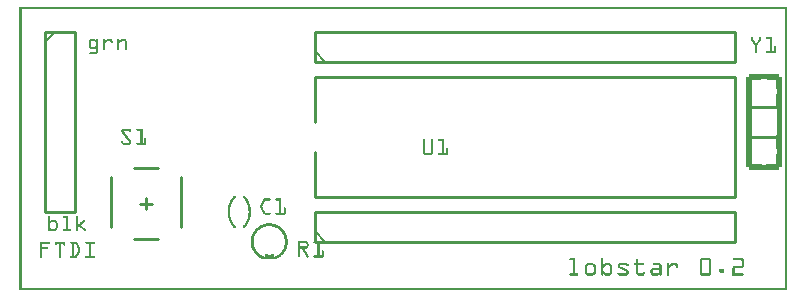
<source format=gto>
G04 MADE WITH FRITZING*
G04 WWW.FRITZING.ORG*
G04 DOUBLE SIDED*
G04 HOLES PLATED*
G04 CONTOUR ON CENTER OF CONTOUR VECTOR*
%ASAXBY*%
%FSLAX23Y23*%
%MOIN*%
%OFA0B0*%
%SFA1.0B1.0*%
%ADD10C,0.010000*%
%ADD11C,0.005000*%
%ADD12R,0.001000X0.001000*%
%LNSILK1*%
G90*
G70*
G54D10*
X84Y861D02*
X84Y261D01*
D02*
X84Y261D02*
X184Y261D01*
D02*
X184Y261D02*
X184Y861D01*
D02*
X184Y861D02*
X84Y861D01*
G54D11*
D02*
X84Y826D02*
X119Y861D01*
G54D10*
D02*
X984Y161D02*
X2384Y161D01*
D02*
X2384Y161D02*
X2384Y261D01*
D02*
X2384Y261D02*
X984Y261D01*
D02*
X984Y261D02*
X984Y161D01*
G54D11*
D02*
X1019Y161D02*
X984Y196D01*
G54D10*
D02*
X984Y761D02*
X2384Y761D01*
D02*
X2384Y761D02*
X2384Y861D01*
D02*
X2384Y861D02*
X984Y861D01*
D02*
X984Y861D02*
X984Y761D01*
G54D11*
D02*
X1019Y761D02*
X984Y796D01*
G54D10*
D02*
X2434Y611D02*
X2534Y611D01*
D02*
X2434Y511D02*
X2534Y511D01*
D02*
X383Y407D02*
X461Y407D01*
D02*
X304Y210D02*
X304Y377D01*
D02*
X540Y210D02*
X540Y377D01*
D02*
X383Y170D02*
X461Y170D01*
D02*
X402Y288D02*
X442Y288D01*
D02*
X422Y308D02*
X422Y269D01*
D02*
X984Y311D02*
X2384Y311D01*
D02*
X2384Y311D02*
X2384Y711D01*
D02*
X2384Y711D02*
X984Y711D01*
D02*
X984Y311D02*
X984Y461D01*
D02*
X984Y561D02*
X984Y711D01*
G54D12*
X0Y944D02*
X2559Y944D01*
X0Y943D02*
X2559Y943D01*
X0Y942D02*
X2559Y942D01*
X0Y941D02*
X2559Y941D01*
X0Y940D02*
X2559Y940D01*
X0Y939D02*
X2559Y939D01*
X0Y938D02*
X2559Y938D01*
X0Y937D02*
X2559Y937D01*
X0Y936D02*
X7Y936D01*
X2552Y936D02*
X2559Y936D01*
X0Y935D02*
X7Y935D01*
X2552Y935D02*
X2559Y935D01*
X0Y934D02*
X7Y934D01*
X2552Y934D02*
X2559Y934D01*
X0Y933D02*
X7Y933D01*
X2552Y933D02*
X2559Y933D01*
X0Y932D02*
X7Y932D01*
X2552Y932D02*
X2559Y932D01*
X0Y931D02*
X7Y931D01*
X2552Y931D02*
X2559Y931D01*
X0Y930D02*
X7Y930D01*
X2552Y930D02*
X2559Y930D01*
X0Y929D02*
X7Y929D01*
X2552Y929D02*
X2559Y929D01*
X0Y928D02*
X7Y928D01*
X2552Y928D02*
X2559Y928D01*
X0Y927D02*
X7Y927D01*
X2552Y927D02*
X2559Y927D01*
X0Y926D02*
X7Y926D01*
X2552Y926D02*
X2559Y926D01*
X0Y925D02*
X7Y925D01*
X2552Y925D02*
X2559Y925D01*
X0Y924D02*
X7Y924D01*
X2552Y924D02*
X2559Y924D01*
X0Y923D02*
X7Y923D01*
X2552Y923D02*
X2559Y923D01*
X0Y922D02*
X7Y922D01*
X2552Y922D02*
X2559Y922D01*
X0Y921D02*
X7Y921D01*
X2552Y921D02*
X2559Y921D01*
X0Y920D02*
X7Y920D01*
X2552Y920D02*
X2559Y920D01*
X0Y919D02*
X7Y919D01*
X2552Y919D02*
X2559Y919D01*
X0Y918D02*
X7Y918D01*
X2552Y918D02*
X2559Y918D01*
X0Y917D02*
X7Y917D01*
X2552Y917D02*
X2559Y917D01*
X0Y916D02*
X7Y916D01*
X2552Y916D02*
X2559Y916D01*
X0Y915D02*
X7Y915D01*
X2552Y915D02*
X2559Y915D01*
X0Y914D02*
X7Y914D01*
X2552Y914D02*
X2559Y914D01*
X0Y913D02*
X7Y913D01*
X2552Y913D02*
X2559Y913D01*
X0Y912D02*
X7Y912D01*
X2552Y912D02*
X2559Y912D01*
X0Y911D02*
X7Y911D01*
X2552Y911D02*
X2559Y911D01*
X0Y910D02*
X7Y910D01*
X2552Y910D02*
X2559Y910D01*
X0Y909D02*
X7Y909D01*
X2552Y909D02*
X2559Y909D01*
X0Y908D02*
X7Y908D01*
X2552Y908D02*
X2559Y908D01*
X0Y907D02*
X7Y907D01*
X2552Y907D02*
X2559Y907D01*
X0Y906D02*
X7Y906D01*
X2552Y906D02*
X2559Y906D01*
X0Y905D02*
X7Y905D01*
X2552Y905D02*
X2559Y905D01*
X0Y904D02*
X7Y904D01*
X2552Y904D02*
X2559Y904D01*
X0Y903D02*
X7Y903D01*
X2552Y903D02*
X2559Y903D01*
X0Y902D02*
X7Y902D01*
X2552Y902D02*
X2559Y902D01*
X0Y901D02*
X7Y901D01*
X2552Y901D02*
X2559Y901D01*
X0Y900D02*
X7Y900D01*
X2552Y900D02*
X2559Y900D01*
X0Y899D02*
X7Y899D01*
X2552Y899D02*
X2559Y899D01*
X0Y898D02*
X7Y898D01*
X2552Y898D02*
X2559Y898D01*
X0Y897D02*
X7Y897D01*
X2552Y897D02*
X2559Y897D01*
X0Y896D02*
X7Y896D01*
X2552Y896D02*
X2559Y896D01*
X0Y895D02*
X7Y895D01*
X2552Y895D02*
X2559Y895D01*
X0Y894D02*
X7Y894D01*
X2552Y894D02*
X2559Y894D01*
X0Y893D02*
X7Y893D01*
X2552Y893D02*
X2559Y893D01*
X0Y892D02*
X7Y892D01*
X2552Y892D02*
X2559Y892D01*
X0Y891D02*
X7Y891D01*
X2552Y891D02*
X2559Y891D01*
X0Y890D02*
X7Y890D01*
X2552Y890D02*
X2559Y890D01*
X0Y889D02*
X7Y889D01*
X2552Y889D02*
X2559Y889D01*
X0Y888D02*
X7Y888D01*
X2552Y888D02*
X2559Y888D01*
X0Y887D02*
X7Y887D01*
X2552Y887D02*
X2559Y887D01*
X0Y886D02*
X7Y886D01*
X2552Y886D02*
X2559Y886D01*
X0Y885D02*
X7Y885D01*
X2552Y885D02*
X2559Y885D01*
X0Y884D02*
X7Y884D01*
X2552Y884D02*
X2559Y884D01*
X0Y883D02*
X7Y883D01*
X2552Y883D02*
X2559Y883D01*
X0Y882D02*
X7Y882D01*
X2552Y882D02*
X2559Y882D01*
X0Y881D02*
X7Y881D01*
X2552Y881D02*
X2559Y881D01*
X0Y880D02*
X7Y880D01*
X2552Y880D02*
X2559Y880D01*
X0Y879D02*
X7Y879D01*
X2552Y879D02*
X2559Y879D01*
X0Y878D02*
X7Y878D01*
X2552Y878D02*
X2559Y878D01*
X0Y877D02*
X7Y877D01*
X2552Y877D02*
X2559Y877D01*
X0Y876D02*
X7Y876D01*
X2552Y876D02*
X2559Y876D01*
X0Y875D02*
X7Y875D01*
X2552Y875D02*
X2559Y875D01*
X0Y874D02*
X7Y874D01*
X2552Y874D02*
X2559Y874D01*
X0Y873D02*
X7Y873D01*
X2552Y873D02*
X2559Y873D01*
X0Y872D02*
X7Y872D01*
X2552Y872D02*
X2559Y872D01*
X0Y871D02*
X7Y871D01*
X2552Y871D02*
X2559Y871D01*
X0Y870D02*
X7Y870D01*
X2552Y870D02*
X2559Y870D01*
X0Y869D02*
X7Y869D01*
X2552Y869D02*
X2559Y869D01*
X0Y868D02*
X7Y868D01*
X2552Y868D02*
X2559Y868D01*
X0Y867D02*
X7Y867D01*
X2552Y867D02*
X2559Y867D01*
X0Y866D02*
X7Y866D01*
X2552Y866D02*
X2559Y866D01*
X0Y865D02*
X7Y865D01*
X2552Y865D02*
X2559Y865D01*
X0Y864D02*
X7Y864D01*
X2552Y864D02*
X2559Y864D01*
X0Y863D02*
X7Y863D01*
X2552Y863D02*
X2559Y863D01*
X0Y862D02*
X7Y862D01*
X2552Y862D02*
X2559Y862D01*
X0Y861D02*
X7Y861D01*
X2552Y861D02*
X2559Y861D01*
X0Y860D02*
X7Y860D01*
X2552Y860D02*
X2559Y860D01*
X0Y859D02*
X7Y859D01*
X2552Y859D02*
X2559Y859D01*
X0Y858D02*
X7Y858D01*
X2552Y858D02*
X2559Y858D01*
X0Y857D02*
X7Y857D01*
X2552Y857D02*
X2559Y857D01*
X0Y856D02*
X7Y856D01*
X2552Y856D02*
X2559Y856D01*
X0Y855D02*
X7Y855D01*
X2552Y855D02*
X2559Y855D01*
X0Y854D02*
X7Y854D01*
X2552Y854D02*
X2559Y854D01*
X0Y853D02*
X7Y853D01*
X2552Y853D02*
X2559Y853D01*
X0Y852D02*
X7Y852D01*
X2552Y852D02*
X2559Y852D01*
X0Y851D02*
X7Y851D01*
X2552Y851D02*
X2559Y851D01*
X0Y850D02*
X7Y850D01*
X2552Y850D02*
X2559Y850D01*
X0Y849D02*
X7Y849D01*
X2552Y849D02*
X2559Y849D01*
X0Y848D02*
X7Y848D01*
X2552Y848D02*
X2559Y848D01*
X0Y847D02*
X7Y847D01*
X2552Y847D02*
X2559Y847D01*
X0Y846D02*
X7Y846D01*
X2552Y846D02*
X2559Y846D01*
X0Y845D02*
X7Y845D01*
X2552Y845D02*
X2559Y845D01*
X0Y844D02*
X7Y844D01*
X2552Y844D02*
X2559Y844D01*
X0Y843D02*
X7Y843D01*
X2440Y843D02*
X2443Y843D01*
X2467Y843D02*
X2471Y843D01*
X2490Y843D02*
X2509Y843D01*
X2552Y843D02*
X2559Y843D01*
X0Y842D02*
X7Y842D01*
X2439Y842D02*
X2444Y842D01*
X2467Y842D02*
X2472Y842D01*
X2489Y842D02*
X2509Y842D01*
X2552Y842D02*
X2559Y842D01*
X0Y841D02*
X7Y841D01*
X2439Y841D02*
X2445Y841D01*
X2466Y841D02*
X2472Y841D01*
X2489Y841D02*
X2509Y841D01*
X2552Y841D02*
X2559Y841D01*
X0Y840D02*
X7Y840D01*
X2439Y840D02*
X2445Y840D01*
X2466Y840D02*
X2472Y840D01*
X2489Y840D02*
X2509Y840D01*
X2552Y840D02*
X2559Y840D01*
X0Y839D02*
X7Y839D01*
X2439Y839D02*
X2445Y839D01*
X2466Y839D02*
X2472Y839D01*
X2489Y839D02*
X2509Y839D01*
X2552Y839D02*
X2559Y839D01*
X0Y838D02*
X7Y838D01*
X2439Y838D02*
X2445Y838D01*
X2466Y838D02*
X2472Y838D01*
X2490Y838D02*
X2509Y838D01*
X2552Y838D02*
X2559Y838D01*
X0Y837D02*
X7Y837D01*
X241Y837D02*
X249Y837D01*
X259Y837D02*
X261Y837D01*
X281Y837D02*
X282Y837D01*
X294Y837D02*
X303Y837D01*
X328Y837D02*
X329Y837D01*
X342Y837D02*
X349Y837D01*
X2439Y837D02*
X2445Y837D01*
X2466Y837D02*
X2472Y837D01*
X2491Y837D02*
X2509Y837D01*
X2552Y837D02*
X2559Y837D01*
X0Y836D02*
X7Y836D01*
X239Y836D02*
X252Y836D01*
X258Y836D02*
X262Y836D01*
X279Y836D02*
X283Y836D01*
X292Y836D02*
X305Y836D01*
X327Y836D02*
X331Y836D01*
X340Y836D02*
X352Y836D01*
X2439Y836D02*
X2445Y836D01*
X2466Y836D02*
X2472Y836D01*
X2503Y836D02*
X2509Y836D01*
X2552Y836D02*
X2559Y836D01*
X0Y835D02*
X7Y835D01*
X237Y835D02*
X253Y835D01*
X257Y835D02*
X263Y835D01*
X279Y835D02*
X284Y835D01*
X291Y835D02*
X307Y835D01*
X326Y835D02*
X331Y835D01*
X338Y835D02*
X354Y835D01*
X2439Y835D02*
X2445Y835D01*
X2466Y835D02*
X2472Y835D01*
X2503Y835D02*
X2509Y835D01*
X2552Y835D02*
X2559Y835D01*
X0Y834D02*
X7Y834D01*
X236Y834D02*
X255Y834D01*
X257Y834D02*
X263Y834D01*
X279Y834D02*
X284Y834D01*
X290Y834D02*
X308Y834D01*
X326Y834D02*
X332Y834D01*
X336Y834D02*
X355Y834D01*
X2439Y834D02*
X2446Y834D01*
X2465Y834D02*
X2472Y834D01*
X2503Y834D02*
X2509Y834D01*
X2552Y834D02*
X2559Y834D01*
X0Y833D02*
X7Y833D01*
X235Y833D02*
X263Y833D01*
X279Y833D02*
X284Y833D01*
X289Y833D02*
X308Y833D01*
X326Y833D02*
X332Y833D01*
X335Y833D02*
X355Y833D01*
X2439Y833D02*
X2447Y833D01*
X2464Y833D02*
X2472Y833D01*
X2503Y833D02*
X2509Y833D01*
X2552Y833D02*
X2559Y833D01*
X0Y832D02*
X7Y832D01*
X234Y832D02*
X263Y832D01*
X279Y832D02*
X284Y832D01*
X287Y832D02*
X309Y832D01*
X326Y832D02*
X356Y832D01*
X2440Y832D02*
X2448Y832D01*
X2463Y832D02*
X2471Y832D01*
X2503Y832D02*
X2509Y832D01*
X2552Y832D02*
X2559Y832D01*
X0Y831D02*
X7Y831D01*
X233Y831D02*
X263Y831D01*
X279Y831D02*
X284Y831D01*
X286Y831D02*
X310Y831D01*
X326Y831D02*
X357Y831D01*
X2440Y831D02*
X2448Y831D01*
X2463Y831D02*
X2471Y831D01*
X2503Y831D02*
X2509Y831D01*
X2552Y831D02*
X2559Y831D01*
X0Y830D02*
X7Y830D01*
X232Y830D02*
X240Y830D01*
X250Y830D02*
X263Y830D01*
X279Y830D02*
X294Y830D01*
X303Y830D02*
X310Y830D01*
X326Y830D02*
X341Y830D01*
X350Y830D02*
X357Y830D01*
X2441Y830D02*
X2449Y830D01*
X2462Y830D02*
X2470Y830D01*
X2503Y830D02*
X2509Y830D01*
X2552Y830D02*
X2559Y830D01*
X0Y829D02*
X7Y829D01*
X232Y829D02*
X239Y829D01*
X251Y829D02*
X263Y829D01*
X279Y829D02*
X293Y829D01*
X304Y829D02*
X310Y829D01*
X326Y829D02*
X340Y829D01*
X351Y829D02*
X357Y829D01*
X2442Y829D02*
X2450Y829D01*
X2461Y829D02*
X2469Y829D01*
X2503Y829D02*
X2509Y829D01*
X2552Y829D02*
X2559Y829D01*
X0Y828D02*
X7Y828D01*
X231Y828D02*
X238Y828D01*
X252Y828D02*
X263Y828D01*
X279Y828D02*
X292Y828D01*
X304Y828D02*
X310Y828D01*
X326Y828D02*
X338Y828D01*
X351Y828D02*
X357Y828D01*
X2443Y828D02*
X2451Y828D01*
X2460Y828D02*
X2468Y828D01*
X2503Y828D02*
X2509Y828D01*
X2552Y828D02*
X2559Y828D01*
X0Y827D02*
X7Y827D01*
X231Y827D02*
X237Y827D01*
X254Y827D02*
X263Y827D01*
X279Y827D02*
X291Y827D01*
X305Y827D02*
X310Y827D01*
X326Y827D02*
X337Y827D01*
X352Y827D02*
X357Y827D01*
X2444Y827D02*
X2451Y827D01*
X2459Y827D02*
X2467Y827D01*
X2503Y827D02*
X2509Y827D01*
X2552Y827D02*
X2559Y827D01*
X0Y826D02*
X7Y826D01*
X231Y826D02*
X237Y826D01*
X255Y826D02*
X263Y826D01*
X279Y826D02*
X290Y826D01*
X305Y826D02*
X310Y826D01*
X326Y826D02*
X335Y826D01*
X352Y826D02*
X357Y826D01*
X2444Y826D02*
X2452Y826D01*
X2459Y826D02*
X2467Y826D01*
X2503Y826D02*
X2509Y826D01*
X2552Y826D02*
X2559Y826D01*
X0Y825D02*
X7Y825D01*
X231Y825D02*
X237Y825D01*
X256Y825D02*
X263Y825D01*
X279Y825D02*
X289Y825D01*
X305Y825D02*
X310Y825D01*
X326Y825D02*
X334Y825D01*
X352Y825D02*
X357Y825D01*
X2445Y825D02*
X2453Y825D01*
X2458Y825D02*
X2466Y825D01*
X2503Y825D02*
X2509Y825D01*
X2552Y825D02*
X2559Y825D01*
X0Y824D02*
X7Y824D01*
X231Y824D02*
X237Y824D01*
X257Y824D02*
X263Y824D01*
X279Y824D02*
X287Y824D01*
X305Y824D02*
X310Y824D01*
X326Y824D02*
X332Y824D01*
X352Y824D02*
X357Y824D01*
X2446Y824D02*
X2454Y824D01*
X2457Y824D02*
X2465Y824D01*
X2503Y824D02*
X2509Y824D01*
X2552Y824D02*
X2559Y824D01*
X0Y823D02*
X7Y823D01*
X231Y823D02*
X237Y823D01*
X257Y823D02*
X263Y823D01*
X279Y823D02*
X286Y823D01*
X306Y823D02*
X309Y823D01*
X326Y823D02*
X332Y823D01*
X352Y823D02*
X357Y823D01*
X2447Y823D02*
X2464Y823D01*
X2503Y823D02*
X2509Y823D01*
X2552Y823D02*
X2559Y823D01*
X0Y822D02*
X7Y822D01*
X231Y822D02*
X237Y822D01*
X257Y822D02*
X263Y822D01*
X279Y822D02*
X285Y822D01*
X326Y822D02*
X332Y822D01*
X352Y822D02*
X357Y822D01*
X2447Y822D02*
X2463Y822D01*
X2503Y822D02*
X2509Y822D01*
X2552Y822D02*
X2559Y822D01*
X0Y821D02*
X7Y821D01*
X231Y821D02*
X237Y821D01*
X257Y821D02*
X263Y821D01*
X279Y821D02*
X284Y821D01*
X326Y821D02*
X332Y821D01*
X352Y821D02*
X357Y821D01*
X2448Y821D02*
X2463Y821D01*
X2503Y821D02*
X2509Y821D01*
X2552Y821D02*
X2559Y821D01*
X0Y820D02*
X7Y820D01*
X231Y820D02*
X237Y820D01*
X257Y820D02*
X263Y820D01*
X279Y820D02*
X284Y820D01*
X326Y820D02*
X332Y820D01*
X352Y820D02*
X357Y820D01*
X2449Y820D02*
X2462Y820D01*
X2503Y820D02*
X2509Y820D01*
X2552Y820D02*
X2559Y820D01*
X0Y819D02*
X7Y819D01*
X231Y819D02*
X237Y819D01*
X257Y819D02*
X263Y819D01*
X279Y819D02*
X284Y819D01*
X326Y819D02*
X332Y819D01*
X352Y819D02*
X357Y819D01*
X2450Y819D02*
X2461Y819D01*
X2503Y819D02*
X2509Y819D01*
X2552Y819D02*
X2559Y819D01*
X0Y818D02*
X7Y818D01*
X231Y818D02*
X237Y818D01*
X257Y818D02*
X263Y818D01*
X279Y818D02*
X284Y818D01*
X326Y818D02*
X332Y818D01*
X352Y818D02*
X357Y818D01*
X2451Y818D02*
X2460Y818D01*
X2503Y818D02*
X2509Y818D01*
X2552Y818D02*
X2559Y818D01*
X0Y817D02*
X7Y817D01*
X231Y817D02*
X237Y817D01*
X257Y817D02*
X263Y817D01*
X279Y817D02*
X284Y817D01*
X326Y817D02*
X332Y817D01*
X352Y817D02*
X357Y817D01*
X2451Y817D02*
X2460Y817D01*
X2503Y817D02*
X2509Y817D01*
X2552Y817D02*
X2559Y817D01*
X0Y816D02*
X7Y816D01*
X231Y816D02*
X237Y816D01*
X257Y816D02*
X263Y816D01*
X279Y816D02*
X284Y816D01*
X326Y816D02*
X332Y816D01*
X352Y816D02*
X357Y816D01*
X2452Y816D02*
X2459Y816D01*
X2503Y816D02*
X2509Y816D01*
X2552Y816D02*
X2559Y816D01*
X0Y815D02*
X7Y815D01*
X231Y815D02*
X237Y815D01*
X256Y815D02*
X263Y815D01*
X279Y815D02*
X284Y815D01*
X326Y815D02*
X332Y815D01*
X352Y815D02*
X357Y815D01*
X2452Y815D02*
X2458Y815D01*
X2503Y815D02*
X2509Y815D01*
X2552Y815D02*
X2559Y815D01*
X0Y814D02*
X7Y814D01*
X231Y814D02*
X237Y814D01*
X255Y814D02*
X263Y814D01*
X279Y814D02*
X284Y814D01*
X326Y814D02*
X332Y814D01*
X352Y814D02*
X357Y814D01*
X2452Y814D02*
X2458Y814D01*
X2503Y814D02*
X2509Y814D01*
X2518Y814D02*
X2521Y814D01*
X2552Y814D02*
X2559Y814D01*
X0Y813D02*
X7Y813D01*
X231Y813D02*
X237Y813D01*
X254Y813D02*
X263Y813D01*
X279Y813D02*
X284Y813D01*
X326Y813D02*
X332Y813D01*
X352Y813D02*
X357Y813D01*
X2452Y813D02*
X2458Y813D01*
X2503Y813D02*
X2509Y813D01*
X2517Y813D02*
X2522Y813D01*
X2552Y813D02*
X2559Y813D01*
X0Y812D02*
X7Y812D01*
X231Y812D02*
X238Y812D01*
X252Y812D02*
X263Y812D01*
X279Y812D02*
X284Y812D01*
X326Y812D02*
X332Y812D01*
X352Y812D02*
X357Y812D01*
X2452Y812D02*
X2458Y812D01*
X2503Y812D02*
X2509Y812D01*
X2517Y812D02*
X2522Y812D01*
X2552Y812D02*
X2559Y812D01*
X0Y811D02*
X7Y811D01*
X232Y811D02*
X239Y811D01*
X251Y811D02*
X263Y811D01*
X279Y811D02*
X284Y811D01*
X326Y811D02*
X332Y811D01*
X352Y811D02*
X357Y811D01*
X2452Y811D02*
X2458Y811D01*
X2503Y811D02*
X2509Y811D01*
X2516Y811D02*
X2522Y811D01*
X2552Y811D02*
X2559Y811D01*
X0Y810D02*
X7Y810D01*
X232Y810D02*
X240Y810D01*
X250Y810D02*
X263Y810D01*
X279Y810D02*
X284Y810D01*
X326Y810D02*
X332Y810D01*
X352Y810D02*
X357Y810D01*
X2452Y810D02*
X2458Y810D01*
X2503Y810D02*
X2509Y810D01*
X2516Y810D02*
X2522Y810D01*
X2552Y810D02*
X2559Y810D01*
X0Y809D02*
X7Y809D01*
X233Y809D02*
X263Y809D01*
X279Y809D02*
X284Y809D01*
X326Y809D02*
X332Y809D01*
X352Y809D02*
X357Y809D01*
X2452Y809D02*
X2458Y809D01*
X2503Y809D02*
X2509Y809D01*
X2516Y809D02*
X2522Y809D01*
X2552Y809D02*
X2559Y809D01*
X0Y808D02*
X7Y808D01*
X234Y808D02*
X263Y808D01*
X279Y808D02*
X284Y808D01*
X326Y808D02*
X332Y808D01*
X352Y808D02*
X357Y808D01*
X2452Y808D02*
X2458Y808D01*
X2503Y808D02*
X2509Y808D01*
X2516Y808D02*
X2522Y808D01*
X2552Y808D02*
X2559Y808D01*
X0Y807D02*
X7Y807D01*
X235Y807D02*
X263Y807D01*
X279Y807D02*
X284Y807D01*
X326Y807D02*
X332Y807D01*
X352Y807D02*
X357Y807D01*
X2452Y807D02*
X2458Y807D01*
X2503Y807D02*
X2509Y807D01*
X2516Y807D02*
X2522Y807D01*
X2552Y807D02*
X2559Y807D01*
X0Y806D02*
X7Y806D01*
X236Y806D02*
X255Y806D01*
X257Y806D02*
X263Y806D01*
X279Y806D02*
X284Y806D01*
X326Y806D02*
X332Y806D01*
X352Y806D02*
X357Y806D01*
X2452Y806D02*
X2458Y806D01*
X2503Y806D02*
X2509Y806D01*
X2516Y806D02*
X2522Y806D01*
X2552Y806D02*
X2559Y806D01*
X0Y805D02*
X7Y805D01*
X237Y805D02*
X254Y805D01*
X257Y805D02*
X263Y805D01*
X279Y805D02*
X284Y805D01*
X326Y805D02*
X332Y805D01*
X352Y805D02*
X357Y805D01*
X2452Y805D02*
X2458Y805D01*
X2503Y805D02*
X2509Y805D01*
X2516Y805D02*
X2522Y805D01*
X2552Y805D02*
X2559Y805D01*
X0Y804D02*
X7Y804D01*
X239Y804D02*
X252Y804D01*
X257Y804D02*
X263Y804D01*
X279Y804D02*
X284Y804D01*
X326Y804D02*
X332Y804D01*
X352Y804D02*
X357Y804D01*
X2452Y804D02*
X2458Y804D01*
X2503Y804D02*
X2509Y804D01*
X2516Y804D02*
X2522Y804D01*
X2552Y804D02*
X2559Y804D01*
X0Y803D02*
X7Y803D01*
X241Y803D02*
X249Y803D01*
X257Y803D02*
X263Y803D01*
X279Y803D02*
X284Y803D01*
X326Y803D02*
X332Y803D01*
X352Y803D02*
X357Y803D01*
X2452Y803D02*
X2458Y803D01*
X2503Y803D02*
X2509Y803D01*
X2516Y803D02*
X2522Y803D01*
X2552Y803D02*
X2559Y803D01*
X0Y802D02*
X7Y802D01*
X257Y802D02*
X263Y802D01*
X279Y802D02*
X284Y802D01*
X326Y802D02*
X331Y802D01*
X352Y802D02*
X357Y802D01*
X2452Y802D02*
X2458Y802D01*
X2503Y802D02*
X2509Y802D01*
X2516Y802D02*
X2522Y802D01*
X2552Y802D02*
X2559Y802D01*
X0Y801D02*
X7Y801D01*
X257Y801D02*
X263Y801D01*
X279Y801D02*
X283Y801D01*
X327Y801D02*
X331Y801D01*
X352Y801D02*
X356Y801D01*
X2452Y801D02*
X2458Y801D01*
X2503Y801D02*
X2509Y801D01*
X2516Y801D02*
X2522Y801D01*
X2552Y801D02*
X2559Y801D01*
X0Y800D02*
X7Y800D01*
X257Y800D02*
X263Y800D01*
X281Y800D02*
X281Y800D01*
X329Y800D02*
X329Y800D01*
X354Y800D02*
X354Y800D01*
X2452Y800D02*
X2458Y800D01*
X2503Y800D02*
X2509Y800D01*
X2516Y800D02*
X2522Y800D01*
X2552Y800D02*
X2559Y800D01*
X0Y799D02*
X7Y799D01*
X257Y799D02*
X263Y799D01*
X2452Y799D02*
X2458Y799D01*
X2503Y799D02*
X2509Y799D01*
X2516Y799D02*
X2522Y799D01*
X2552Y799D02*
X2559Y799D01*
X0Y798D02*
X7Y798D01*
X257Y798D02*
X263Y798D01*
X2452Y798D02*
X2458Y798D01*
X2503Y798D02*
X2509Y798D01*
X2516Y798D02*
X2522Y798D01*
X2552Y798D02*
X2559Y798D01*
X0Y797D02*
X7Y797D01*
X257Y797D02*
X263Y797D01*
X2452Y797D02*
X2458Y797D01*
X2502Y797D02*
X2509Y797D01*
X2516Y797D02*
X2522Y797D01*
X2552Y797D02*
X2559Y797D01*
X0Y796D02*
X7Y796D01*
X256Y796D02*
X263Y796D01*
X2452Y796D02*
X2458Y796D01*
X2490Y796D02*
X2522Y796D01*
X2552Y796D02*
X2559Y796D01*
X0Y795D02*
X7Y795D01*
X255Y795D02*
X262Y795D01*
X2452Y795D02*
X2458Y795D01*
X2489Y795D02*
X2522Y795D01*
X2552Y795D02*
X2559Y795D01*
X0Y794D02*
X7Y794D01*
X254Y794D02*
X262Y794D01*
X2452Y794D02*
X2458Y794D01*
X2489Y794D02*
X2522Y794D01*
X2552Y794D02*
X2559Y794D01*
X0Y793D02*
X7Y793D01*
X253Y793D02*
X261Y793D01*
X2452Y793D02*
X2458Y793D01*
X2489Y793D02*
X2522Y793D01*
X2552Y793D02*
X2559Y793D01*
X0Y792D02*
X7Y792D01*
X236Y792D02*
X261Y792D01*
X2453Y792D02*
X2458Y792D01*
X2489Y792D02*
X2522Y792D01*
X2552Y792D02*
X2559Y792D01*
X0Y791D02*
X7Y791D01*
X235Y791D02*
X260Y791D01*
X2453Y791D02*
X2458Y791D01*
X2490Y791D02*
X2522Y791D01*
X2552Y791D02*
X2559Y791D01*
X0Y790D02*
X7Y790D01*
X234Y790D02*
X259Y790D01*
X2455Y790D02*
X2456Y790D01*
X2491Y790D02*
X2520Y790D01*
X2552Y790D02*
X2559Y790D01*
X0Y789D02*
X7Y789D01*
X234Y789D02*
X258Y789D01*
X2552Y789D02*
X2559Y789D01*
X0Y788D02*
X7Y788D01*
X235Y788D02*
X256Y788D01*
X2552Y788D02*
X2559Y788D01*
X0Y787D02*
X7Y787D01*
X235Y787D02*
X255Y787D01*
X2552Y787D02*
X2559Y787D01*
X0Y786D02*
X7Y786D01*
X2552Y786D02*
X2559Y786D01*
X0Y785D02*
X7Y785D01*
X2552Y785D02*
X2559Y785D01*
X0Y784D02*
X7Y784D01*
X2552Y784D02*
X2559Y784D01*
X0Y783D02*
X7Y783D01*
X2552Y783D02*
X2559Y783D01*
X0Y782D02*
X7Y782D01*
X2552Y782D02*
X2559Y782D01*
X0Y781D02*
X7Y781D01*
X2552Y781D02*
X2559Y781D01*
X0Y780D02*
X7Y780D01*
X2552Y780D02*
X2559Y780D01*
X0Y779D02*
X7Y779D01*
X2552Y779D02*
X2559Y779D01*
X0Y778D02*
X7Y778D01*
X2552Y778D02*
X2559Y778D01*
X0Y777D02*
X7Y777D01*
X2552Y777D02*
X2559Y777D01*
X0Y776D02*
X7Y776D01*
X2552Y776D02*
X2559Y776D01*
X0Y775D02*
X7Y775D01*
X2552Y775D02*
X2559Y775D01*
X0Y774D02*
X7Y774D01*
X2552Y774D02*
X2559Y774D01*
X0Y773D02*
X7Y773D01*
X2552Y773D02*
X2559Y773D01*
X0Y772D02*
X7Y772D01*
X2552Y772D02*
X2559Y772D01*
X0Y771D02*
X7Y771D01*
X2552Y771D02*
X2559Y771D01*
X0Y770D02*
X7Y770D01*
X2552Y770D02*
X2559Y770D01*
X0Y769D02*
X7Y769D01*
X2552Y769D02*
X2559Y769D01*
X0Y768D02*
X7Y768D01*
X2552Y768D02*
X2559Y768D01*
X0Y767D02*
X7Y767D01*
X2552Y767D02*
X2559Y767D01*
X0Y766D02*
X7Y766D01*
X2552Y766D02*
X2559Y766D01*
X0Y765D02*
X7Y765D01*
X2552Y765D02*
X2559Y765D01*
X0Y764D02*
X7Y764D01*
X2552Y764D02*
X2559Y764D01*
X0Y763D02*
X7Y763D01*
X2552Y763D02*
X2559Y763D01*
X0Y762D02*
X7Y762D01*
X2552Y762D02*
X2559Y762D01*
X0Y761D02*
X7Y761D01*
X2552Y761D02*
X2559Y761D01*
X0Y760D02*
X7Y760D01*
X2552Y760D02*
X2559Y760D01*
X0Y759D02*
X7Y759D01*
X2552Y759D02*
X2559Y759D01*
X0Y758D02*
X7Y758D01*
X2552Y758D02*
X2559Y758D01*
X0Y757D02*
X7Y757D01*
X2552Y757D02*
X2559Y757D01*
X0Y756D02*
X7Y756D01*
X2552Y756D02*
X2559Y756D01*
X0Y755D02*
X7Y755D01*
X2552Y755D02*
X2559Y755D01*
X0Y754D02*
X7Y754D01*
X2552Y754D02*
X2559Y754D01*
X0Y753D02*
X7Y753D01*
X2552Y753D02*
X2559Y753D01*
X0Y752D02*
X7Y752D01*
X2552Y752D02*
X2559Y752D01*
X0Y751D02*
X7Y751D01*
X2552Y751D02*
X2559Y751D01*
X0Y750D02*
X7Y750D01*
X2552Y750D02*
X2559Y750D01*
X0Y749D02*
X7Y749D01*
X2552Y749D02*
X2559Y749D01*
X0Y748D02*
X7Y748D01*
X2552Y748D02*
X2559Y748D01*
X0Y747D02*
X7Y747D01*
X2552Y747D02*
X2559Y747D01*
X0Y746D02*
X7Y746D01*
X2552Y746D02*
X2559Y746D01*
X0Y745D02*
X7Y745D01*
X2552Y745D02*
X2559Y745D01*
X0Y744D02*
X7Y744D01*
X2552Y744D02*
X2559Y744D01*
X0Y743D02*
X7Y743D01*
X2552Y743D02*
X2559Y743D01*
X0Y742D02*
X7Y742D01*
X2552Y742D02*
X2559Y742D01*
X0Y741D02*
X7Y741D01*
X2552Y741D02*
X2559Y741D01*
X0Y740D02*
X7Y740D01*
X2552Y740D02*
X2559Y740D01*
X0Y739D02*
X7Y739D01*
X2552Y739D02*
X2559Y739D01*
X0Y738D02*
X7Y738D01*
X2552Y738D02*
X2559Y738D01*
X0Y737D02*
X7Y737D01*
X2552Y737D02*
X2559Y737D01*
X0Y736D02*
X7Y736D01*
X2552Y736D02*
X2559Y736D01*
X0Y735D02*
X7Y735D01*
X2552Y735D02*
X2559Y735D01*
X0Y734D02*
X7Y734D01*
X2552Y734D02*
X2559Y734D01*
X0Y733D02*
X7Y733D01*
X2552Y733D02*
X2559Y733D01*
X0Y732D02*
X7Y732D01*
X2552Y732D02*
X2559Y732D01*
X0Y731D02*
X7Y731D01*
X2552Y731D02*
X2559Y731D01*
X0Y730D02*
X7Y730D01*
X2552Y730D02*
X2559Y730D01*
X0Y729D02*
X7Y729D01*
X2552Y729D02*
X2559Y729D01*
X0Y728D02*
X7Y728D01*
X2552Y728D02*
X2559Y728D01*
X0Y727D02*
X7Y727D01*
X2552Y727D02*
X2559Y727D01*
X0Y726D02*
X7Y726D01*
X2552Y726D02*
X2559Y726D01*
X0Y725D02*
X7Y725D01*
X2552Y725D02*
X2559Y725D01*
X0Y724D02*
X7Y724D01*
X2552Y724D02*
X2559Y724D01*
X0Y723D02*
X7Y723D01*
X2552Y723D02*
X2559Y723D01*
X0Y722D02*
X7Y722D01*
X2552Y722D02*
X2559Y722D01*
X0Y721D02*
X7Y721D01*
X2552Y721D02*
X2559Y721D01*
X0Y720D02*
X7Y720D01*
X2433Y720D02*
X2532Y720D01*
X2552Y720D02*
X2559Y720D01*
X0Y719D02*
X7Y719D01*
X2433Y719D02*
X2532Y719D01*
X2552Y719D02*
X2559Y719D01*
X0Y718D02*
X7Y718D01*
X2433Y718D02*
X2532Y718D01*
X2552Y718D02*
X2559Y718D01*
X0Y717D02*
X7Y717D01*
X2433Y717D02*
X2532Y717D01*
X2552Y717D02*
X2559Y717D01*
X0Y716D02*
X7Y716D01*
X2433Y716D02*
X2532Y716D01*
X2552Y716D02*
X2559Y716D01*
X0Y715D02*
X7Y715D01*
X2433Y715D02*
X2532Y715D01*
X2552Y715D02*
X2559Y715D01*
X0Y714D02*
X7Y714D01*
X2433Y714D02*
X2532Y714D01*
X2552Y714D02*
X2559Y714D01*
X0Y713D02*
X7Y713D01*
X2433Y713D02*
X2532Y713D01*
X2552Y713D02*
X2559Y713D01*
X0Y712D02*
X7Y712D01*
X2433Y712D02*
X2532Y712D01*
X2552Y712D02*
X2559Y712D01*
X0Y711D02*
X7Y711D01*
X2433Y711D02*
X2532Y711D01*
X2552Y711D02*
X2559Y711D01*
X0Y710D02*
X7Y710D01*
X2423Y710D02*
X2542Y710D01*
X2552Y710D02*
X2559Y710D01*
X0Y709D02*
X7Y709D01*
X2423Y709D02*
X2542Y709D01*
X2552Y709D02*
X2559Y709D01*
X0Y708D02*
X7Y708D01*
X2423Y708D02*
X2542Y708D01*
X2552Y708D02*
X2559Y708D01*
X0Y707D02*
X7Y707D01*
X2423Y707D02*
X2542Y707D01*
X2552Y707D02*
X2559Y707D01*
X0Y706D02*
X7Y706D01*
X2423Y706D02*
X2542Y706D01*
X2552Y706D02*
X2559Y706D01*
X0Y705D02*
X7Y705D01*
X2423Y705D02*
X2542Y705D01*
X2552Y705D02*
X2559Y705D01*
X0Y704D02*
X7Y704D01*
X2423Y704D02*
X2542Y704D01*
X2552Y704D02*
X2559Y704D01*
X0Y703D02*
X7Y703D01*
X2423Y703D02*
X2478Y703D01*
X2487Y703D02*
X2542Y703D01*
X2552Y703D02*
X2559Y703D01*
X0Y702D02*
X7Y702D01*
X2423Y702D02*
X2473Y702D01*
X2492Y702D02*
X2542Y702D01*
X2552Y702D02*
X2559Y702D01*
X0Y701D02*
X7Y701D01*
X2423Y701D02*
X2470Y701D01*
X2495Y701D02*
X2542Y701D01*
X2552Y701D02*
X2559Y701D01*
X0Y700D02*
X7Y700D01*
X2423Y700D02*
X2442Y700D01*
X2523Y700D02*
X2542Y700D01*
X2552Y700D02*
X2559Y700D01*
X0Y699D02*
X7Y699D01*
X2423Y699D02*
X2442Y699D01*
X2523Y699D02*
X2542Y699D01*
X2552Y699D02*
X2559Y699D01*
X0Y698D02*
X7Y698D01*
X2423Y698D02*
X2442Y698D01*
X2523Y698D02*
X2542Y698D01*
X2552Y698D02*
X2559Y698D01*
X0Y697D02*
X7Y697D01*
X2423Y697D02*
X2442Y697D01*
X2523Y697D02*
X2542Y697D01*
X2552Y697D02*
X2559Y697D01*
X0Y696D02*
X7Y696D01*
X2423Y696D02*
X2442Y696D01*
X2523Y696D02*
X2542Y696D01*
X2552Y696D02*
X2559Y696D01*
X0Y695D02*
X7Y695D01*
X2423Y695D02*
X2442Y695D01*
X2523Y695D02*
X2542Y695D01*
X2552Y695D02*
X2559Y695D01*
X0Y694D02*
X7Y694D01*
X2423Y694D02*
X2442Y694D01*
X2523Y694D02*
X2542Y694D01*
X2552Y694D02*
X2559Y694D01*
X0Y693D02*
X7Y693D01*
X2423Y693D02*
X2442Y693D01*
X2523Y693D02*
X2542Y693D01*
X2552Y693D02*
X2559Y693D01*
X0Y692D02*
X7Y692D01*
X2423Y692D02*
X2442Y692D01*
X2523Y692D02*
X2542Y692D01*
X2552Y692D02*
X2559Y692D01*
X0Y691D02*
X7Y691D01*
X2423Y691D02*
X2442Y691D01*
X2523Y691D02*
X2542Y691D01*
X2552Y691D02*
X2559Y691D01*
X0Y690D02*
X7Y690D01*
X2423Y690D02*
X2442Y690D01*
X2523Y690D02*
X2542Y690D01*
X2552Y690D02*
X2559Y690D01*
X0Y689D02*
X7Y689D01*
X2423Y689D02*
X2442Y689D01*
X2523Y689D02*
X2542Y689D01*
X2552Y689D02*
X2559Y689D01*
X0Y688D02*
X7Y688D01*
X2423Y688D02*
X2442Y688D01*
X2523Y688D02*
X2542Y688D01*
X2552Y688D02*
X2559Y688D01*
X0Y687D02*
X7Y687D01*
X2423Y687D02*
X2442Y687D01*
X2523Y687D02*
X2542Y687D01*
X2552Y687D02*
X2559Y687D01*
X0Y686D02*
X7Y686D01*
X2423Y686D02*
X2442Y686D01*
X2523Y686D02*
X2542Y686D01*
X2552Y686D02*
X2559Y686D01*
X0Y685D02*
X7Y685D01*
X2423Y685D02*
X2442Y685D01*
X2523Y685D02*
X2542Y685D01*
X2552Y685D02*
X2559Y685D01*
X0Y684D02*
X7Y684D01*
X2423Y684D02*
X2442Y684D01*
X2523Y684D02*
X2542Y684D01*
X2552Y684D02*
X2559Y684D01*
X0Y683D02*
X7Y683D01*
X2423Y683D02*
X2442Y683D01*
X2523Y683D02*
X2542Y683D01*
X2552Y683D02*
X2559Y683D01*
X0Y682D02*
X7Y682D01*
X2423Y682D02*
X2442Y682D01*
X2523Y682D02*
X2542Y682D01*
X2552Y682D02*
X2559Y682D01*
X0Y681D02*
X7Y681D01*
X2423Y681D02*
X2442Y681D01*
X2523Y681D02*
X2542Y681D01*
X2552Y681D02*
X2559Y681D01*
X0Y680D02*
X7Y680D01*
X2423Y680D02*
X2442Y680D01*
X2523Y680D02*
X2542Y680D01*
X2552Y680D02*
X2559Y680D01*
X0Y679D02*
X7Y679D01*
X2423Y679D02*
X2442Y679D01*
X2523Y679D02*
X2542Y679D01*
X2552Y679D02*
X2559Y679D01*
X0Y678D02*
X7Y678D01*
X2423Y678D02*
X2442Y678D01*
X2523Y678D02*
X2542Y678D01*
X2552Y678D02*
X2559Y678D01*
X0Y677D02*
X7Y677D01*
X2423Y677D02*
X2442Y677D01*
X2523Y677D02*
X2542Y677D01*
X2552Y677D02*
X2559Y677D01*
X0Y676D02*
X7Y676D01*
X2423Y676D02*
X2442Y676D01*
X2523Y676D02*
X2542Y676D01*
X2552Y676D02*
X2559Y676D01*
X0Y675D02*
X7Y675D01*
X2423Y675D02*
X2442Y675D01*
X2523Y675D02*
X2542Y675D01*
X2552Y675D02*
X2559Y675D01*
X0Y674D02*
X7Y674D01*
X2423Y674D02*
X2442Y674D01*
X2523Y674D02*
X2542Y674D01*
X2552Y674D02*
X2559Y674D01*
X0Y673D02*
X7Y673D01*
X2423Y673D02*
X2442Y673D01*
X2523Y673D02*
X2542Y673D01*
X2552Y673D02*
X2559Y673D01*
X0Y672D02*
X7Y672D01*
X2423Y672D02*
X2441Y672D01*
X2524Y672D02*
X2542Y672D01*
X2552Y672D02*
X2559Y672D01*
X0Y671D02*
X7Y671D01*
X2423Y671D02*
X2441Y671D01*
X2524Y671D02*
X2542Y671D01*
X2552Y671D02*
X2559Y671D01*
X0Y670D02*
X7Y670D01*
X2423Y670D02*
X2441Y670D01*
X2524Y670D02*
X2542Y670D01*
X2552Y670D02*
X2559Y670D01*
X0Y669D02*
X7Y669D01*
X2423Y669D02*
X2441Y669D01*
X2525Y669D02*
X2542Y669D01*
X2552Y669D02*
X2559Y669D01*
X0Y668D02*
X7Y668D01*
X2423Y668D02*
X2440Y668D01*
X2525Y668D02*
X2542Y668D01*
X2552Y668D02*
X2559Y668D01*
X0Y667D02*
X7Y667D01*
X2423Y667D02*
X2440Y667D01*
X2525Y667D02*
X2542Y667D01*
X2552Y667D02*
X2559Y667D01*
X0Y666D02*
X7Y666D01*
X2423Y666D02*
X2440Y666D01*
X2525Y666D02*
X2542Y666D01*
X2552Y666D02*
X2559Y666D01*
X0Y665D02*
X7Y665D01*
X2423Y665D02*
X2440Y665D01*
X2525Y665D02*
X2542Y665D01*
X2552Y665D02*
X2559Y665D01*
X0Y664D02*
X7Y664D01*
X2423Y664D02*
X2440Y664D01*
X2525Y664D02*
X2542Y664D01*
X2552Y664D02*
X2559Y664D01*
X0Y663D02*
X7Y663D01*
X2423Y663D02*
X2440Y663D01*
X2525Y663D02*
X2542Y663D01*
X2552Y663D02*
X2559Y663D01*
X0Y662D02*
X7Y662D01*
X2423Y662D02*
X2440Y662D01*
X2526Y662D02*
X2542Y662D01*
X2552Y662D02*
X2559Y662D01*
X0Y661D02*
X7Y661D01*
X2423Y661D02*
X2440Y661D01*
X2526Y661D02*
X2542Y661D01*
X2552Y661D02*
X2559Y661D01*
X0Y660D02*
X7Y660D01*
X2423Y660D02*
X2440Y660D01*
X2526Y660D02*
X2542Y660D01*
X2552Y660D02*
X2559Y660D01*
X0Y659D02*
X7Y659D01*
X2423Y659D02*
X2440Y659D01*
X2525Y659D02*
X2542Y659D01*
X2552Y659D02*
X2559Y659D01*
X0Y658D02*
X7Y658D01*
X2423Y658D02*
X2440Y658D01*
X2525Y658D02*
X2542Y658D01*
X2552Y658D02*
X2559Y658D01*
X0Y657D02*
X7Y657D01*
X2423Y657D02*
X2440Y657D01*
X2525Y657D02*
X2542Y657D01*
X2552Y657D02*
X2559Y657D01*
X0Y656D02*
X7Y656D01*
X2423Y656D02*
X2440Y656D01*
X2525Y656D02*
X2542Y656D01*
X2552Y656D02*
X2559Y656D01*
X0Y655D02*
X7Y655D01*
X2423Y655D02*
X2440Y655D01*
X2525Y655D02*
X2542Y655D01*
X2552Y655D02*
X2559Y655D01*
X0Y654D02*
X7Y654D01*
X2423Y654D02*
X2440Y654D01*
X2525Y654D02*
X2542Y654D01*
X2552Y654D02*
X2559Y654D01*
X0Y653D02*
X7Y653D01*
X2423Y653D02*
X2440Y653D01*
X2525Y653D02*
X2542Y653D01*
X2552Y653D02*
X2559Y653D01*
X0Y652D02*
X7Y652D01*
X2423Y652D02*
X2441Y652D01*
X2524Y652D02*
X2542Y652D01*
X2552Y652D02*
X2559Y652D01*
X0Y651D02*
X7Y651D01*
X2423Y651D02*
X2441Y651D01*
X2524Y651D02*
X2542Y651D01*
X2552Y651D02*
X2559Y651D01*
X0Y650D02*
X7Y650D01*
X2423Y650D02*
X2441Y650D01*
X2524Y650D02*
X2542Y650D01*
X2552Y650D02*
X2559Y650D01*
X0Y649D02*
X7Y649D01*
X2423Y649D02*
X2442Y649D01*
X2523Y649D02*
X2542Y649D01*
X2552Y649D02*
X2559Y649D01*
X0Y648D02*
X7Y648D01*
X2423Y648D02*
X2442Y648D01*
X2523Y648D02*
X2542Y648D01*
X2552Y648D02*
X2559Y648D01*
X0Y647D02*
X7Y647D01*
X2423Y647D02*
X2442Y647D01*
X2523Y647D02*
X2542Y647D01*
X2552Y647D02*
X2559Y647D01*
X0Y646D02*
X7Y646D01*
X2423Y646D02*
X2442Y646D01*
X2523Y646D02*
X2542Y646D01*
X2552Y646D02*
X2559Y646D01*
X0Y645D02*
X7Y645D01*
X2423Y645D02*
X2442Y645D01*
X2523Y645D02*
X2542Y645D01*
X2552Y645D02*
X2559Y645D01*
X0Y644D02*
X7Y644D01*
X2423Y644D02*
X2442Y644D01*
X2523Y644D02*
X2542Y644D01*
X2552Y644D02*
X2559Y644D01*
X0Y643D02*
X7Y643D01*
X2423Y643D02*
X2442Y643D01*
X2523Y643D02*
X2542Y643D01*
X2552Y643D02*
X2559Y643D01*
X0Y642D02*
X7Y642D01*
X2423Y642D02*
X2442Y642D01*
X2523Y642D02*
X2542Y642D01*
X2552Y642D02*
X2559Y642D01*
X0Y641D02*
X7Y641D01*
X2423Y641D02*
X2442Y641D01*
X2523Y641D02*
X2542Y641D01*
X2552Y641D02*
X2559Y641D01*
X0Y640D02*
X7Y640D01*
X2423Y640D02*
X2442Y640D01*
X2523Y640D02*
X2542Y640D01*
X2552Y640D02*
X2559Y640D01*
X0Y639D02*
X7Y639D01*
X2423Y639D02*
X2442Y639D01*
X2523Y639D02*
X2542Y639D01*
X2552Y639D02*
X2559Y639D01*
X0Y638D02*
X7Y638D01*
X2423Y638D02*
X2442Y638D01*
X2523Y638D02*
X2542Y638D01*
X2552Y638D02*
X2559Y638D01*
X0Y637D02*
X7Y637D01*
X2423Y637D02*
X2442Y637D01*
X2523Y637D02*
X2542Y637D01*
X2552Y637D02*
X2559Y637D01*
X0Y636D02*
X7Y636D01*
X2423Y636D02*
X2442Y636D01*
X2523Y636D02*
X2542Y636D01*
X2552Y636D02*
X2559Y636D01*
X0Y635D02*
X7Y635D01*
X2423Y635D02*
X2442Y635D01*
X2523Y635D02*
X2542Y635D01*
X2552Y635D02*
X2559Y635D01*
X0Y634D02*
X7Y634D01*
X2423Y634D02*
X2442Y634D01*
X2523Y634D02*
X2542Y634D01*
X2552Y634D02*
X2559Y634D01*
X0Y633D02*
X7Y633D01*
X2423Y633D02*
X2442Y633D01*
X2523Y633D02*
X2542Y633D01*
X2552Y633D02*
X2559Y633D01*
X0Y632D02*
X7Y632D01*
X2423Y632D02*
X2442Y632D01*
X2523Y632D02*
X2542Y632D01*
X2552Y632D02*
X2559Y632D01*
X0Y631D02*
X7Y631D01*
X2423Y631D02*
X2442Y631D01*
X2523Y631D02*
X2542Y631D01*
X2552Y631D02*
X2559Y631D01*
X0Y630D02*
X7Y630D01*
X2423Y630D02*
X2442Y630D01*
X2523Y630D02*
X2542Y630D01*
X2552Y630D02*
X2559Y630D01*
X0Y629D02*
X7Y629D01*
X2423Y629D02*
X2442Y629D01*
X2523Y629D02*
X2542Y629D01*
X2552Y629D02*
X2559Y629D01*
X0Y628D02*
X7Y628D01*
X2423Y628D02*
X2442Y628D01*
X2523Y628D02*
X2542Y628D01*
X2552Y628D02*
X2559Y628D01*
X0Y627D02*
X7Y627D01*
X2423Y627D02*
X2442Y627D01*
X2523Y627D02*
X2542Y627D01*
X2552Y627D02*
X2559Y627D01*
X0Y626D02*
X7Y626D01*
X2423Y626D02*
X2442Y626D01*
X2523Y626D02*
X2542Y626D01*
X2552Y626D02*
X2559Y626D01*
X0Y625D02*
X7Y625D01*
X2423Y625D02*
X2442Y625D01*
X2523Y625D02*
X2542Y625D01*
X2552Y625D02*
X2559Y625D01*
X0Y624D02*
X7Y624D01*
X2423Y624D02*
X2442Y624D01*
X2523Y624D02*
X2542Y624D01*
X2552Y624D02*
X2559Y624D01*
X0Y623D02*
X7Y623D01*
X2423Y623D02*
X2442Y623D01*
X2523Y623D02*
X2542Y623D01*
X2552Y623D02*
X2559Y623D01*
X0Y622D02*
X7Y622D01*
X2423Y622D02*
X2442Y622D01*
X2523Y622D02*
X2542Y622D01*
X2552Y622D02*
X2559Y622D01*
X0Y621D02*
X7Y621D01*
X2423Y621D02*
X2442Y621D01*
X2523Y621D02*
X2542Y621D01*
X2552Y621D02*
X2559Y621D01*
X0Y620D02*
X7Y620D01*
X2423Y620D02*
X2442Y620D01*
X2523Y620D02*
X2542Y620D01*
X2552Y620D02*
X2559Y620D01*
X0Y619D02*
X7Y619D01*
X2423Y619D02*
X2442Y619D01*
X2523Y619D02*
X2542Y619D01*
X2552Y619D02*
X2559Y619D01*
X0Y618D02*
X7Y618D01*
X2423Y618D02*
X2442Y618D01*
X2523Y618D02*
X2542Y618D01*
X2552Y618D02*
X2559Y618D01*
X0Y617D02*
X7Y617D01*
X2423Y617D02*
X2442Y617D01*
X2523Y617D02*
X2542Y617D01*
X2552Y617D02*
X2559Y617D01*
X0Y616D02*
X7Y616D01*
X2423Y616D02*
X2442Y616D01*
X2523Y616D02*
X2542Y616D01*
X2552Y616D02*
X2559Y616D01*
X0Y615D02*
X7Y615D01*
X2423Y615D02*
X2442Y615D01*
X2523Y615D02*
X2542Y615D01*
X2552Y615D02*
X2559Y615D01*
X0Y614D02*
X7Y614D01*
X2423Y614D02*
X2442Y614D01*
X2523Y614D02*
X2542Y614D01*
X2552Y614D02*
X2559Y614D01*
X0Y613D02*
X7Y613D01*
X2423Y613D02*
X2442Y613D01*
X2523Y613D02*
X2542Y613D01*
X2552Y613D02*
X2559Y613D01*
X0Y612D02*
X7Y612D01*
X2423Y612D02*
X2442Y612D01*
X2523Y612D02*
X2542Y612D01*
X2552Y612D02*
X2559Y612D01*
X0Y611D02*
X7Y611D01*
X2423Y611D02*
X2442Y611D01*
X2523Y611D02*
X2542Y611D01*
X2552Y611D02*
X2559Y611D01*
X0Y610D02*
X7Y610D01*
X2423Y610D02*
X2442Y610D01*
X2523Y610D02*
X2542Y610D01*
X2552Y610D02*
X2559Y610D01*
X0Y609D02*
X7Y609D01*
X2423Y609D02*
X2442Y609D01*
X2523Y609D02*
X2542Y609D01*
X2552Y609D02*
X2559Y609D01*
X0Y608D02*
X7Y608D01*
X2423Y608D02*
X2442Y608D01*
X2523Y608D02*
X2542Y608D01*
X2552Y608D02*
X2559Y608D01*
X0Y607D02*
X7Y607D01*
X2423Y607D02*
X2442Y607D01*
X2523Y607D02*
X2542Y607D01*
X2552Y607D02*
X2559Y607D01*
X0Y606D02*
X7Y606D01*
X2423Y606D02*
X2442Y606D01*
X2523Y606D02*
X2542Y606D01*
X2552Y606D02*
X2559Y606D01*
X0Y605D02*
X7Y605D01*
X2423Y605D02*
X2442Y605D01*
X2523Y605D02*
X2542Y605D01*
X2552Y605D02*
X2559Y605D01*
X0Y604D02*
X7Y604D01*
X2423Y604D02*
X2442Y604D01*
X2523Y604D02*
X2542Y604D01*
X2552Y604D02*
X2559Y604D01*
X0Y603D02*
X7Y603D01*
X2423Y603D02*
X2440Y603D01*
X2525Y603D02*
X2542Y603D01*
X2552Y603D02*
X2559Y603D01*
X0Y602D02*
X7Y602D01*
X2423Y602D02*
X2440Y602D01*
X2526Y602D02*
X2542Y602D01*
X2552Y602D02*
X2559Y602D01*
X0Y601D02*
X7Y601D01*
X2423Y601D02*
X2440Y601D01*
X2526Y601D02*
X2542Y601D01*
X2552Y601D02*
X2559Y601D01*
X0Y600D02*
X7Y600D01*
X2423Y600D02*
X2440Y600D01*
X2526Y600D02*
X2542Y600D01*
X2552Y600D02*
X2559Y600D01*
X0Y599D02*
X7Y599D01*
X2423Y599D02*
X2440Y599D01*
X2526Y599D02*
X2542Y599D01*
X2552Y599D02*
X2559Y599D01*
X0Y598D02*
X7Y598D01*
X2423Y598D02*
X2440Y598D01*
X2526Y598D02*
X2542Y598D01*
X2552Y598D02*
X2559Y598D01*
X0Y597D02*
X7Y597D01*
X2423Y597D02*
X2440Y597D01*
X2526Y597D02*
X2542Y597D01*
X2552Y597D02*
X2559Y597D01*
X0Y596D02*
X7Y596D01*
X2423Y596D02*
X2440Y596D01*
X2526Y596D02*
X2542Y596D01*
X2552Y596D02*
X2559Y596D01*
X0Y595D02*
X7Y595D01*
X2423Y595D02*
X2440Y595D01*
X2526Y595D02*
X2542Y595D01*
X2552Y595D02*
X2559Y595D01*
X0Y594D02*
X7Y594D01*
X2423Y594D02*
X2440Y594D01*
X2526Y594D02*
X2542Y594D01*
X2552Y594D02*
X2559Y594D01*
X0Y593D02*
X7Y593D01*
X2423Y593D02*
X2440Y593D01*
X2526Y593D02*
X2542Y593D01*
X2552Y593D02*
X2559Y593D01*
X0Y592D02*
X7Y592D01*
X2423Y592D02*
X2440Y592D01*
X2526Y592D02*
X2542Y592D01*
X2552Y592D02*
X2559Y592D01*
X0Y591D02*
X7Y591D01*
X2423Y591D02*
X2440Y591D01*
X2526Y591D02*
X2542Y591D01*
X2552Y591D02*
X2559Y591D01*
X0Y590D02*
X7Y590D01*
X2423Y590D02*
X2440Y590D01*
X2526Y590D02*
X2542Y590D01*
X2552Y590D02*
X2559Y590D01*
X0Y589D02*
X7Y589D01*
X2423Y589D02*
X2440Y589D01*
X2526Y589D02*
X2542Y589D01*
X2552Y589D02*
X2559Y589D01*
X0Y588D02*
X7Y588D01*
X2423Y588D02*
X2440Y588D01*
X2526Y588D02*
X2542Y588D01*
X2552Y588D02*
X2559Y588D01*
X0Y587D02*
X7Y587D01*
X2423Y587D02*
X2440Y587D01*
X2526Y587D02*
X2542Y587D01*
X2552Y587D02*
X2559Y587D01*
X0Y586D02*
X7Y586D01*
X2423Y586D02*
X2440Y586D01*
X2526Y586D02*
X2542Y586D01*
X2552Y586D02*
X2559Y586D01*
X0Y585D02*
X7Y585D01*
X2423Y585D02*
X2440Y585D01*
X2526Y585D02*
X2542Y585D01*
X2552Y585D02*
X2559Y585D01*
X0Y584D02*
X7Y584D01*
X2423Y584D02*
X2440Y584D01*
X2526Y584D02*
X2542Y584D01*
X2552Y584D02*
X2559Y584D01*
X0Y583D02*
X7Y583D01*
X2423Y583D02*
X2440Y583D01*
X2526Y583D02*
X2542Y583D01*
X2552Y583D02*
X2559Y583D01*
X0Y582D02*
X7Y582D01*
X2423Y582D02*
X2440Y582D01*
X2526Y582D02*
X2542Y582D01*
X2552Y582D02*
X2559Y582D01*
X0Y581D02*
X7Y581D01*
X2423Y581D02*
X2440Y581D01*
X2526Y581D02*
X2542Y581D01*
X2552Y581D02*
X2559Y581D01*
X0Y580D02*
X7Y580D01*
X2423Y580D02*
X2440Y580D01*
X2526Y580D02*
X2542Y580D01*
X2552Y580D02*
X2559Y580D01*
X0Y579D02*
X7Y579D01*
X2423Y579D02*
X2440Y579D01*
X2526Y579D02*
X2542Y579D01*
X2552Y579D02*
X2559Y579D01*
X0Y578D02*
X7Y578D01*
X2423Y578D02*
X2440Y578D01*
X2526Y578D02*
X2542Y578D01*
X2552Y578D02*
X2559Y578D01*
X0Y577D02*
X7Y577D01*
X2423Y577D02*
X2440Y577D01*
X2526Y577D02*
X2542Y577D01*
X2552Y577D02*
X2559Y577D01*
X0Y576D02*
X7Y576D01*
X2423Y576D02*
X2440Y576D01*
X2526Y576D02*
X2542Y576D01*
X2552Y576D02*
X2559Y576D01*
X0Y575D02*
X7Y575D01*
X2423Y575D02*
X2440Y575D01*
X2526Y575D02*
X2542Y575D01*
X2552Y575D02*
X2559Y575D01*
X0Y574D02*
X7Y574D01*
X2423Y574D02*
X2440Y574D01*
X2526Y574D02*
X2542Y574D01*
X2552Y574D02*
X2559Y574D01*
X0Y573D02*
X7Y573D01*
X2423Y573D02*
X2440Y573D01*
X2526Y573D02*
X2542Y573D01*
X2552Y573D02*
X2559Y573D01*
X0Y572D02*
X7Y572D01*
X2423Y572D02*
X2440Y572D01*
X2526Y572D02*
X2542Y572D01*
X2552Y572D02*
X2559Y572D01*
X0Y571D02*
X7Y571D01*
X2423Y571D02*
X2440Y571D01*
X2526Y571D02*
X2542Y571D01*
X2552Y571D02*
X2559Y571D01*
X0Y570D02*
X7Y570D01*
X2423Y570D02*
X2440Y570D01*
X2526Y570D02*
X2542Y570D01*
X2552Y570D02*
X2559Y570D01*
X0Y569D02*
X7Y569D01*
X2423Y569D02*
X2440Y569D01*
X2526Y569D02*
X2542Y569D01*
X2552Y569D02*
X2559Y569D01*
X0Y568D02*
X7Y568D01*
X2423Y568D02*
X2440Y568D01*
X2526Y568D02*
X2542Y568D01*
X2552Y568D02*
X2559Y568D01*
X0Y567D02*
X7Y567D01*
X2423Y567D02*
X2440Y567D01*
X2526Y567D02*
X2542Y567D01*
X2552Y567D02*
X2559Y567D01*
X0Y566D02*
X7Y566D01*
X2423Y566D02*
X2440Y566D01*
X2526Y566D02*
X2542Y566D01*
X2552Y566D02*
X2559Y566D01*
X0Y565D02*
X7Y565D01*
X2423Y565D02*
X2440Y565D01*
X2526Y565D02*
X2542Y565D01*
X2552Y565D02*
X2559Y565D01*
X0Y564D02*
X7Y564D01*
X2423Y564D02*
X2440Y564D01*
X2526Y564D02*
X2542Y564D01*
X2552Y564D02*
X2559Y564D01*
X0Y563D02*
X7Y563D01*
X2423Y563D02*
X2440Y563D01*
X2526Y563D02*
X2542Y563D01*
X2552Y563D02*
X2559Y563D01*
X0Y562D02*
X7Y562D01*
X2423Y562D02*
X2440Y562D01*
X2526Y562D02*
X2542Y562D01*
X2552Y562D02*
X2559Y562D01*
X0Y561D02*
X7Y561D01*
X2423Y561D02*
X2440Y561D01*
X2526Y561D02*
X2542Y561D01*
X2552Y561D02*
X2559Y561D01*
X0Y560D02*
X7Y560D01*
X2423Y560D02*
X2440Y560D01*
X2526Y560D02*
X2542Y560D01*
X2552Y560D02*
X2559Y560D01*
X0Y559D02*
X7Y559D01*
X2423Y559D02*
X2440Y559D01*
X2526Y559D02*
X2542Y559D01*
X2552Y559D02*
X2559Y559D01*
X0Y558D02*
X7Y558D01*
X2423Y558D02*
X2440Y558D01*
X2526Y558D02*
X2542Y558D01*
X2552Y558D02*
X2559Y558D01*
X0Y557D02*
X7Y557D01*
X2423Y557D02*
X2440Y557D01*
X2526Y557D02*
X2542Y557D01*
X2552Y557D02*
X2559Y557D01*
X0Y556D02*
X7Y556D01*
X2423Y556D02*
X2440Y556D01*
X2526Y556D02*
X2542Y556D01*
X2552Y556D02*
X2559Y556D01*
X0Y555D02*
X7Y555D01*
X2423Y555D02*
X2440Y555D01*
X2526Y555D02*
X2542Y555D01*
X2552Y555D02*
X2559Y555D01*
X0Y554D02*
X7Y554D01*
X2423Y554D02*
X2440Y554D01*
X2526Y554D02*
X2542Y554D01*
X2552Y554D02*
X2559Y554D01*
X0Y553D02*
X7Y553D01*
X2423Y553D02*
X2440Y553D01*
X2526Y553D02*
X2542Y553D01*
X2552Y553D02*
X2559Y553D01*
X0Y552D02*
X7Y552D01*
X2423Y552D02*
X2440Y552D01*
X2526Y552D02*
X2542Y552D01*
X2552Y552D02*
X2559Y552D01*
X0Y551D02*
X7Y551D01*
X2423Y551D02*
X2440Y551D01*
X2526Y551D02*
X2542Y551D01*
X2552Y551D02*
X2559Y551D01*
X0Y550D02*
X7Y550D01*
X2423Y550D02*
X2440Y550D01*
X2526Y550D02*
X2542Y550D01*
X2552Y550D02*
X2559Y550D01*
X0Y549D02*
X7Y549D01*
X2423Y549D02*
X2440Y549D01*
X2526Y549D02*
X2542Y549D01*
X2552Y549D02*
X2559Y549D01*
X0Y548D02*
X7Y548D01*
X2423Y548D02*
X2440Y548D01*
X2526Y548D02*
X2542Y548D01*
X2552Y548D02*
X2559Y548D01*
X0Y547D02*
X7Y547D01*
X2423Y547D02*
X2440Y547D01*
X2526Y547D02*
X2542Y547D01*
X2552Y547D02*
X2559Y547D01*
X0Y546D02*
X7Y546D01*
X2423Y546D02*
X2440Y546D01*
X2526Y546D02*
X2542Y546D01*
X2552Y546D02*
X2559Y546D01*
X0Y545D02*
X7Y545D01*
X2423Y545D02*
X2440Y545D01*
X2526Y545D02*
X2542Y545D01*
X2552Y545D02*
X2559Y545D01*
X0Y544D02*
X7Y544D01*
X2423Y544D02*
X2440Y544D01*
X2526Y544D02*
X2542Y544D01*
X2552Y544D02*
X2559Y544D01*
X0Y543D02*
X7Y543D01*
X2423Y543D02*
X2440Y543D01*
X2526Y543D02*
X2542Y543D01*
X2552Y543D02*
X2559Y543D01*
X0Y542D02*
X7Y542D01*
X2423Y542D02*
X2440Y542D01*
X2526Y542D02*
X2542Y542D01*
X2552Y542D02*
X2559Y542D01*
X0Y541D02*
X7Y541D01*
X2423Y541D02*
X2440Y541D01*
X2526Y541D02*
X2542Y541D01*
X2552Y541D02*
X2559Y541D01*
X0Y540D02*
X7Y540D01*
X2423Y540D02*
X2440Y540D01*
X2526Y540D02*
X2542Y540D01*
X2552Y540D02*
X2559Y540D01*
X0Y539D02*
X7Y539D01*
X2423Y539D02*
X2440Y539D01*
X2526Y539D02*
X2542Y539D01*
X2552Y539D02*
X2559Y539D01*
X0Y538D02*
X7Y538D01*
X345Y538D02*
X367Y538D01*
X392Y538D02*
X410Y538D01*
X2423Y538D02*
X2440Y538D01*
X2526Y538D02*
X2542Y538D01*
X2552Y538D02*
X2559Y538D01*
X0Y537D02*
X7Y537D01*
X343Y537D02*
X369Y537D01*
X390Y537D02*
X410Y537D01*
X2423Y537D02*
X2440Y537D01*
X2526Y537D02*
X2542Y537D01*
X2552Y537D02*
X2559Y537D01*
X0Y536D02*
X7Y536D01*
X342Y536D02*
X370Y536D01*
X390Y536D02*
X410Y536D01*
X2423Y536D02*
X2440Y536D01*
X2526Y536D02*
X2542Y536D01*
X2552Y536D02*
X2559Y536D01*
X0Y535D02*
X7Y535D01*
X341Y535D02*
X371Y535D01*
X390Y535D02*
X410Y535D01*
X2423Y535D02*
X2440Y535D01*
X2526Y535D02*
X2542Y535D01*
X2552Y535D02*
X2559Y535D01*
X0Y534D02*
X7Y534D01*
X340Y534D02*
X372Y534D01*
X390Y534D02*
X410Y534D01*
X2423Y534D02*
X2440Y534D01*
X2526Y534D02*
X2542Y534D01*
X2552Y534D02*
X2559Y534D01*
X0Y533D02*
X7Y533D01*
X340Y533D02*
X372Y533D01*
X390Y533D02*
X410Y533D01*
X2423Y533D02*
X2440Y533D01*
X2526Y533D02*
X2542Y533D01*
X2552Y533D02*
X2559Y533D01*
X0Y532D02*
X7Y532D01*
X340Y532D02*
X373Y532D01*
X391Y532D02*
X410Y532D01*
X2423Y532D02*
X2440Y532D01*
X2526Y532D02*
X2542Y532D01*
X2552Y532D02*
X2559Y532D01*
X0Y531D02*
X7Y531D01*
X340Y531D02*
X346Y531D01*
X366Y531D02*
X373Y531D01*
X403Y531D02*
X410Y531D01*
X2423Y531D02*
X2440Y531D01*
X2526Y531D02*
X2542Y531D01*
X2552Y531D02*
X2559Y531D01*
X0Y530D02*
X7Y530D01*
X340Y530D02*
X346Y530D01*
X367Y530D02*
X373Y530D01*
X404Y530D02*
X410Y530D01*
X2423Y530D02*
X2440Y530D01*
X2526Y530D02*
X2542Y530D01*
X2552Y530D02*
X2559Y530D01*
X0Y529D02*
X7Y529D01*
X340Y529D02*
X347Y529D01*
X367Y529D02*
X373Y529D01*
X404Y529D02*
X410Y529D01*
X2423Y529D02*
X2440Y529D01*
X2526Y529D02*
X2542Y529D01*
X2552Y529D02*
X2559Y529D01*
X0Y528D02*
X7Y528D01*
X340Y528D02*
X347Y528D01*
X367Y528D02*
X373Y528D01*
X404Y528D02*
X410Y528D01*
X2423Y528D02*
X2440Y528D01*
X2526Y528D02*
X2542Y528D01*
X2552Y528D02*
X2559Y528D01*
X0Y527D02*
X7Y527D01*
X340Y527D02*
X348Y527D01*
X368Y527D02*
X373Y527D01*
X404Y527D02*
X410Y527D01*
X2423Y527D02*
X2440Y527D01*
X2526Y527D02*
X2542Y527D01*
X2552Y527D02*
X2559Y527D01*
X0Y526D02*
X7Y526D01*
X341Y526D02*
X349Y526D01*
X369Y526D02*
X371Y526D01*
X404Y526D02*
X410Y526D01*
X2423Y526D02*
X2440Y526D01*
X2526Y526D02*
X2542Y526D01*
X2552Y526D02*
X2559Y526D01*
X0Y525D02*
X7Y525D01*
X342Y525D02*
X350Y525D01*
X404Y525D02*
X410Y525D01*
X2423Y525D02*
X2440Y525D01*
X2526Y525D02*
X2542Y525D01*
X2552Y525D02*
X2559Y525D01*
X0Y524D02*
X7Y524D01*
X342Y524D02*
X350Y524D01*
X404Y524D02*
X410Y524D01*
X2423Y524D02*
X2440Y524D01*
X2526Y524D02*
X2542Y524D01*
X2552Y524D02*
X2559Y524D01*
X0Y523D02*
X7Y523D01*
X343Y523D02*
X351Y523D01*
X404Y523D02*
X410Y523D01*
X2423Y523D02*
X2440Y523D01*
X2526Y523D02*
X2542Y523D01*
X2552Y523D02*
X2559Y523D01*
X0Y522D02*
X7Y522D01*
X344Y522D02*
X352Y522D01*
X404Y522D02*
X410Y522D01*
X2423Y522D02*
X2440Y522D01*
X2526Y522D02*
X2542Y522D01*
X2552Y522D02*
X2559Y522D01*
X0Y521D02*
X7Y521D01*
X345Y521D02*
X353Y521D01*
X404Y521D02*
X410Y521D01*
X2423Y521D02*
X2440Y521D01*
X2526Y521D02*
X2542Y521D01*
X2552Y521D02*
X2559Y521D01*
X0Y520D02*
X7Y520D01*
X346Y520D02*
X354Y520D01*
X404Y520D02*
X410Y520D01*
X2423Y520D02*
X2440Y520D01*
X2526Y520D02*
X2542Y520D01*
X2552Y520D02*
X2559Y520D01*
X0Y519D02*
X7Y519D01*
X346Y519D02*
X354Y519D01*
X404Y519D02*
X410Y519D01*
X2423Y519D02*
X2440Y519D01*
X2526Y519D02*
X2542Y519D01*
X2552Y519D02*
X2559Y519D01*
X0Y518D02*
X7Y518D01*
X347Y518D02*
X355Y518D01*
X404Y518D02*
X410Y518D01*
X2423Y518D02*
X2442Y518D01*
X2523Y518D02*
X2542Y518D01*
X2552Y518D02*
X2559Y518D01*
X0Y517D02*
X7Y517D01*
X348Y517D02*
X356Y517D01*
X404Y517D02*
X410Y517D01*
X2423Y517D02*
X2442Y517D01*
X2523Y517D02*
X2542Y517D01*
X2552Y517D02*
X2559Y517D01*
X0Y516D02*
X7Y516D01*
X349Y516D02*
X357Y516D01*
X404Y516D02*
X410Y516D01*
X2423Y516D02*
X2442Y516D01*
X2523Y516D02*
X2542Y516D01*
X2552Y516D02*
X2559Y516D01*
X0Y515D02*
X7Y515D01*
X349Y515D02*
X357Y515D01*
X404Y515D02*
X410Y515D01*
X2423Y515D02*
X2442Y515D01*
X2523Y515D02*
X2542Y515D01*
X2552Y515D02*
X2559Y515D01*
X0Y514D02*
X7Y514D01*
X350Y514D02*
X358Y514D01*
X404Y514D02*
X410Y514D01*
X2423Y514D02*
X2442Y514D01*
X2523Y514D02*
X2542Y514D01*
X2552Y514D02*
X2559Y514D01*
X0Y513D02*
X7Y513D01*
X351Y513D02*
X359Y513D01*
X404Y513D02*
X410Y513D01*
X2423Y513D02*
X2442Y513D01*
X2523Y513D02*
X2542Y513D01*
X2552Y513D02*
X2559Y513D01*
X0Y512D02*
X7Y512D01*
X352Y512D02*
X360Y512D01*
X404Y512D02*
X410Y512D01*
X2423Y512D02*
X2442Y512D01*
X2523Y512D02*
X2542Y512D01*
X2552Y512D02*
X2559Y512D01*
X0Y511D02*
X7Y511D01*
X353Y511D02*
X361Y511D01*
X404Y511D02*
X410Y511D01*
X2423Y511D02*
X2442Y511D01*
X2523Y511D02*
X2542Y511D01*
X2552Y511D02*
X2559Y511D01*
X0Y510D02*
X7Y510D01*
X353Y510D02*
X361Y510D01*
X404Y510D02*
X410Y510D01*
X2423Y510D02*
X2442Y510D01*
X2523Y510D02*
X2542Y510D01*
X2552Y510D02*
X2559Y510D01*
X0Y509D02*
X7Y509D01*
X354Y509D02*
X362Y509D01*
X404Y509D02*
X410Y509D01*
X2423Y509D02*
X2442Y509D01*
X2523Y509D02*
X2542Y509D01*
X2552Y509D02*
X2559Y509D01*
X0Y508D02*
X7Y508D01*
X355Y508D02*
X363Y508D01*
X404Y508D02*
X410Y508D01*
X418Y508D02*
X422Y508D01*
X2423Y508D02*
X2442Y508D01*
X2523Y508D02*
X2542Y508D01*
X2552Y508D02*
X2559Y508D01*
X0Y507D02*
X7Y507D01*
X356Y507D02*
X364Y507D01*
X404Y507D02*
X410Y507D01*
X418Y507D02*
X423Y507D01*
X2423Y507D02*
X2442Y507D01*
X2523Y507D02*
X2542Y507D01*
X2552Y507D02*
X2559Y507D01*
X0Y506D02*
X7Y506D01*
X356Y506D02*
X364Y506D01*
X404Y506D02*
X410Y506D01*
X417Y506D02*
X423Y506D01*
X2423Y506D02*
X2442Y506D01*
X2523Y506D02*
X2542Y506D01*
X2552Y506D02*
X2559Y506D01*
X0Y505D02*
X7Y505D01*
X357Y505D02*
X365Y505D01*
X404Y505D02*
X410Y505D01*
X417Y505D02*
X423Y505D01*
X2423Y505D02*
X2442Y505D01*
X2523Y505D02*
X2542Y505D01*
X2552Y505D02*
X2559Y505D01*
X0Y504D02*
X7Y504D01*
X358Y504D02*
X366Y504D01*
X404Y504D02*
X410Y504D01*
X417Y504D02*
X423Y504D01*
X1347Y504D02*
X1350Y504D01*
X1375Y504D02*
X1377Y504D01*
X1398Y504D02*
X1415Y504D01*
X2423Y504D02*
X2442Y504D01*
X2523Y504D02*
X2542Y504D01*
X2552Y504D02*
X2559Y504D01*
X0Y503D02*
X7Y503D01*
X359Y503D02*
X367Y503D01*
X404Y503D02*
X410Y503D01*
X417Y503D02*
X423Y503D01*
X1346Y503D02*
X1351Y503D01*
X1374Y503D02*
X1378Y503D01*
X1396Y503D02*
X1416Y503D01*
X2423Y503D02*
X2442Y503D01*
X2523Y503D02*
X2542Y503D01*
X2552Y503D02*
X2559Y503D01*
X0Y502D02*
X7Y502D01*
X360Y502D02*
X368Y502D01*
X404Y502D02*
X410Y502D01*
X417Y502D02*
X423Y502D01*
X1346Y502D02*
X1351Y502D01*
X1373Y502D02*
X1379Y502D01*
X1396Y502D02*
X1416Y502D01*
X2423Y502D02*
X2442Y502D01*
X2523Y502D02*
X2542Y502D01*
X2552Y502D02*
X2559Y502D01*
X0Y501D02*
X7Y501D01*
X360Y501D02*
X368Y501D01*
X404Y501D02*
X410Y501D01*
X417Y501D02*
X423Y501D01*
X1346Y501D02*
X1352Y501D01*
X1373Y501D02*
X1379Y501D01*
X1396Y501D02*
X1416Y501D01*
X2423Y501D02*
X2442Y501D01*
X2523Y501D02*
X2542Y501D01*
X2552Y501D02*
X2559Y501D01*
X0Y500D02*
X7Y500D01*
X361Y500D02*
X369Y500D01*
X404Y500D02*
X410Y500D01*
X417Y500D02*
X423Y500D01*
X1346Y500D02*
X1352Y500D01*
X1373Y500D02*
X1379Y500D01*
X1396Y500D02*
X1416Y500D01*
X2423Y500D02*
X2442Y500D01*
X2523Y500D02*
X2542Y500D01*
X2552Y500D02*
X2559Y500D01*
X0Y499D02*
X7Y499D01*
X362Y499D02*
X370Y499D01*
X404Y499D02*
X410Y499D01*
X417Y499D02*
X423Y499D01*
X1346Y499D02*
X1352Y499D01*
X1373Y499D02*
X1379Y499D01*
X1396Y499D02*
X1416Y499D01*
X2423Y499D02*
X2442Y499D01*
X2523Y499D02*
X2542Y499D01*
X2552Y499D02*
X2559Y499D01*
X0Y498D02*
X7Y498D01*
X363Y498D02*
X371Y498D01*
X404Y498D02*
X410Y498D01*
X417Y498D02*
X423Y498D01*
X1346Y498D02*
X1352Y498D01*
X1373Y498D02*
X1379Y498D01*
X1397Y498D02*
X1416Y498D01*
X2423Y498D02*
X2442Y498D01*
X2523Y498D02*
X2542Y498D01*
X2552Y498D02*
X2559Y498D01*
X0Y497D02*
X7Y497D01*
X342Y497D02*
X343Y497D01*
X363Y497D02*
X371Y497D01*
X404Y497D02*
X410Y497D01*
X417Y497D02*
X423Y497D01*
X1346Y497D02*
X1352Y497D01*
X1373Y497D02*
X1379Y497D01*
X1409Y497D02*
X1416Y497D01*
X2423Y497D02*
X2442Y497D01*
X2523Y497D02*
X2542Y497D01*
X2552Y497D02*
X2559Y497D01*
X0Y496D02*
X7Y496D01*
X341Y496D02*
X345Y496D01*
X364Y496D02*
X372Y496D01*
X404Y496D02*
X410Y496D01*
X417Y496D02*
X423Y496D01*
X1346Y496D02*
X1352Y496D01*
X1373Y496D02*
X1379Y496D01*
X1409Y496D02*
X1416Y496D01*
X2423Y496D02*
X2442Y496D01*
X2523Y496D02*
X2542Y496D01*
X2552Y496D02*
X2559Y496D01*
X0Y495D02*
X7Y495D01*
X340Y495D02*
X345Y495D01*
X365Y495D02*
X373Y495D01*
X404Y495D02*
X410Y495D01*
X417Y495D02*
X423Y495D01*
X1346Y495D02*
X1352Y495D01*
X1373Y495D02*
X1379Y495D01*
X1409Y495D02*
X1416Y495D01*
X2423Y495D02*
X2442Y495D01*
X2523Y495D02*
X2542Y495D01*
X2552Y495D02*
X2559Y495D01*
X0Y494D02*
X7Y494D01*
X340Y494D02*
X346Y494D01*
X366Y494D02*
X373Y494D01*
X404Y494D02*
X410Y494D01*
X417Y494D02*
X423Y494D01*
X1346Y494D02*
X1352Y494D01*
X1373Y494D02*
X1379Y494D01*
X1409Y494D02*
X1416Y494D01*
X2423Y494D02*
X2442Y494D01*
X2523Y494D02*
X2542Y494D01*
X2552Y494D02*
X2559Y494D01*
X0Y493D02*
X7Y493D01*
X340Y493D02*
X346Y493D01*
X367Y493D02*
X373Y493D01*
X404Y493D02*
X410Y493D01*
X417Y493D02*
X423Y493D01*
X1346Y493D02*
X1352Y493D01*
X1373Y493D02*
X1379Y493D01*
X1409Y493D02*
X1416Y493D01*
X2423Y493D02*
X2442Y493D01*
X2523Y493D02*
X2542Y493D01*
X2552Y493D02*
X2559Y493D01*
X0Y492D02*
X7Y492D01*
X340Y492D02*
X346Y492D01*
X367Y492D02*
X373Y492D01*
X404Y492D02*
X410Y492D01*
X417Y492D02*
X423Y492D01*
X1346Y492D02*
X1352Y492D01*
X1373Y492D02*
X1379Y492D01*
X1409Y492D02*
X1416Y492D01*
X2423Y492D02*
X2442Y492D01*
X2523Y492D02*
X2542Y492D01*
X2552Y492D02*
X2559Y492D01*
X0Y491D02*
X7Y491D01*
X340Y491D02*
X373Y491D01*
X392Y491D02*
X423Y491D01*
X1346Y491D02*
X1352Y491D01*
X1373Y491D02*
X1379Y491D01*
X1409Y491D02*
X1416Y491D01*
X2423Y491D02*
X2442Y491D01*
X2523Y491D02*
X2542Y491D01*
X2552Y491D02*
X2559Y491D01*
X0Y490D02*
X7Y490D01*
X340Y490D02*
X373Y490D01*
X391Y490D02*
X423Y490D01*
X1346Y490D02*
X1352Y490D01*
X1373Y490D02*
X1379Y490D01*
X1409Y490D02*
X1416Y490D01*
X2423Y490D02*
X2442Y490D01*
X2523Y490D02*
X2542Y490D01*
X2552Y490D02*
X2559Y490D01*
X0Y489D02*
X7Y489D01*
X341Y489D02*
X372Y489D01*
X390Y489D02*
X423Y489D01*
X1346Y489D02*
X1352Y489D01*
X1373Y489D02*
X1379Y489D01*
X1409Y489D02*
X1416Y489D01*
X2423Y489D02*
X2442Y489D01*
X2523Y489D02*
X2542Y489D01*
X2552Y489D02*
X2559Y489D01*
X0Y488D02*
X7Y488D01*
X342Y488D02*
X372Y488D01*
X390Y488D02*
X423Y488D01*
X1346Y488D02*
X1352Y488D01*
X1373Y488D02*
X1379Y488D01*
X1409Y488D02*
X1416Y488D01*
X2423Y488D02*
X2442Y488D01*
X2523Y488D02*
X2542Y488D01*
X2552Y488D02*
X2559Y488D01*
X0Y487D02*
X7Y487D01*
X342Y487D02*
X371Y487D01*
X390Y487D02*
X423Y487D01*
X1346Y487D02*
X1352Y487D01*
X1373Y487D02*
X1379Y487D01*
X1409Y487D02*
X1416Y487D01*
X2423Y487D02*
X2442Y487D01*
X2523Y487D02*
X2542Y487D01*
X2552Y487D02*
X2559Y487D01*
X0Y486D02*
X7Y486D01*
X344Y486D02*
X370Y486D01*
X390Y486D02*
X423Y486D01*
X1346Y486D02*
X1352Y486D01*
X1373Y486D02*
X1379Y486D01*
X1409Y486D02*
X1416Y486D01*
X2423Y486D02*
X2442Y486D01*
X2523Y486D02*
X2542Y486D01*
X2552Y486D02*
X2559Y486D01*
X0Y485D02*
X7Y485D01*
X345Y485D02*
X369Y485D01*
X391Y485D02*
X422Y485D01*
X1346Y485D02*
X1352Y485D01*
X1373Y485D02*
X1379Y485D01*
X1409Y485D02*
X1416Y485D01*
X2423Y485D02*
X2442Y485D01*
X2523Y485D02*
X2542Y485D01*
X2552Y485D02*
X2559Y485D01*
X0Y484D02*
X7Y484D01*
X1346Y484D02*
X1352Y484D01*
X1373Y484D02*
X1379Y484D01*
X1409Y484D02*
X1416Y484D01*
X2423Y484D02*
X2442Y484D01*
X2523Y484D02*
X2542Y484D01*
X2552Y484D02*
X2559Y484D01*
X0Y483D02*
X7Y483D01*
X1346Y483D02*
X1352Y483D01*
X1373Y483D02*
X1379Y483D01*
X1409Y483D02*
X1416Y483D01*
X2423Y483D02*
X2442Y483D01*
X2523Y483D02*
X2542Y483D01*
X2552Y483D02*
X2559Y483D01*
X0Y482D02*
X7Y482D01*
X1346Y482D02*
X1352Y482D01*
X1373Y482D02*
X1379Y482D01*
X1409Y482D02*
X1416Y482D01*
X2423Y482D02*
X2442Y482D01*
X2523Y482D02*
X2542Y482D01*
X2552Y482D02*
X2559Y482D01*
X0Y481D02*
X7Y481D01*
X1346Y481D02*
X1352Y481D01*
X1373Y481D02*
X1379Y481D01*
X1409Y481D02*
X1416Y481D01*
X2423Y481D02*
X2442Y481D01*
X2523Y481D02*
X2542Y481D01*
X2552Y481D02*
X2559Y481D01*
X0Y480D02*
X7Y480D01*
X1346Y480D02*
X1352Y480D01*
X1373Y480D02*
X1379Y480D01*
X1409Y480D02*
X1416Y480D01*
X2423Y480D02*
X2442Y480D01*
X2523Y480D02*
X2542Y480D01*
X2552Y480D02*
X2559Y480D01*
X0Y479D02*
X7Y479D01*
X1346Y479D02*
X1352Y479D01*
X1373Y479D02*
X1379Y479D01*
X1409Y479D02*
X1416Y479D01*
X2423Y479D02*
X2442Y479D01*
X2523Y479D02*
X2542Y479D01*
X2552Y479D02*
X2559Y479D01*
X0Y478D02*
X7Y478D01*
X1346Y478D02*
X1352Y478D01*
X1373Y478D02*
X1379Y478D01*
X1409Y478D02*
X1416Y478D01*
X2423Y478D02*
X2442Y478D01*
X2523Y478D02*
X2542Y478D01*
X2552Y478D02*
X2559Y478D01*
X0Y477D02*
X7Y477D01*
X1346Y477D02*
X1352Y477D01*
X1373Y477D02*
X1379Y477D01*
X1409Y477D02*
X1416Y477D01*
X2423Y477D02*
X2442Y477D01*
X2523Y477D02*
X2542Y477D01*
X2552Y477D02*
X2559Y477D01*
X0Y476D02*
X7Y476D01*
X1346Y476D02*
X1352Y476D01*
X1373Y476D02*
X1379Y476D01*
X1409Y476D02*
X1416Y476D01*
X2423Y476D02*
X2442Y476D01*
X2523Y476D02*
X2542Y476D01*
X2552Y476D02*
X2559Y476D01*
X0Y475D02*
X7Y475D01*
X1346Y475D02*
X1352Y475D01*
X1373Y475D02*
X1379Y475D01*
X1409Y475D02*
X1416Y475D01*
X2423Y475D02*
X2442Y475D01*
X2523Y475D02*
X2542Y475D01*
X2552Y475D02*
X2559Y475D01*
X0Y474D02*
X7Y474D01*
X1346Y474D02*
X1352Y474D01*
X1373Y474D02*
X1379Y474D01*
X1409Y474D02*
X1416Y474D01*
X1424Y474D02*
X1428Y474D01*
X2423Y474D02*
X2442Y474D01*
X2523Y474D02*
X2542Y474D01*
X2552Y474D02*
X2559Y474D01*
X0Y473D02*
X7Y473D01*
X1346Y473D02*
X1352Y473D01*
X1373Y473D02*
X1379Y473D01*
X1409Y473D02*
X1416Y473D01*
X1424Y473D02*
X1429Y473D01*
X2423Y473D02*
X2442Y473D01*
X2523Y473D02*
X2542Y473D01*
X2552Y473D02*
X2559Y473D01*
X0Y472D02*
X7Y472D01*
X1346Y472D02*
X1352Y472D01*
X1373Y472D02*
X1379Y472D01*
X1409Y472D02*
X1416Y472D01*
X1423Y472D02*
X1429Y472D01*
X2423Y472D02*
X2441Y472D01*
X2524Y472D02*
X2542Y472D01*
X2552Y472D02*
X2559Y472D01*
X0Y471D02*
X7Y471D01*
X1346Y471D02*
X1352Y471D01*
X1373Y471D02*
X1379Y471D01*
X1409Y471D02*
X1416Y471D01*
X1423Y471D02*
X1429Y471D01*
X2423Y471D02*
X2441Y471D01*
X2524Y471D02*
X2542Y471D01*
X2552Y471D02*
X2559Y471D01*
X0Y470D02*
X7Y470D01*
X1346Y470D02*
X1352Y470D01*
X1373Y470D02*
X1379Y470D01*
X1409Y470D02*
X1416Y470D01*
X1423Y470D02*
X1429Y470D01*
X2423Y470D02*
X2441Y470D01*
X2524Y470D02*
X2542Y470D01*
X2552Y470D02*
X2559Y470D01*
X0Y469D02*
X7Y469D01*
X1346Y469D02*
X1352Y469D01*
X1373Y469D02*
X1379Y469D01*
X1409Y469D02*
X1416Y469D01*
X1423Y469D02*
X1429Y469D01*
X2423Y469D02*
X2441Y469D01*
X2525Y469D02*
X2542Y469D01*
X2552Y469D02*
X2559Y469D01*
X0Y468D02*
X7Y468D01*
X1346Y468D02*
X1352Y468D01*
X1373Y468D02*
X1379Y468D01*
X1409Y468D02*
X1416Y468D01*
X1423Y468D02*
X1429Y468D01*
X2423Y468D02*
X2440Y468D01*
X2525Y468D02*
X2542Y468D01*
X2552Y468D02*
X2559Y468D01*
X0Y467D02*
X7Y467D01*
X1346Y467D02*
X1352Y467D01*
X1373Y467D02*
X1379Y467D01*
X1409Y467D02*
X1416Y467D01*
X1423Y467D02*
X1429Y467D01*
X2423Y467D02*
X2440Y467D01*
X2525Y467D02*
X2542Y467D01*
X2552Y467D02*
X2559Y467D01*
X0Y466D02*
X7Y466D01*
X1346Y466D02*
X1352Y466D01*
X1373Y466D02*
X1379Y466D01*
X1409Y466D02*
X1416Y466D01*
X1423Y466D02*
X1429Y466D01*
X2423Y466D02*
X2440Y466D01*
X2525Y466D02*
X2542Y466D01*
X2552Y466D02*
X2559Y466D01*
X0Y465D02*
X7Y465D01*
X1346Y465D02*
X1352Y465D01*
X1373Y465D02*
X1379Y465D01*
X1409Y465D02*
X1416Y465D01*
X1423Y465D02*
X1429Y465D01*
X2423Y465D02*
X2440Y465D01*
X2525Y465D02*
X2542Y465D01*
X2552Y465D02*
X2559Y465D01*
X0Y464D02*
X7Y464D01*
X1346Y464D02*
X1352Y464D01*
X1373Y464D02*
X1379Y464D01*
X1409Y464D02*
X1416Y464D01*
X1423Y464D02*
X1429Y464D01*
X2423Y464D02*
X2440Y464D01*
X2525Y464D02*
X2542Y464D01*
X2552Y464D02*
X2559Y464D01*
X0Y463D02*
X7Y463D01*
X1346Y463D02*
X1352Y463D01*
X1373Y463D02*
X1379Y463D01*
X1409Y463D02*
X1416Y463D01*
X1423Y463D02*
X1429Y463D01*
X2423Y463D02*
X2440Y463D01*
X2525Y463D02*
X2542Y463D01*
X2552Y463D02*
X2559Y463D01*
X0Y462D02*
X7Y462D01*
X1346Y462D02*
X1352Y462D01*
X1373Y462D02*
X1379Y462D01*
X1409Y462D02*
X1416Y462D01*
X1423Y462D02*
X1429Y462D01*
X2423Y462D02*
X2440Y462D01*
X2526Y462D02*
X2542Y462D01*
X2552Y462D02*
X2559Y462D01*
X0Y461D02*
X7Y461D01*
X1346Y461D02*
X1352Y461D01*
X1373Y461D02*
X1379Y461D01*
X1409Y461D02*
X1416Y461D01*
X1423Y461D02*
X1429Y461D01*
X2423Y461D02*
X2440Y461D01*
X2526Y461D02*
X2542Y461D01*
X2552Y461D02*
X2559Y461D01*
X0Y460D02*
X7Y460D01*
X1346Y460D02*
X1352Y460D01*
X1373Y460D02*
X1379Y460D01*
X1409Y460D02*
X1416Y460D01*
X1423Y460D02*
X1429Y460D01*
X2423Y460D02*
X2440Y460D01*
X2526Y460D02*
X2542Y460D01*
X2552Y460D02*
X2559Y460D01*
X0Y459D02*
X7Y459D01*
X1346Y459D02*
X1352Y459D01*
X1373Y459D02*
X1379Y459D01*
X1409Y459D02*
X1416Y459D01*
X1423Y459D02*
X1429Y459D01*
X2423Y459D02*
X2440Y459D01*
X2525Y459D02*
X2542Y459D01*
X2552Y459D02*
X2559Y459D01*
X0Y458D02*
X7Y458D01*
X1346Y458D02*
X1353Y458D01*
X1372Y458D02*
X1379Y458D01*
X1409Y458D02*
X1416Y458D01*
X1423Y458D02*
X1429Y458D01*
X2423Y458D02*
X2440Y458D01*
X2525Y458D02*
X2542Y458D01*
X2552Y458D02*
X2559Y458D01*
X0Y457D02*
X7Y457D01*
X1346Y457D02*
X1378Y457D01*
X1398Y457D02*
X1429Y457D01*
X2423Y457D02*
X2440Y457D01*
X2525Y457D02*
X2542Y457D01*
X2552Y457D02*
X2559Y457D01*
X0Y456D02*
X7Y456D01*
X1347Y456D02*
X1378Y456D01*
X1397Y456D02*
X1429Y456D01*
X2423Y456D02*
X2440Y456D01*
X2525Y456D02*
X2542Y456D01*
X2552Y456D02*
X2559Y456D01*
X0Y455D02*
X7Y455D01*
X1347Y455D02*
X1377Y455D01*
X1396Y455D02*
X1429Y455D01*
X2423Y455D02*
X2440Y455D01*
X2525Y455D02*
X2542Y455D01*
X2552Y455D02*
X2559Y455D01*
X0Y454D02*
X7Y454D01*
X1348Y454D02*
X1377Y454D01*
X1396Y454D02*
X1429Y454D01*
X2423Y454D02*
X2440Y454D01*
X2525Y454D02*
X2542Y454D01*
X2552Y454D02*
X2559Y454D01*
X0Y453D02*
X7Y453D01*
X1349Y453D02*
X1376Y453D01*
X1396Y453D02*
X1429Y453D01*
X2423Y453D02*
X2440Y453D01*
X2525Y453D02*
X2542Y453D01*
X2552Y453D02*
X2559Y453D01*
X0Y452D02*
X7Y452D01*
X1350Y452D02*
X1374Y452D01*
X1396Y452D02*
X1429Y452D01*
X2423Y452D02*
X2441Y452D01*
X2524Y452D02*
X2542Y452D01*
X2552Y452D02*
X2559Y452D01*
X0Y451D02*
X7Y451D01*
X1352Y451D02*
X1373Y451D01*
X1397Y451D02*
X1428Y451D01*
X2423Y451D02*
X2441Y451D01*
X2524Y451D02*
X2542Y451D01*
X2552Y451D02*
X2559Y451D01*
X0Y450D02*
X7Y450D01*
X2423Y450D02*
X2441Y450D01*
X2524Y450D02*
X2542Y450D01*
X2552Y450D02*
X2559Y450D01*
X0Y449D02*
X7Y449D01*
X2423Y449D02*
X2442Y449D01*
X2523Y449D02*
X2542Y449D01*
X2552Y449D02*
X2559Y449D01*
X0Y448D02*
X7Y448D01*
X2423Y448D02*
X2442Y448D01*
X2523Y448D02*
X2542Y448D01*
X2552Y448D02*
X2559Y448D01*
X0Y447D02*
X7Y447D01*
X2423Y447D02*
X2442Y447D01*
X2523Y447D02*
X2542Y447D01*
X2552Y447D02*
X2559Y447D01*
X0Y446D02*
X7Y446D01*
X2423Y446D02*
X2442Y446D01*
X2523Y446D02*
X2542Y446D01*
X2552Y446D02*
X2559Y446D01*
X0Y445D02*
X7Y445D01*
X2423Y445D02*
X2442Y445D01*
X2523Y445D02*
X2542Y445D01*
X2552Y445D02*
X2559Y445D01*
X0Y444D02*
X7Y444D01*
X2423Y444D02*
X2442Y444D01*
X2523Y444D02*
X2542Y444D01*
X2552Y444D02*
X2559Y444D01*
X0Y443D02*
X7Y443D01*
X2423Y443D02*
X2442Y443D01*
X2523Y443D02*
X2542Y443D01*
X2552Y443D02*
X2559Y443D01*
X0Y442D02*
X7Y442D01*
X2423Y442D02*
X2442Y442D01*
X2523Y442D02*
X2542Y442D01*
X2552Y442D02*
X2559Y442D01*
X0Y441D02*
X7Y441D01*
X2423Y441D02*
X2442Y441D01*
X2523Y441D02*
X2542Y441D01*
X2552Y441D02*
X2559Y441D01*
X0Y440D02*
X7Y440D01*
X2423Y440D02*
X2442Y440D01*
X2523Y440D02*
X2542Y440D01*
X2552Y440D02*
X2559Y440D01*
X0Y439D02*
X7Y439D01*
X2423Y439D02*
X2442Y439D01*
X2523Y439D02*
X2542Y439D01*
X2552Y439D02*
X2559Y439D01*
X0Y438D02*
X7Y438D01*
X2423Y438D02*
X2442Y438D01*
X2523Y438D02*
X2542Y438D01*
X2552Y438D02*
X2559Y438D01*
X0Y437D02*
X7Y437D01*
X2423Y437D02*
X2442Y437D01*
X2523Y437D02*
X2542Y437D01*
X2552Y437D02*
X2559Y437D01*
X0Y436D02*
X7Y436D01*
X2423Y436D02*
X2442Y436D01*
X2523Y436D02*
X2542Y436D01*
X2552Y436D02*
X2559Y436D01*
X0Y435D02*
X7Y435D01*
X2423Y435D02*
X2442Y435D01*
X2523Y435D02*
X2542Y435D01*
X2552Y435D02*
X2559Y435D01*
X0Y434D02*
X7Y434D01*
X2423Y434D02*
X2442Y434D01*
X2523Y434D02*
X2542Y434D01*
X2552Y434D02*
X2559Y434D01*
X0Y433D02*
X7Y433D01*
X2423Y433D02*
X2442Y433D01*
X2523Y433D02*
X2542Y433D01*
X2552Y433D02*
X2559Y433D01*
X0Y432D02*
X7Y432D01*
X2423Y432D02*
X2442Y432D01*
X2523Y432D02*
X2542Y432D01*
X2552Y432D02*
X2559Y432D01*
X0Y431D02*
X7Y431D01*
X2423Y431D02*
X2442Y431D01*
X2523Y431D02*
X2542Y431D01*
X2552Y431D02*
X2559Y431D01*
X0Y430D02*
X7Y430D01*
X2423Y430D02*
X2442Y430D01*
X2523Y430D02*
X2542Y430D01*
X2552Y430D02*
X2559Y430D01*
X0Y429D02*
X7Y429D01*
X2423Y429D02*
X2442Y429D01*
X2523Y429D02*
X2542Y429D01*
X2552Y429D02*
X2559Y429D01*
X0Y428D02*
X7Y428D01*
X2423Y428D02*
X2442Y428D01*
X2523Y428D02*
X2542Y428D01*
X2552Y428D02*
X2559Y428D01*
X0Y427D02*
X7Y427D01*
X2423Y427D02*
X2442Y427D01*
X2523Y427D02*
X2542Y427D01*
X2552Y427D02*
X2559Y427D01*
X0Y426D02*
X7Y426D01*
X2423Y426D02*
X2442Y426D01*
X2523Y426D02*
X2542Y426D01*
X2552Y426D02*
X2559Y426D01*
X0Y425D02*
X7Y425D01*
X2423Y425D02*
X2442Y425D01*
X2523Y425D02*
X2542Y425D01*
X2552Y425D02*
X2559Y425D01*
X0Y424D02*
X7Y424D01*
X2423Y424D02*
X2442Y424D01*
X2523Y424D02*
X2542Y424D01*
X2552Y424D02*
X2559Y424D01*
X0Y423D02*
X7Y423D01*
X2423Y423D02*
X2442Y423D01*
X2523Y423D02*
X2542Y423D01*
X2552Y423D02*
X2559Y423D01*
X0Y422D02*
X7Y422D01*
X2423Y422D02*
X2442Y422D01*
X2523Y422D02*
X2542Y422D01*
X2552Y422D02*
X2559Y422D01*
X0Y421D02*
X7Y421D01*
X2423Y421D02*
X2442Y421D01*
X2523Y421D02*
X2542Y421D01*
X2552Y421D02*
X2559Y421D01*
X0Y420D02*
X7Y420D01*
X2423Y420D02*
X2472Y420D01*
X2494Y420D02*
X2542Y420D01*
X2552Y420D02*
X2559Y420D01*
X0Y419D02*
X7Y419D01*
X2423Y419D02*
X2476Y419D01*
X2490Y419D02*
X2542Y419D01*
X2552Y419D02*
X2559Y419D01*
X0Y418D02*
X7Y418D01*
X2423Y418D02*
X2542Y418D01*
X2552Y418D02*
X2559Y418D01*
X0Y417D02*
X7Y417D01*
X2423Y417D02*
X2542Y417D01*
X2552Y417D02*
X2559Y417D01*
X0Y416D02*
X7Y416D01*
X2423Y416D02*
X2542Y416D01*
X2552Y416D02*
X2559Y416D01*
X0Y415D02*
X7Y415D01*
X2423Y415D02*
X2542Y415D01*
X2552Y415D02*
X2559Y415D01*
X0Y414D02*
X7Y414D01*
X2423Y414D02*
X2542Y414D01*
X2552Y414D02*
X2559Y414D01*
X0Y413D02*
X7Y413D01*
X2423Y413D02*
X2542Y413D01*
X2552Y413D02*
X2559Y413D01*
X0Y412D02*
X7Y412D01*
X2423Y412D02*
X2542Y412D01*
X2552Y412D02*
X2559Y412D01*
X0Y411D02*
X7Y411D01*
X2423Y411D02*
X2542Y411D01*
X2552Y411D02*
X2559Y411D01*
X0Y410D02*
X7Y410D01*
X2433Y410D02*
X2532Y410D01*
X2552Y410D02*
X2559Y410D01*
X0Y409D02*
X7Y409D01*
X2433Y409D02*
X2532Y409D01*
X2552Y409D02*
X2559Y409D01*
X0Y408D02*
X7Y408D01*
X2433Y408D02*
X2532Y408D01*
X2552Y408D02*
X2559Y408D01*
X0Y407D02*
X7Y407D01*
X2433Y407D02*
X2532Y407D01*
X2552Y407D02*
X2559Y407D01*
X0Y406D02*
X7Y406D01*
X2433Y406D02*
X2532Y406D01*
X2552Y406D02*
X2559Y406D01*
X0Y405D02*
X7Y405D01*
X2433Y405D02*
X2532Y405D01*
X2552Y405D02*
X2559Y405D01*
X0Y404D02*
X7Y404D01*
X2433Y404D02*
X2532Y404D01*
X2552Y404D02*
X2559Y404D01*
X0Y403D02*
X7Y403D01*
X2433Y403D02*
X2532Y403D01*
X2552Y403D02*
X2559Y403D01*
X0Y402D02*
X7Y402D01*
X2433Y402D02*
X2532Y402D01*
X2552Y402D02*
X2559Y402D01*
X0Y401D02*
X7Y401D01*
X2433Y401D02*
X2532Y401D01*
X2552Y401D02*
X2559Y401D01*
X0Y400D02*
X7Y400D01*
X2552Y400D02*
X2559Y400D01*
X0Y399D02*
X7Y399D01*
X2552Y399D02*
X2559Y399D01*
X0Y398D02*
X7Y398D01*
X2552Y398D02*
X2559Y398D01*
X0Y397D02*
X7Y397D01*
X2552Y397D02*
X2559Y397D01*
X0Y396D02*
X7Y396D01*
X2552Y396D02*
X2559Y396D01*
X0Y395D02*
X7Y395D01*
X2552Y395D02*
X2559Y395D01*
X0Y394D02*
X7Y394D01*
X2552Y394D02*
X2559Y394D01*
X0Y393D02*
X7Y393D01*
X2552Y393D02*
X2559Y393D01*
X0Y392D02*
X7Y392D01*
X2552Y392D02*
X2559Y392D01*
X0Y391D02*
X7Y391D01*
X2552Y391D02*
X2559Y391D01*
X0Y390D02*
X7Y390D01*
X2552Y390D02*
X2559Y390D01*
X0Y389D02*
X7Y389D01*
X2552Y389D02*
X2559Y389D01*
X0Y388D02*
X7Y388D01*
X2552Y388D02*
X2559Y388D01*
X0Y387D02*
X7Y387D01*
X2552Y387D02*
X2559Y387D01*
X0Y386D02*
X7Y386D01*
X2552Y386D02*
X2559Y386D01*
X0Y385D02*
X7Y385D01*
X2552Y385D02*
X2559Y385D01*
X0Y384D02*
X7Y384D01*
X2552Y384D02*
X2559Y384D01*
X0Y383D02*
X7Y383D01*
X2552Y383D02*
X2559Y383D01*
X0Y382D02*
X7Y382D01*
X2552Y382D02*
X2559Y382D01*
X0Y381D02*
X7Y381D01*
X2552Y381D02*
X2559Y381D01*
X0Y380D02*
X7Y380D01*
X2552Y380D02*
X2559Y380D01*
X0Y379D02*
X7Y379D01*
X2552Y379D02*
X2559Y379D01*
X0Y378D02*
X7Y378D01*
X2552Y378D02*
X2559Y378D01*
X0Y377D02*
X7Y377D01*
X2552Y377D02*
X2559Y377D01*
X0Y376D02*
X7Y376D01*
X2552Y376D02*
X2559Y376D01*
X0Y375D02*
X7Y375D01*
X2552Y375D02*
X2559Y375D01*
X0Y374D02*
X7Y374D01*
X2552Y374D02*
X2559Y374D01*
X0Y373D02*
X7Y373D01*
X2552Y373D02*
X2559Y373D01*
X0Y372D02*
X7Y372D01*
X2552Y372D02*
X2559Y372D01*
X0Y371D02*
X7Y371D01*
X2552Y371D02*
X2559Y371D01*
X0Y370D02*
X7Y370D01*
X2552Y370D02*
X2559Y370D01*
X0Y369D02*
X7Y369D01*
X2552Y369D02*
X2559Y369D01*
X0Y368D02*
X7Y368D01*
X2552Y368D02*
X2559Y368D01*
X0Y367D02*
X7Y367D01*
X2552Y367D02*
X2559Y367D01*
X0Y366D02*
X7Y366D01*
X2552Y366D02*
X2559Y366D01*
X0Y365D02*
X7Y365D01*
X2552Y365D02*
X2559Y365D01*
X0Y364D02*
X7Y364D01*
X2552Y364D02*
X2559Y364D01*
X0Y363D02*
X7Y363D01*
X2552Y363D02*
X2559Y363D01*
X0Y362D02*
X7Y362D01*
X2552Y362D02*
X2559Y362D01*
X0Y361D02*
X7Y361D01*
X2552Y361D02*
X2559Y361D01*
X0Y360D02*
X7Y360D01*
X2552Y360D02*
X2559Y360D01*
X0Y359D02*
X7Y359D01*
X2552Y359D02*
X2559Y359D01*
X0Y358D02*
X7Y358D01*
X2552Y358D02*
X2559Y358D01*
X0Y357D02*
X7Y357D01*
X2552Y357D02*
X2559Y357D01*
X0Y356D02*
X7Y356D01*
X2552Y356D02*
X2559Y356D01*
X0Y355D02*
X7Y355D01*
X2552Y355D02*
X2559Y355D01*
X0Y354D02*
X7Y354D01*
X2552Y354D02*
X2559Y354D01*
X0Y353D02*
X7Y353D01*
X2552Y353D02*
X2559Y353D01*
X0Y352D02*
X7Y352D01*
X2552Y352D02*
X2559Y352D01*
X0Y351D02*
X7Y351D01*
X2552Y351D02*
X2559Y351D01*
X0Y350D02*
X7Y350D01*
X2552Y350D02*
X2559Y350D01*
X0Y349D02*
X7Y349D01*
X2552Y349D02*
X2559Y349D01*
X0Y348D02*
X7Y348D01*
X2552Y348D02*
X2559Y348D01*
X0Y347D02*
X7Y347D01*
X2552Y347D02*
X2559Y347D01*
X0Y346D02*
X7Y346D01*
X2552Y346D02*
X2559Y346D01*
X0Y345D02*
X7Y345D01*
X2552Y345D02*
X2559Y345D01*
X0Y344D02*
X7Y344D01*
X2552Y344D02*
X2559Y344D01*
X0Y343D02*
X7Y343D01*
X2552Y343D02*
X2559Y343D01*
X0Y342D02*
X7Y342D01*
X2552Y342D02*
X2559Y342D01*
X0Y341D02*
X7Y341D01*
X2552Y341D02*
X2559Y341D01*
X0Y340D02*
X7Y340D01*
X2552Y340D02*
X2559Y340D01*
X0Y339D02*
X7Y339D01*
X2552Y339D02*
X2559Y339D01*
X0Y338D02*
X7Y338D01*
X2552Y338D02*
X2559Y338D01*
X0Y337D02*
X7Y337D01*
X2552Y337D02*
X2559Y337D01*
X0Y336D02*
X7Y336D01*
X2552Y336D02*
X2559Y336D01*
X0Y335D02*
X7Y335D01*
X2552Y335D02*
X2559Y335D01*
X0Y334D02*
X7Y334D01*
X2552Y334D02*
X2559Y334D01*
X0Y333D02*
X7Y333D01*
X2552Y333D02*
X2559Y333D01*
X0Y332D02*
X7Y332D01*
X2552Y332D02*
X2559Y332D01*
X0Y331D02*
X7Y331D01*
X2552Y331D02*
X2559Y331D01*
X0Y330D02*
X7Y330D01*
X2552Y330D02*
X2559Y330D01*
X0Y329D02*
X7Y329D01*
X2552Y329D02*
X2559Y329D01*
X0Y328D02*
X7Y328D01*
X2552Y328D02*
X2559Y328D01*
X0Y327D02*
X7Y327D01*
X2552Y327D02*
X2559Y327D01*
X0Y326D02*
X7Y326D01*
X2552Y326D02*
X2559Y326D01*
X0Y325D02*
X7Y325D01*
X2552Y325D02*
X2559Y325D01*
X0Y324D02*
X7Y324D01*
X2552Y324D02*
X2559Y324D01*
X0Y323D02*
X7Y323D01*
X2552Y323D02*
X2559Y323D01*
X0Y322D02*
X7Y322D01*
X2552Y322D02*
X2559Y322D01*
X0Y321D02*
X7Y321D01*
X2552Y321D02*
X2559Y321D01*
X0Y320D02*
X7Y320D01*
X2552Y320D02*
X2559Y320D01*
X0Y319D02*
X7Y319D01*
X2552Y319D02*
X2559Y319D01*
X0Y318D02*
X7Y318D01*
X2552Y318D02*
X2559Y318D01*
X0Y317D02*
X7Y317D01*
X2552Y317D02*
X2559Y317D01*
X0Y316D02*
X7Y316D01*
X2552Y316D02*
X2559Y316D01*
X0Y315D02*
X7Y315D01*
X748Y315D02*
X749Y315D01*
X2552Y315D02*
X2559Y315D01*
X0Y314D02*
X7Y314D01*
X715Y314D02*
X718Y314D01*
X746Y314D02*
X751Y314D01*
X2552Y314D02*
X2559Y314D01*
X0Y313D02*
X7Y313D01*
X714Y313D02*
X719Y313D01*
X746Y313D02*
X752Y313D01*
X2552Y313D02*
X2559Y313D01*
X0Y312D02*
X7Y312D01*
X713Y312D02*
X720Y312D01*
X745Y312D02*
X753Y312D01*
X2552Y312D02*
X2559Y312D01*
X0Y311D02*
X7Y311D01*
X712Y311D02*
X720Y311D01*
X745Y311D02*
X753Y311D01*
X2552Y311D02*
X2559Y311D01*
X0Y310D02*
X7Y310D01*
X711Y310D02*
X720Y310D01*
X745Y310D02*
X754Y310D01*
X2552Y310D02*
X2559Y310D01*
X0Y309D02*
X7Y309D01*
X711Y309D02*
X720Y309D01*
X746Y309D02*
X755Y309D01*
X2552Y309D02*
X2559Y309D01*
X0Y308D02*
X7Y308D01*
X710Y308D02*
X719Y308D01*
X746Y308D02*
X756Y308D01*
X2552Y308D02*
X2559Y308D01*
X0Y307D02*
X7Y307D01*
X709Y307D02*
X718Y307D01*
X747Y307D02*
X756Y307D01*
X2552Y307D02*
X2559Y307D01*
X0Y306D02*
X7Y306D01*
X709Y306D02*
X718Y306D01*
X748Y306D02*
X757Y306D01*
X2552Y306D02*
X2559Y306D01*
X0Y305D02*
X7Y305D01*
X708Y305D02*
X717Y305D01*
X749Y305D02*
X758Y305D01*
X817Y305D02*
X836Y305D01*
X855Y305D02*
X873Y305D01*
X2552Y305D02*
X2559Y305D01*
X0Y304D02*
X7Y304D01*
X707Y304D02*
X716Y304D01*
X750Y304D02*
X759Y304D01*
X816Y304D02*
X837Y304D01*
X854Y304D02*
X873Y304D01*
X2552Y304D02*
X2559Y304D01*
X0Y303D02*
X7Y303D01*
X707Y303D02*
X715Y303D01*
X751Y303D02*
X759Y303D01*
X814Y303D02*
X837Y303D01*
X854Y303D02*
X873Y303D01*
X2552Y303D02*
X2559Y303D01*
X0Y302D02*
X7Y302D01*
X706Y302D02*
X714Y302D01*
X751Y302D02*
X760Y302D01*
X813Y302D02*
X837Y302D01*
X854Y302D02*
X873Y302D01*
X2552Y302D02*
X2559Y302D01*
X0Y301D02*
X7Y301D01*
X705Y301D02*
X714Y301D01*
X752Y301D02*
X760Y301D01*
X813Y301D02*
X837Y301D01*
X854Y301D02*
X873Y301D01*
X2552Y301D02*
X2559Y301D01*
X0Y300D02*
X7Y300D01*
X705Y300D02*
X713Y300D01*
X753Y300D02*
X761Y300D01*
X812Y300D02*
X836Y300D01*
X854Y300D02*
X873Y300D01*
X2552Y300D02*
X2559Y300D01*
X0Y299D02*
X7Y299D01*
X704Y299D02*
X712Y299D01*
X753Y299D02*
X762Y299D01*
X812Y299D02*
X835Y299D01*
X856Y299D02*
X873Y299D01*
X2552Y299D02*
X2559Y299D01*
X0Y298D02*
X7Y298D01*
X704Y298D02*
X712Y298D01*
X754Y298D02*
X762Y298D01*
X811Y298D02*
X818Y298D01*
X867Y298D02*
X873Y298D01*
X2552Y298D02*
X2559Y298D01*
X0Y297D02*
X7Y297D01*
X703Y297D02*
X711Y297D01*
X755Y297D02*
X763Y297D01*
X811Y297D02*
X818Y297D01*
X867Y297D02*
X873Y297D01*
X2552Y297D02*
X2559Y297D01*
X0Y296D02*
X7Y296D01*
X703Y296D02*
X711Y296D01*
X755Y296D02*
X763Y296D01*
X810Y296D02*
X817Y296D01*
X867Y296D02*
X873Y296D01*
X2552Y296D02*
X2559Y296D01*
X0Y295D02*
X7Y295D01*
X702Y295D02*
X710Y295D01*
X756Y295D02*
X764Y295D01*
X810Y295D02*
X817Y295D01*
X867Y295D02*
X873Y295D01*
X2552Y295D02*
X2559Y295D01*
X0Y294D02*
X7Y294D01*
X702Y294D02*
X709Y294D01*
X756Y294D02*
X764Y294D01*
X809Y294D02*
X816Y294D01*
X867Y294D02*
X873Y294D01*
X2552Y294D02*
X2559Y294D01*
X0Y293D02*
X7Y293D01*
X701Y293D02*
X709Y293D01*
X757Y293D02*
X764Y293D01*
X809Y293D02*
X816Y293D01*
X867Y293D02*
X873Y293D01*
X2552Y293D02*
X2559Y293D01*
X0Y292D02*
X7Y292D01*
X701Y292D02*
X708Y292D01*
X757Y292D02*
X765Y292D01*
X808Y292D02*
X815Y292D01*
X867Y292D02*
X873Y292D01*
X2552Y292D02*
X2559Y292D01*
X0Y291D02*
X7Y291D01*
X700Y291D02*
X708Y291D01*
X758Y291D02*
X765Y291D01*
X808Y291D02*
X815Y291D01*
X867Y291D02*
X873Y291D01*
X2552Y291D02*
X2559Y291D01*
X0Y290D02*
X7Y290D01*
X700Y290D02*
X707Y290D01*
X758Y290D02*
X766Y290D01*
X807Y290D02*
X814Y290D01*
X867Y290D02*
X873Y290D01*
X2552Y290D02*
X2559Y290D01*
X0Y289D02*
X7Y289D01*
X700Y289D02*
X707Y289D01*
X759Y289D02*
X766Y289D01*
X807Y289D02*
X814Y289D01*
X867Y289D02*
X873Y289D01*
X2552Y289D02*
X2559Y289D01*
X0Y288D02*
X7Y288D01*
X699Y288D02*
X707Y288D01*
X759Y288D02*
X766Y288D01*
X806Y288D02*
X813Y288D01*
X867Y288D02*
X873Y288D01*
X2552Y288D02*
X2559Y288D01*
X0Y287D02*
X7Y287D01*
X699Y287D02*
X706Y287D01*
X760Y287D02*
X767Y287D01*
X806Y287D02*
X813Y287D01*
X867Y287D02*
X873Y287D01*
X2552Y287D02*
X2559Y287D01*
X0Y286D02*
X7Y286D01*
X699Y286D02*
X706Y286D01*
X760Y286D02*
X767Y286D01*
X805Y286D02*
X812Y286D01*
X867Y286D02*
X873Y286D01*
X2552Y286D02*
X2559Y286D01*
X0Y285D02*
X7Y285D01*
X698Y285D02*
X705Y285D01*
X760Y285D02*
X767Y285D01*
X805Y285D02*
X811Y285D01*
X867Y285D02*
X873Y285D01*
X2552Y285D02*
X2559Y285D01*
X0Y284D02*
X7Y284D01*
X698Y284D02*
X705Y284D01*
X761Y284D02*
X768Y284D01*
X804Y284D02*
X811Y284D01*
X867Y284D02*
X873Y284D01*
X2552Y284D02*
X2559Y284D01*
X0Y283D02*
X7Y283D01*
X698Y283D02*
X705Y283D01*
X761Y283D02*
X768Y283D01*
X804Y283D02*
X810Y283D01*
X867Y283D02*
X873Y283D01*
X2552Y283D02*
X2559Y283D01*
X0Y282D02*
X7Y282D01*
X697Y282D02*
X704Y282D01*
X761Y282D02*
X768Y282D01*
X804Y282D02*
X810Y282D01*
X867Y282D02*
X873Y282D01*
X2552Y282D02*
X2559Y282D01*
X0Y281D02*
X7Y281D01*
X697Y281D02*
X704Y281D01*
X762Y281D02*
X769Y281D01*
X804Y281D02*
X810Y281D01*
X867Y281D02*
X873Y281D01*
X2552Y281D02*
X2559Y281D01*
X0Y280D02*
X7Y280D01*
X697Y280D02*
X704Y280D01*
X762Y280D02*
X769Y280D01*
X803Y280D02*
X810Y280D01*
X867Y280D02*
X873Y280D01*
X2552Y280D02*
X2559Y280D01*
X0Y279D02*
X7Y279D01*
X697Y279D02*
X704Y279D01*
X762Y279D02*
X769Y279D01*
X803Y279D02*
X809Y279D01*
X867Y279D02*
X873Y279D01*
X2552Y279D02*
X2559Y279D01*
X0Y278D02*
X7Y278D01*
X696Y278D02*
X703Y278D01*
X762Y278D02*
X769Y278D01*
X803Y278D02*
X809Y278D01*
X867Y278D02*
X873Y278D01*
X2552Y278D02*
X2559Y278D01*
X0Y277D02*
X7Y277D01*
X696Y277D02*
X703Y277D01*
X763Y277D02*
X769Y277D01*
X804Y277D02*
X810Y277D01*
X867Y277D02*
X873Y277D01*
X2552Y277D02*
X2559Y277D01*
X0Y276D02*
X7Y276D01*
X696Y276D02*
X703Y276D01*
X763Y276D02*
X770Y276D01*
X804Y276D02*
X810Y276D01*
X867Y276D02*
X873Y276D01*
X883Y276D02*
X885Y276D01*
X2552Y276D02*
X2559Y276D01*
X0Y275D02*
X7Y275D01*
X696Y275D02*
X703Y275D01*
X763Y275D02*
X770Y275D01*
X804Y275D02*
X810Y275D01*
X867Y275D02*
X873Y275D01*
X882Y275D02*
X886Y275D01*
X2552Y275D02*
X2559Y275D01*
X0Y274D02*
X7Y274D01*
X696Y274D02*
X702Y274D01*
X763Y274D02*
X770Y274D01*
X804Y274D02*
X811Y274D01*
X867Y274D02*
X873Y274D01*
X881Y274D02*
X887Y274D01*
X2552Y274D02*
X2559Y274D01*
X0Y273D02*
X7Y273D01*
X696Y273D02*
X702Y273D01*
X764Y273D02*
X770Y273D01*
X804Y273D02*
X811Y273D01*
X867Y273D02*
X873Y273D01*
X881Y273D02*
X887Y273D01*
X2552Y273D02*
X2559Y273D01*
X0Y272D02*
X7Y272D01*
X695Y272D02*
X702Y272D01*
X764Y272D02*
X770Y272D01*
X805Y272D02*
X812Y272D01*
X867Y272D02*
X873Y272D01*
X881Y272D02*
X887Y272D01*
X2552Y272D02*
X2559Y272D01*
X0Y271D02*
X7Y271D01*
X695Y271D02*
X702Y271D01*
X764Y271D02*
X770Y271D01*
X805Y271D02*
X812Y271D01*
X867Y271D02*
X873Y271D01*
X881Y271D02*
X887Y271D01*
X2552Y271D02*
X2559Y271D01*
X0Y270D02*
X7Y270D01*
X695Y270D02*
X702Y270D01*
X764Y270D02*
X771Y270D01*
X806Y270D02*
X813Y270D01*
X867Y270D02*
X873Y270D01*
X881Y270D02*
X887Y270D01*
X2552Y270D02*
X2559Y270D01*
X0Y269D02*
X7Y269D01*
X695Y269D02*
X702Y269D01*
X764Y269D02*
X771Y269D01*
X806Y269D02*
X813Y269D01*
X867Y269D02*
X873Y269D01*
X881Y269D02*
X887Y269D01*
X2552Y269D02*
X2559Y269D01*
X0Y268D02*
X7Y268D01*
X695Y268D02*
X701Y268D01*
X764Y268D02*
X771Y268D01*
X807Y268D02*
X814Y268D01*
X867Y268D02*
X873Y268D01*
X881Y268D02*
X887Y268D01*
X2552Y268D02*
X2559Y268D01*
X0Y267D02*
X7Y267D01*
X695Y267D02*
X701Y267D01*
X764Y267D02*
X771Y267D01*
X807Y267D02*
X814Y267D01*
X867Y267D02*
X873Y267D01*
X881Y267D02*
X887Y267D01*
X2552Y267D02*
X2559Y267D01*
X0Y266D02*
X7Y266D01*
X695Y266D02*
X701Y266D01*
X764Y266D02*
X771Y266D01*
X808Y266D02*
X815Y266D01*
X867Y266D02*
X873Y266D01*
X881Y266D02*
X887Y266D01*
X2552Y266D02*
X2559Y266D01*
X0Y265D02*
X7Y265D01*
X695Y265D02*
X701Y265D01*
X764Y265D02*
X771Y265D01*
X808Y265D02*
X815Y265D01*
X867Y265D02*
X873Y265D01*
X881Y265D02*
X887Y265D01*
X2552Y265D02*
X2559Y265D01*
X0Y264D02*
X7Y264D01*
X695Y264D02*
X701Y264D01*
X765Y264D02*
X771Y264D01*
X809Y264D02*
X816Y264D01*
X867Y264D02*
X873Y264D01*
X881Y264D02*
X887Y264D01*
X2552Y264D02*
X2559Y264D01*
X0Y263D02*
X7Y263D01*
X695Y263D02*
X701Y263D01*
X765Y263D02*
X771Y263D01*
X809Y263D02*
X816Y263D01*
X867Y263D02*
X873Y263D01*
X881Y263D02*
X887Y263D01*
X2552Y263D02*
X2559Y263D01*
X0Y262D02*
X7Y262D01*
X695Y262D02*
X701Y262D01*
X765Y262D02*
X771Y262D01*
X810Y262D02*
X817Y262D01*
X867Y262D02*
X873Y262D01*
X881Y262D02*
X887Y262D01*
X2552Y262D02*
X2559Y262D01*
X0Y261D02*
X7Y261D01*
X695Y261D02*
X701Y261D01*
X765Y261D02*
X771Y261D01*
X810Y261D02*
X817Y261D01*
X867Y261D02*
X873Y261D01*
X881Y261D02*
X887Y261D01*
X2552Y261D02*
X2559Y261D01*
X0Y260D02*
X7Y260D01*
X695Y260D02*
X701Y260D01*
X765Y260D02*
X771Y260D01*
X811Y260D02*
X818Y260D01*
X867Y260D02*
X873Y260D01*
X881Y260D02*
X887Y260D01*
X2552Y260D02*
X2559Y260D01*
X0Y259D02*
X7Y259D01*
X695Y259D02*
X701Y259D01*
X765Y259D02*
X771Y259D01*
X811Y259D02*
X819Y259D01*
X867Y259D02*
X873Y259D01*
X881Y259D02*
X887Y259D01*
X2552Y259D02*
X2559Y259D01*
X0Y258D02*
X7Y258D01*
X695Y258D02*
X701Y258D01*
X765Y258D02*
X771Y258D01*
X812Y258D02*
X835Y258D01*
X855Y258D02*
X887Y258D01*
X2552Y258D02*
X2559Y258D01*
X0Y257D02*
X7Y257D01*
X695Y257D02*
X701Y257D01*
X764Y257D02*
X771Y257D01*
X812Y257D02*
X836Y257D01*
X854Y257D02*
X887Y257D01*
X2552Y257D02*
X2559Y257D01*
X0Y256D02*
X7Y256D01*
X695Y256D02*
X701Y256D01*
X764Y256D02*
X771Y256D01*
X813Y256D02*
X837Y256D01*
X854Y256D02*
X887Y256D01*
X2552Y256D02*
X2559Y256D01*
X0Y255D02*
X7Y255D01*
X695Y255D02*
X701Y255D01*
X764Y255D02*
X771Y255D01*
X814Y255D02*
X837Y255D01*
X854Y255D02*
X887Y255D01*
X2552Y255D02*
X2559Y255D01*
X0Y254D02*
X7Y254D01*
X695Y254D02*
X701Y254D01*
X764Y254D02*
X771Y254D01*
X815Y254D02*
X837Y254D01*
X854Y254D02*
X887Y254D01*
X2552Y254D02*
X2559Y254D01*
X0Y253D02*
X7Y253D01*
X695Y253D02*
X702Y253D01*
X764Y253D02*
X771Y253D01*
X816Y253D02*
X836Y253D01*
X854Y253D02*
X886Y253D01*
X2552Y253D02*
X2559Y253D01*
X0Y252D02*
X7Y252D01*
X695Y252D02*
X702Y252D01*
X764Y252D02*
X771Y252D01*
X819Y252D02*
X835Y252D01*
X856Y252D02*
X885Y252D01*
X2552Y252D02*
X2559Y252D01*
X0Y251D02*
X7Y251D01*
X695Y251D02*
X702Y251D01*
X764Y251D02*
X770Y251D01*
X2552Y251D02*
X2559Y251D01*
X0Y250D02*
X7Y250D01*
X695Y250D02*
X702Y250D01*
X764Y250D02*
X770Y250D01*
X2552Y250D02*
X2559Y250D01*
X0Y249D02*
X7Y249D01*
X696Y249D02*
X702Y249D01*
X764Y249D02*
X770Y249D01*
X2552Y249D02*
X2559Y249D01*
X0Y248D02*
X7Y248D01*
X696Y248D02*
X702Y248D01*
X763Y248D02*
X770Y248D01*
X2552Y248D02*
X2559Y248D01*
X0Y247D02*
X7Y247D01*
X96Y247D02*
X99Y247D01*
X147Y247D02*
X160Y247D01*
X191Y247D02*
X194Y247D01*
X696Y247D02*
X703Y247D01*
X763Y247D02*
X770Y247D01*
X2552Y247D02*
X2559Y247D01*
X0Y246D02*
X7Y246D01*
X95Y246D02*
X100Y246D01*
X146Y246D02*
X161Y246D01*
X190Y246D02*
X195Y246D01*
X696Y246D02*
X703Y246D01*
X763Y246D02*
X770Y246D01*
X2552Y246D02*
X2559Y246D01*
X0Y245D02*
X7Y245D01*
X95Y245D02*
X101Y245D01*
X146Y245D02*
X161Y245D01*
X190Y245D02*
X195Y245D01*
X696Y245D02*
X703Y245D01*
X763Y245D02*
X770Y245D01*
X2552Y245D02*
X2559Y245D01*
X0Y244D02*
X7Y244D01*
X95Y244D02*
X101Y244D01*
X146Y244D02*
X161Y244D01*
X190Y244D02*
X196Y244D01*
X696Y244D02*
X703Y244D01*
X762Y244D02*
X769Y244D01*
X2552Y244D02*
X2559Y244D01*
X0Y243D02*
X7Y243D01*
X95Y243D02*
X101Y243D01*
X146Y243D02*
X161Y243D01*
X190Y243D02*
X196Y243D01*
X697Y243D02*
X703Y243D01*
X762Y243D02*
X769Y243D01*
X2552Y243D02*
X2559Y243D01*
X0Y242D02*
X7Y242D01*
X95Y242D02*
X101Y242D01*
X147Y242D02*
X161Y242D01*
X190Y242D02*
X196Y242D01*
X697Y242D02*
X704Y242D01*
X762Y242D02*
X769Y242D01*
X2552Y242D02*
X2559Y242D01*
X0Y241D02*
X7Y241D01*
X95Y241D02*
X101Y241D01*
X155Y241D02*
X161Y241D01*
X190Y241D02*
X196Y241D01*
X697Y241D02*
X704Y241D01*
X762Y241D02*
X769Y241D01*
X2552Y241D02*
X2559Y241D01*
X0Y240D02*
X7Y240D01*
X95Y240D02*
X101Y240D01*
X155Y240D02*
X161Y240D01*
X190Y240D02*
X196Y240D01*
X697Y240D02*
X704Y240D01*
X761Y240D02*
X768Y240D01*
X2552Y240D02*
X2559Y240D01*
X0Y239D02*
X7Y239D01*
X95Y239D02*
X101Y239D01*
X155Y239D02*
X161Y239D01*
X190Y239D02*
X196Y239D01*
X698Y239D02*
X705Y239D01*
X761Y239D02*
X768Y239D01*
X2552Y239D02*
X2559Y239D01*
X0Y238D02*
X7Y238D01*
X95Y238D02*
X101Y238D01*
X155Y238D02*
X161Y238D01*
X190Y238D02*
X196Y238D01*
X698Y238D02*
X705Y238D01*
X761Y238D02*
X768Y238D01*
X2552Y238D02*
X2559Y238D01*
X0Y237D02*
X7Y237D01*
X95Y237D02*
X101Y237D01*
X155Y237D02*
X161Y237D01*
X190Y237D02*
X196Y237D01*
X698Y237D02*
X705Y237D01*
X760Y237D02*
X767Y237D01*
X2552Y237D02*
X2559Y237D01*
X0Y236D02*
X7Y236D01*
X95Y236D02*
X101Y236D01*
X155Y236D02*
X161Y236D01*
X190Y236D02*
X196Y236D01*
X699Y236D02*
X706Y236D01*
X760Y236D02*
X767Y236D01*
X2552Y236D02*
X2559Y236D01*
X0Y235D02*
X7Y235D01*
X95Y235D02*
X101Y235D01*
X155Y235D02*
X161Y235D01*
X190Y235D02*
X196Y235D01*
X699Y235D02*
X706Y235D01*
X760Y235D02*
X767Y235D01*
X2552Y235D02*
X2559Y235D01*
X0Y234D02*
X7Y234D01*
X95Y234D02*
X101Y234D01*
X155Y234D02*
X161Y234D01*
X190Y234D02*
X196Y234D01*
X699Y234D02*
X707Y234D01*
X759Y234D02*
X766Y234D01*
X2552Y234D02*
X2559Y234D01*
X0Y233D02*
X7Y233D01*
X95Y233D02*
X101Y233D01*
X107Y233D02*
X118Y233D01*
X155Y233D02*
X161Y233D01*
X190Y233D02*
X196Y233D01*
X214Y233D02*
X217Y233D01*
X700Y233D02*
X707Y233D01*
X759Y233D02*
X766Y233D01*
X2552Y233D02*
X2559Y233D01*
X0Y232D02*
X7Y232D01*
X95Y232D02*
X101Y232D01*
X105Y232D02*
X120Y232D01*
X155Y232D02*
X161Y232D01*
X190Y232D02*
X196Y232D01*
X213Y232D02*
X218Y232D01*
X700Y232D02*
X707Y232D01*
X758Y232D02*
X766Y232D01*
X2552Y232D02*
X2559Y232D01*
X0Y231D02*
X7Y231D01*
X95Y231D02*
X101Y231D01*
X103Y231D02*
X121Y231D01*
X155Y231D02*
X161Y231D01*
X190Y231D02*
X196Y231D01*
X211Y231D02*
X218Y231D01*
X700Y231D02*
X708Y231D01*
X758Y231D02*
X765Y231D01*
X2552Y231D02*
X2559Y231D01*
X0Y230D02*
X7Y230D01*
X95Y230D02*
X123Y230D01*
X155Y230D02*
X161Y230D01*
X190Y230D02*
X196Y230D01*
X210Y230D02*
X218Y230D01*
X701Y230D02*
X708Y230D01*
X757Y230D02*
X765Y230D01*
X2552Y230D02*
X2559Y230D01*
X0Y229D02*
X7Y229D01*
X95Y229D02*
X124Y229D01*
X155Y229D02*
X161Y229D01*
X190Y229D02*
X196Y229D01*
X209Y229D02*
X218Y229D01*
X701Y229D02*
X709Y229D01*
X757Y229D02*
X764Y229D01*
X2552Y229D02*
X2559Y229D01*
X0Y228D02*
X7Y228D01*
X95Y228D02*
X125Y228D01*
X155Y228D02*
X161Y228D01*
X190Y228D02*
X196Y228D01*
X208Y228D02*
X217Y228D01*
X702Y228D02*
X709Y228D01*
X756Y228D02*
X764Y228D01*
X2552Y228D02*
X2559Y228D01*
X0Y227D02*
X7Y227D01*
X95Y227D02*
X108Y227D01*
X116Y227D02*
X125Y227D01*
X155Y227D02*
X161Y227D01*
X190Y227D02*
X196Y227D01*
X207Y227D02*
X216Y227D01*
X702Y227D02*
X710Y227D01*
X756Y227D02*
X764Y227D01*
X2552Y227D02*
X2559Y227D01*
X0Y226D02*
X7Y226D01*
X95Y226D02*
X107Y226D01*
X118Y226D02*
X126Y226D01*
X155Y226D02*
X161Y226D01*
X190Y226D02*
X196Y226D01*
X206Y226D02*
X215Y226D01*
X703Y226D02*
X711Y226D01*
X755Y226D02*
X763Y226D01*
X2552Y226D02*
X2559Y226D01*
X0Y225D02*
X7Y225D01*
X95Y225D02*
X106Y225D01*
X119Y225D02*
X126Y225D01*
X155Y225D02*
X161Y225D01*
X190Y225D02*
X196Y225D01*
X204Y225D02*
X214Y225D01*
X703Y225D02*
X711Y225D01*
X755Y225D02*
X763Y225D01*
X2552Y225D02*
X2559Y225D01*
X0Y224D02*
X7Y224D01*
X95Y224D02*
X105Y224D01*
X120Y224D02*
X126Y224D01*
X155Y224D02*
X161Y224D01*
X190Y224D02*
X196Y224D01*
X203Y224D02*
X212Y224D01*
X704Y224D02*
X712Y224D01*
X754Y224D02*
X762Y224D01*
X2552Y224D02*
X2559Y224D01*
X0Y223D02*
X7Y223D01*
X95Y223D02*
X103Y223D01*
X121Y223D02*
X127Y223D01*
X155Y223D02*
X161Y223D01*
X190Y223D02*
X196Y223D01*
X202Y223D02*
X211Y223D01*
X704Y223D02*
X712Y223D01*
X753Y223D02*
X762Y223D01*
X2552Y223D02*
X2559Y223D01*
X0Y222D02*
X7Y222D01*
X95Y222D02*
X102Y222D01*
X121Y222D02*
X127Y222D01*
X155Y222D02*
X161Y222D01*
X190Y222D02*
X196Y222D01*
X201Y222D02*
X210Y222D01*
X705Y222D02*
X713Y222D01*
X753Y222D02*
X761Y222D01*
X823Y222D02*
X843Y222D01*
X2552Y222D02*
X2559Y222D01*
X0Y221D02*
X7Y221D01*
X95Y221D02*
X101Y221D01*
X121Y221D02*
X127Y221D01*
X155Y221D02*
X161Y221D01*
X190Y221D02*
X196Y221D01*
X200Y221D02*
X209Y221D01*
X705Y221D02*
X714Y221D01*
X752Y221D02*
X760Y221D01*
X818Y221D02*
X847Y221D01*
X2552Y221D02*
X2559Y221D01*
X0Y220D02*
X7Y220D01*
X95Y220D02*
X101Y220D01*
X121Y220D02*
X127Y220D01*
X155Y220D02*
X161Y220D01*
X190Y220D02*
X196Y220D01*
X199Y220D02*
X208Y220D01*
X706Y220D02*
X714Y220D01*
X751Y220D02*
X760Y220D01*
X815Y220D02*
X851Y220D01*
X2552Y220D02*
X2559Y220D01*
X0Y219D02*
X7Y219D01*
X95Y219D02*
X101Y219D01*
X121Y219D02*
X127Y219D01*
X155Y219D02*
X161Y219D01*
X190Y219D02*
X207Y219D01*
X706Y219D02*
X715Y219D01*
X751Y219D02*
X759Y219D01*
X812Y219D02*
X854Y219D01*
X2552Y219D02*
X2559Y219D01*
X0Y218D02*
X7Y218D01*
X95Y218D02*
X101Y218D01*
X121Y218D02*
X127Y218D01*
X155Y218D02*
X161Y218D01*
X190Y218D02*
X205Y218D01*
X707Y218D02*
X716Y218D01*
X750Y218D02*
X759Y218D01*
X810Y218D02*
X856Y218D01*
X2552Y218D02*
X2559Y218D01*
X0Y217D02*
X7Y217D01*
X95Y217D02*
X101Y217D01*
X121Y217D02*
X127Y217D01*
X155Y217D02*
X161Y217D01*
X190Y217D02*
X204Y217D01*
X708Y217D02*
X717Y217D01*
X749Y217D02*
X758Y217D01*
X807Y217D02*
X858Y217D01*
X2552Y217D02*
X2559Y217D01*
X0Y216D02*
X7Y216D01*
X95Y216D02*
X101Y216D01*
X121Y216D02*
X127Y216D01*
X155Y216D02*
X161Y216D01*
X190Y216D02*
X204Y216D01*
X708Y216D02*
X717Y216D01*
X748Y216D02*
X757Y216D01*
X805Y216D02*
X860Y216D01*
X2552Y216D02*
X2559Y216D01*
X0Y215D02*
X7Y215D01*
X95Y215D02*
X101Y215D01*
X121Y215D02*
X127Y215D01*
X155Y215D02*
X161Y215D01*
X190Y215D02*
X206Y215D01*
X709Y215D02*
X718Y215D01*
X747Y215D02*
X757Y215D01*
X804Y215D02*
X862Y215D01*
X2552Y215D02*
X2559Y215D01*
X0Y214D02*
X7Y214D01*
X95Y214D02*
X101Y214D01*
X121Y214D02*
X127Y214D01*
X155Y214D02*
X161Y214D01*
X190Y214D02*
X207Y214D01*
X710Y214D02*
X719Y214D01*
X747Y214D02*
X756Y214D01*
X802Y214D02*
X864Y214D01*
X2552Y214D02*
X2559Y214D01*
X0Y213D02*
X7Y213D01*
X95Y213D02*
X101Y213D01*
X121Y213D02*
X127Y213D01*
X155Y213D02*
X161Y213D01*
X190Y213D02*
X208Y213D01*
X711Y213D02*
X720Y213D01*
X746Y213D02*
X755Y213D01*
X800Y213D02*
X865Y213D01*
X2552Y213D02*
X2559Y213D01*
X0Y212D02*
X7Y212D01*
X95Y212D02*
X101Y212D01*
X121Y212D02*
X127Y212D01*
X155Y212D02*
X161Y212D01*
X190Y212D02*
X209Y212D01*
X711Y212D02*
X720Y212D01*
X746Y212D02*
X754Y212D01*
X799Y212D02*
X822Y212D01*
X844Y212D02*
X867Y212D01*
X2552Y212D02*
X2559Y212D01*
X0Y211D02*
X7Y211D01*
X95Y211D02*
X101Y211D01*
X121Y211D02*
X127Y211D01*
X155Y211D02*
X161Y211D01*
X190Y211D02*
X197Y211D01*
X201Y211D02*
X210Y211D01*
X712Y211D02*
X721Y211D01*
X746Y211D02*
X754Y211D01*
X797Y211D02*
X818Y211D01*
X848Y211D02*
X868Y211D01*
X2552Y211D02*
X2559Y211D01*
X0Y210D02*
X7Y210D01*
X95Y210D02*
X101Y210D01*
X121Y210D02*
X127Y210D01*
X155Y210D02*
X161Y210D01*
X190Y210D02*
X196Y210D01*
X202Y210D02*
X211Y210D01*
X713Y210D02*
X721Y210D01*
X746Y210D02*
X753Y210D01*
X796Y210D02*
X815Y210D01*
X851Y210D02*
X870Y210D01*
X2552Y210D02*
X2559Y210D01*
X0Y209D02*
X7Y209D01*
X95Y209D02*
X102Y209D01*
X121Y209D02*
X127Y209D01*
X155Y209D02*
X161Y209D01*
X190Y209D02*
X196Y209D01*
X203Y209D02*
X213Y209D01*
X714Y209D02*
X720Y209D01*
X746Y209D02*
X752Y209D01*
X795Y209D02*
X812Y209D01*
X854Y209D02*
X871Y209D01*
X2552Y209D02*
X2559Y209D01*
X0Y208D02*
X7Y208D01*
X95Y208D02*
X103Y208D01*
X121Y208D02*
X127Y208D01*
X155Y208D02*
X161Y208D01*
X190Y208D02*
X196Y208D01*
X205Y208D02*
X214Y208D01*
X715Y208D02*
X720Y208D01*
X747Y208D02*
X751Y208D01*
X794Y208D02*
X810Y208D01*
X856Y208D02*
X872Y208D01*
X2552Y208D02*
X2559Y208D01*
X0Y207D02*
X7Y207D01*
X95Y207D02*
X104Y207D01*
X121Y207D02*
X127Y207D01*
X155Y207D02*
X161Y207D01*
X190Y207D02*
X196Y207D01*
X206Y207D02*
X215Y207D01*
X716Y207D02*
X718Y207D01*
X792Y207D02*
X808Y207D01*
X858Y207D02*
X873Y207D01*
X2552Y207D02*
X2559Y207D01*
X0Y206D02*
X7Y206D01*
X95Y206D02*
X105Y206D01*
X120Y206D02*
X126Y206D01*
X155Y206D02*
X161Y206D01*
X190Y206D02*
X196Y206D01*
X207Y206D02*
X216Y206D01*
X791Y206D02*
X806Y206D01*
X860Y206D02*
X874Y206D01*
X2552Y206D02*
X2559Y206D01*
X0Y205D02*
X7Y205D01*
X95Y205D02*
X106Y205D01*
X119Y205D02*
X126Y205D01*
X155Y205D02*
X161Y205D01*
X190Y205D02*
X196Y205D01*
X208Y205D02*
X217Y205D01*
X790Y205D02*
X804Y205D01*
X862Y205D02*
X875Y205D01*
X2552Y205D02*
X2559Y205D01*
X0Y204D02*
X7Y204D01*
X95Y204D02*
X107Y204D01*
X118Y204D02*
X126Y204D01*
X155Y204D02*
X161Y204D01*
X190Y204D02*
X196Y204D01*
X209Y204D02*
X218Y204D01*
X789Y204D02*
X803Y204D01*
X863Y204D02*
X876Y204D01*
X2552Y204D02*
X2559Y204D01*
X0Y203D02*
X7Y203D01*
X95Y203D02*
X125Y203D01*
X148Y203D02*
X169Y203D01*
X190Y203D02*
X196Y203D01*
X210Y203D02*
X220Y203D01*
X788Y203D02*
X801Y203D01*
X865Y203D02*
X877Y203D01*
X2552Y203D02*
X2559Y203D01*
X0Y202D02*
X7Y202D01*
X95Y202D02*
X124Y202D01*
X147Y202D02*
X170Y202D01*
X190Y202D02*
X196Y202D01*
X212Y202D02*
X221Y202D01*
X787Y202D02*
X800Y202D01*
X866Y202D02*
X878Y202D01*
X2552Y202D02*
X2559Y202D01*
X0Y201D02*
X7Y201D01*
X95Y201D02*
X123Y201D01*
X146Y201D02*
X171Y201D01*
X190Y201D02*
X196Y201D01*
X213Y201D02*
X221Y201D01*
X786Y201D02*
X799Y201D01*
X867Y201D02*
X879Y201D01*
X2552Y201D02*
X2559Y201D01*
X0Y200D02*
X7Y200D01*
X95Y200D02*
X101Y200D01*
X103Y200D02*
X122Y200D01*
X146Y200D02*
X171Y200D01*
X190Y200D02*
X196Y200D01*
X214Y200D02*
X222Y200D01*
X786Y200D02*
X797Y200D01*
X868Y200D02*
X880Y200D01*
X2552Y200D02*
X2559Y200D01*
X0Y199D02*
X7Y199D01*
X95Y199D02*
X101Y199D01*
X104Y199D02*
X121Y199D01*
X146Y199D02*
X171Y199D01*
X190Y199D02*
X195Y199D01*
X215Y199D02*
X221Y199D01*
X785Y199D02*
X796Y199D01*
X869Y199D02*
X881Y199D01*
X2552Y199D02*
X2559Y199D01*
X0Y198D02*
X7Y198D01*
X96Y198D02*
X100Y198D01*
X105Y198D02*
X120Y198D01*
X146Y198D02*
X170Y198D01*
X190Y198D02*
X195Y198D01*
X216Y198D02*
X221Y198D01*
X784Y198D02*
X795Y198D01*
X870Y198D02*
X882Y198D01*
X2552Y198D02*
X2559Y198D01*
X0Y197D02*
X7Y197D01*
X97Y197D02*
X99Y197D01*
X108Y197D02*
X117Y197D01*
X147Y197D02*
X169Y197D01*
X192Y197D02*
X194Y197D01*
X218Y197D02*
X220Y197D01*
X783Y197D02*
X794Y197D01*
X871Y197D02*
X882Y197D01*
X2552Y197D02*
X2559Y197D01*
X0Y196D02*
X7Y196D01*
X783Y196D02*
X793Y196D01*
X872Y196D02*
X883Y196D01*
X2552Y196D02*
X2559Y196D01*
X0Y195D02*
X7Y195D01*
X782Y195D02*
X793Y195D01*
X873Y195D02*
X884Y195D01*
X2552Y195D02*
X2559Y195D01*
X0Y194D02*
X7Y194D01*
X781Y194D02*
X792Y194D01*
X874Y194D02*
X884Y194D01*
X2552Y194D02*
X2559Y194D01*
X0Y193D02*
X7Y193D01*
X781Y193D02*
X791Y193D01*
X875Y193D02*
X885Y193D01*
X2552Y193D02*
X2559Y193D01*
X0Y192D02*
X7Y192D01*
X780Y192D02*
X790Y192D01*
X875Y192D02*
X886Y192D01*
X2552Y192D02*
X2559Y192D01*
X0Y191D02*
X7Y191D01*
X779Y191D02*
X790Y191D01*
X876Y191D02*
X886Y191D01*
X2552Y191D02*
X2559Y191D01*
X0Y190D02*
X7Y190D01*
X779Y190D02*
X789Y190D01*
X877Y190D02*
X887Y190D01*
X2552Y190D02*
X2559Y190D01*
X0Y189D02*
X7Y189D01*
X778Y189D02*
X788Y189D01*
X877Y189D02*
X887Y189D01*
X2552Y189D02*
X2559Y189D01*
X0Y188D02*
X7Y188D01*
X778Y188D02*
X788Y188D01*
X878Y188D02*
X888Y188D01*
X2552Y188D02*
X2559Y188D01*
X0Y187D02*
X7Y187D01*
X777Y187D02*
X787Y187D01*
X879Y187D02*
X888Y187D01*
X2552Y187D02*
X2559Y187D01*
X0Y186D02*
X7Y186D01*
X777Y186D02*
X786Y186D01*
X879Y186D02*
X889Y186D01*
X2552Y186D02*
X2559Y186D01*
X0Y185D02*
X7Y185D01*
X776Y185D02*
X786Y185D01*
X880Y185D02*
X889Y185D01*
X2552Y185D02*
X2559Y185D01*
X0Y184D02*
X7Y184D01*
X776Y184D02*
X785Y184D01*
X880Y184D02*
X890Y184D01*
X2552Y184D02*
X2559Y184D01*
X0Y183D02*
X7Y183D01*
X776Y183D02*
X785Y183D01*
X881Y183D02*
X890Y183D01*
X2552Y183D02*
X2559Y183D01*
X0Y182D02*
X7Y182D01*
X775Y182D02*
X785Y182D01*
X881Y182D02*
X891Y182D01*
X2552Y182D02*
X2559Y182D01*
X0Y181D02*
X7Y181D01*
X775Y181D02*
X784Y181D01*
X882Y181D02*
X891Y181D01*
X2552Y181D02*
X2559Y181D01*
X0Y180D02*
X7Y180D01*
X774Y180D02*
X784Y180D01*
X882Y180D02*
X891Y180D01*
X2552Y180D02*
X2559Y180D01*
X0Y179D02*
X7Y179D01*
X774Y179D02*
X783Y179D01*
X882Y179D02*
X892Y179D01*
X2552Y179D02*
X2559Y179D01*
X0Y178D02*
X7Y178D01*
X774Y178D02*
X783Y178D01*
X883Y178D02*
X892Y178D01*
X2552Y178D02*
X2559Y178D01*
X0Y177D02*
X7Y177D01*
X774Y177D02*
X783Y177D01*
X883Y177D02*
X892Y177D01*
X2552Y177D02*
X2559Y177D01*
X0Y176D02*
X7Y176D01*
X773Y176D02*
X782Y176D01*
X883Y176D02*
X892Y176D01*
X2552Y176D02*
X2559Y176D01*
X0Y175D02*
X7Y175D01*
X773Y175D02*
X782Y175D01*
X884Y175D02*
X893Y175D01*
X2552Y175D02*
X2559Y175D01*
X0Y174D02*
X7Y174D01*
X773Y174D02*
X782Y174D01*
X884Y174D02*
X893Y174D01*
X2552Y174D02*
X2559Y174D01*
X0Y173D02*
X7Y173D01*
X773Y173D02*
X782Y173D01*
X884Y173D02*
X893Y173D01*
X2552Y173D02*
X2559Y173D01*
X0Y172D02*
X7Y172D01*
X772Y172D02*
X781Y172D01*
X884Y172D02*
X893Y172D01*
X2552Y172D02*
X2559Y172D01*
X0Y171D02*
X7Y171D01*
X772Y171D02*
X781Y171D01*
X884Y171D02*
X893Y171D01*
X2552Y171D02*
X2559Y171D01*
X0Y170D02*
X7Y170D01*
X772Y170D02*
X781Y170D01*
X885Y170D02*
X894Y170D01*
X2552Y170D02*
X2559Y170D01*
X0Y169D02*
X7Y169D01*
X772Y169D02*
X781Y169D01*
X885Y169D02*
X894Y169D01*
X2552Y169D02*
X2559Y169D01*
X0Y168D02*
X7Y168D01*
X773Y168D02*
X781Y168D01*
X885Y168D02*
X894Y168D01*
X2552Y168D02*
X2559Y168D01*
X0Y167D02*
X7Y167D01*
X773Y167D02*
X781Y167D01*
X885Y167D02*
X894Y167D01*
X2552Y167D02*
X2559Y167D01*
X0Y166D02*
X7Y166D01*
X773Y166D02*
X781Y166D01*
X885Y166D02*
X894Y166D01*
X2552Y166D02*
X2559Y166D01*
X0Y165D02*
X7Y165D01*
X773Y165D02*
X781Y165D01*
X885Y165D02*
X894Y165D01*
X2552Y165D02*
X2559Y165D01*
X0Y164D02*
X7Y164D01*
X773Y164D02*
X780Y164D01*
X885Y164D02*
X894Y164D01*
X2552Y164D02*
X2559Y164D01*
X0Y163D02*
X7Y163D01*
X773Y163D02*
X780Y163D01*
X885Y163D02*
X894Y163D01*
X930Y163D02*
X954Y163D01*
X983Y163D02*
X1000Y163D01*
X2552Y163D02*
X2559Y163D01*
X0Y162D02*
X7Y162D01*
X773Y162D02*
X780Y162D01*
X885Y162D02*
X894Y162D01*
X930Y162D02*
X958Y162D01*
X981Y162D02*
X1000Y162D01*
X2552Y162D02*
X2559Y162D01*
X0Y161D02*
X7Y161D01*
X69Y161D02*
X101Y161D01*
X119Y161D02*
X153Y161D01*
X170Y161D02*
X188Y161D01*
X221Y161D02*
X252Y161D01*
X773Y161D02*
X780Y161D01*
X885Y161D02*
X894Y161D01*
X930Y161D02*
X959Y161D01*
X981Y161D02*
X1000Y161D01*
X2552Y161D02*
X2559Y161D01*
X0Y160D02*
X7Y160D01*
X69Y160D02*
X102Y160D01*
X119Y160D02*
X153Y160D01*
X170Y160D02*
X190Y160D01*
X220Y160D02*
X252Y160D01*
X773Y160D02*
X780Y160D01*
X885Y160D02*
X894Y160D01*
X930Y160D02*
X960Y160D01*
X980Y160D02*
X1000Y160D01*
X2552Y160D02*
X2559Y160D01*
X0Y159D02*
X7Y159D01*
X69Y159D02*
X102Y159D01*
X119Y159D02*
X153Y159D01*
X169Y159D02*
X192Y159D01*
X219Y159D02*
X253Y159D01*
X773Y159D02*
X780Y159D01*
X885Y159D02*
X894Y159D01*
X930Y159D02*
X961Y159D01*
X980Y159D02*
X1000Y159D01*
X2552Y159D02*
X2559Y159D01*
X0Y158D02*
X7Y158D01*
X69Y158D02*
X102Y158D01*
X119Y158D02*
X153Y158D01*
X169Y158D02*
X193Y158D01*
X219Y158D02*
X253Y158D01*
X773Y158D02*
X780Y158D01*
X885Y158D02*
X894Y158D01*
X930Y158D02*
X962Y158D01*
X981Y158D02*
X1000Y158D01*
X2552Y158D02*
X2559Y158D01*
X0Y157D02*
X7Y157D01*
X69Y157D02*
X102Y157D01*
X119Y157D02*
X153Y157D01*
X169Y157D02*
X193Y157D01*
X220Y157D02*
X253Y157D01*
X773Y157D02*
X781Y157D01*
X885Y157D02*
X894Y157D01*
X930Y157D02*
X963Y157D01*
X981Y157D02*
X1000Y157D01*
X2552Y157D02*
X2559Y157D01*
X0Y156D02*
X7Y156D01*
X69Y156D02*
X101Y156D01*
X119Y156D02*
X153Y156D01*
X170Y156D02*
X194Y156D01*
X220Y156D02*
X252Y156D01*
X773Y156D02*
X781Y156D01*
X885Y156D02*
X894Y156D01*
X930Y156D02*
X936Y156D01*
X955Y156D02*
X963Y156D01*
X994Y156D02*
X1000Y156D01*
X2552Y156D02*
X2559Y156D01*
X0Y155D02*
X7Y155D01*
X69Y155D02*
X100Y155D01*
X119Y155D02*
X153Y155D01*
X171Y155D02*
X194Y155D01*
X222Y155D02*
X251Y155D01*
X773Y155D02*
X781Y155D01*
X885Y155D02*
X894Y155D01*
X930Y155D02*
X936Y155D01*
X957Y155D02*
X963Y155D01*
X994Y155D02*
X1000Y155D01*
X2552Y155D02*
X2559Y155D01*
X0Y154D02*
X7Y154D01*
X69Y154D02*
X75Y154D01*
X119Y154D02*
X125Y154D01*
X133Y154D02*
X139Y154D01*
X147Y154D02*
X153Y154D01*
X176Y154D02*
X182Y154D01*
X188Y154D02*
X195Y154D01*
X233Y154D02*
X239Y154D01*
X773Y154D02*
X781Y154D01*
X885Y154D02*
X894Y154D01*
X930Y154D02*
X936Y154D01*
X957Y154D02*
X964Y154D01*
X994Y154D02*
X1000Y154D01*
X2552Y154D02*
X2559Y154D01*
X0Y153D02*
X7Y153D01*
X69Y153D02*
X75Y153D01*
X119Y153D02*
X125Y153D01*
X133Y153D02*
X139Y153D01*
X147Y153D02*
X153Y153D01*
X176Y153D02*
X182Y153D01*
X188Y153D02*
X195Y153D01*
X233Y153D02*
X239Y153D01*
X772Y153D02*
X781Y153D01*
X885Y153D02*
X894Y153D01*
X930Y153D02*
X936Y153D01*
X958Y153D02*
X964Y153D01*
X994Y153D02*
X1000Y153D01*
X2552Y153D02*
X2559Y153D01*
X0Y152D02*
X7Y152D01*
X69Y152D02*
X75Y152D01*
X119Y152D02*
X125Y152D01*
X133Y152D02*
X139Y152D01*
X147Y152D02*
X152Y152D01*
X176Y152D02*
X182Y152D01*
X189Y152D02*
X196Y152D01*
X233Y152D02*
X239Y152D01*
X772Y152D02*
X781Y152D01*
X885Y152D02*
X894Y152D01*
X930Y152D02*
X936Y152D01*
X958Y152D02*
X964Y152D01*
X994Y152D02*
X1000Y152D01*
X2552Y152D02*
X2559Y152D01*
X0Y151D02*
X7Y151D01*
X69Y151D02*
X75Y151D01*
X119Y151D02*
X125Y151D01*
X133Y151D02*
X139Y151D01*
X147Y151D02*
X152Y151D01*
X176Y151D02*
X182Y151D01*
X190Y151D02*
X196Y151D01*
X233Y151D02*
X239Y151D01*
X772Y151D02*
X781Y151D01*
X884Y151D02*
X893Y151D01*
X930Y151D02*
X936Y151D01*
X958Y151D02*
X964Y151D01*
X994Y151D02*
X1000Y151D01*
X2552Y151D02*
X2559Y151D01*
X0Y150D02*
X7Y150D01*
X69Y150D02*
X75Y150D01*
X120Y150D02*
X124Y150D01*
X133Y150D02*
X139Y150D01*
X147Y150D02*
X152Y150D01*
X176Y150D02*
X182Y150D01*
X190Y150D02*
X197Y150D01*
X233Y150D02*
X239Y150D01*
X772Y150D02*
X781Y150D01*
X884Y150D02*
X893Y150D01*
X930Y150D02*
X936Y150D01*
X958Y150D02*
X964Y150D01*
X994Y150D02*
X1000Y150D01*
X2552Y150D02*
X2559Y150D01*
X0Y149D02*
X7Y149D01*
X69Y149D02*
X75Y149D01*
X121Y149D02*
X122Y149D01*
X133Y149D02*
X139Y149D01*
X149Y149D02*
X150Y149D01*
X176Y149D02*
X182Y149D01*
X191Y149D02*
X197Y149D01*
X233Y149D02*
X239Y149D01*
X773Y149D02*
X782Y149D01*
X884Y149D02*
X893Y149D01*
X930Y149D02*
X936Y149D01*
X958Y149D02*
X964Y149D01*
X994Y149D02*
X1000Y149D01*
X2552Y149D02*
X2559Y149D01*
X0Y148D02*
X7Y148D01*
X69Y148D02*
X75Y148D01*
X133Y148D02*
X139Y148D01*
X176Y148D02*
X182Y148D01*
X191Y148D02*
X198Y148D01*
X233Y148D02*
X239Y148D01*
X773Y148D02*
X782Y148D01*
X884Y148D02*
X893Y148D01*
X930Y148D02*
X936Y148D01*
X957Y148D02*
X964Y148D01*
X994Y148D02*
X1000Y148D01*
X2552Y148D02*
X2559Y148D01*
X0Y147D02*
X7Y147D01*
X69Y147D02*
X75Y147D01*
X133Y147D02*
X139Y147D01*
X176Y147D02*
X182Y147D01*
X192Y147D02*
X198Y147D01*
X233Y147D02*
X239Y147D01*
X773Y147D02*
X782Y147D01*
X884Y147D02*
X893Y147D01*
X930Y147D02*
X936Y147D01*
X957Y147D02*
X963Y147D01*
X994Y147D02*
X1000Y147D01*
X2552Y147D02*
X2559Y147D01*
X0Y146D02*
X7Y146D01*
X69Y146D02*
X75Y146D01*
X133Y146D02*
X139Y146D01*
X176Y146D02*
X182Y146D01*
X192Y146D02*
X199Y146D01*
X233Y146D02*
X239Y146D01*
X773Y146D02*
X782Y146D01*
X883Y146D02*
X892Y146D01*
X930Y146D02*
X936Y146D01*
X956Y146D02*
X963Y146D01*
X994Y146D02*
X1000Y146D01*
X2552Y146D02*
X2559Y146D01*
X0Y145D02*
X7Y145D01*
X69Y145D02*
X75Y145D01*
X133Y145D02*
X139Y145D01*
X176Y145D02*
X182Y145D01*
X193Y145D02*
X199Y145D01*
X233Y145D02*
X239Y145D01*
X774Y145D02*
X783Y145D01*
X883Y145D02*
X892Y145D01*
X930Y145D02*
X963Y145D01*
X994Y145D02*
X1000Y145D01*
X2552Y145D02*
X2559Y145D01*
X0Y144D02*
X7Y144D01*
X69Y144D02*
X93Y144D01*
X133Y144D02*
X139Y144D01*
X176Y144D02*
X182Y144D01*
X193Y144D02*
X200Y144D01*
X233Y144D02*
X239Y144D01*
X774Y144D02*
X783Y144D01*
X883Y144D02*
X892Y144D01*
X930Y144D02*
X962Y144D01*
X994Y144D02*
X1000Y144D01*
X2552Y144D02*
X2559Y144D01*
X0Y143D02*
X7Y143D01*
X69Y143D02*
X94Y143D01*
X133Y143D02*
X139Y143D01*
X176Y143D02*
X182Y143D01*
X194Y143D02*
X200Y143D01*
X233Y143D02*
X239Y143D01*
X774Y143D02*
X783Y143D01*
X882Y143D02*
X892Y143D01*
X930Y143D02*
X962Y143D01*
X994Y143D02*
X1000Y143D01*
X2552Y143D02*
X2559Y143D01*
X0Y142D02*
X7Y142D01*
X69Y142D02*
X95Y142D01*
X133Y142D02*
X139Y142D01*
X176Y142D02*
X182Y142D01*
X194Y142D02*
X201Y142D01*
X233Y142D02*
X239Y142D01*
X774Y142D02*
X784Y142D01*
X882Y142D02*
X891Y142D01*
X930Y142D02*
X961Y142D01*
X994Y142D02*
X1000Y142D01*
X2552Y142D02*
X2559Y142D01*
X0Y141D02*
X7Y141D01*
X69Y141D02*
X95Y141D01*
X133Y141D02*
X139Y141D01*
X176Y141D02*
X182Y141D01*
X195Y141D02*
X201Y141D01*
X233Y141D02*
X239Y141D01*
X775Y141D02*
X784Y141D01*
X882Y141D02*
X891Y141D01*
X930Y141D02*
X960Y141D01*
X994Y141D02*
X1000Y141D01*
X2552Y141D02*
X2559Y141D01*
X0Y140D02*
X7Y140D01*
X69Y140D02*
X95Y140D01*
X133Y140D02*
X139Y140D01*
X176Y140D02*
X182Y140D01*
X195Y140D02*
X202Y140D01*
X233Y140D02*
X239Y140D01*
X775Y140D02*
X785Y140D01*
X881Y140D02*
X891Y140D01*
X930Y140D02*
X959Y140D01*
X994Y140D02*
X1000Y140D01*
X2552Y140D02*
X2559Y140D01*
X0Y139D02*
X7Y139D01*
X69Y139D02*
X95Y139D01*
X133Y139D02*
X139Y139D01*
X176Y139D02*
X182Y139D01*
X196Y139D02*
X202Y139D01*
X233Y139D02*
X239Y139D01*
X776Y139D02*
X785Y139D01*
X881Y139D02*
X890Y139D01*
X930Y139D02*
X957Y139D01*
X994Y139D02*
X1000Y139D01*
X2552Y139D02*
X2559Y139D01*
X0Y138D02*
X7Y138D01*
X69Y138D02*
X94Y138D01*
X133Y138D02*
X139Y138D01*
X176Y138D02*
X182Y138D01*
X196Y138D02*
X202Y138D01*
X233Y138D02*
X239Y138D01*
X776Y138D02*
X785Y138D01*
X880Y138D02*
X890Y138D01*
X930Y138D02*
X936Y138D01*
X942Y138D02*
X949Y138D01*
X994Y138D02*
X1000Y138D01*
X2552Y138D02*
X2559Y138D01*
X0Y137D02*
X7Y137D01*
X69Y137D02*
X75Y137D01*
X133Y137D02*
X139Y137D01*
X176Y137D02*
X182Y137D01*
X196Y137D02*
X203Y137D01*
X233Y137D02*
X239Y137D01*
X776Y137D02*
X786Y137D01*
X880Y137D02*
X889Y137D01*
X930Y137D02*
X936Y137D01*
X943Y137D02*
X950Y137D01*
X994Y137D02*
X1000Y137D01*
X2552Y137D02*
X2559Y137D01*
X0Y136D02*
X7Y136D01*
X69Y136D02*
X75Y136D01*
X133Y136D02*
X139Y136D01*
X176Y136D02*
X182Y136D01*
X197Y136D02*
X203Y136D01*
X233Y136D02*
X239Y136D01*
X777Y136D02*
X786Y136D01*
X879Y136D02*
X889Y136D01*
X930Y136D02*
X936Y136D01*
X943Y136D02*
X950Y136D01*
X994Y136D02*
X1000Y136D01*
X2552Y136D02*
X2559Y136D01*
X0Y135D02*
X7Y135D01*
X69Y135D02*
X75Y135D01*
X133Y135D02*
X139Y135D01*
X176Y135D02*
X182Y135D01*
X197Y135D02*
X203Y135D01*
X233Y135D02*
X239Y135D01*
X777Y135D02*
X787Y135D01*
X879Y135D02*
X888Y135D01*
X930Y135D02*
X936Y135D01*
X944Y135D02*
X951Y135D01*
X994Y135D02*
X1000Y135D01*
X2552Y135D02*
X2559Y135D01*
X0Y134D02*
X7Y134D01*
X69Y134D02*
X75Y134D01*
X133Y134D02*
X139Y134D01*
X176Y134D02*
X182Y134D01*
X197Y134D02*
X203Y134D01*
X233Y134D02*
X239Y134D01*
X778Y134D02*
X788Y134D01*
X878Y134D02*
X888Y134D01*
X930Y134D02*
X936Y134D01*
X944Y134D02*
X952Y134D01*
X994Y134D02*
X1000Y134D01*
X2552Y134D02*
X2559Y134D01*
X0Y133D02*
X7Y133D01*
X69Y133D02*
X75Y133D01*
X133Y133D02*
X139Y133D01*
X176Y133D02*
X182Y133D01*
X196Y133D02*
X203Y133D01*
X233Y133D02*
X239Y133D01*
X778Y133D02*
X788Y133D01*
X878Y133D02*
X887Y133D01*
X930Y133D02*
X936Y133D01*
X945Y133D02*
X952Y133D01*
X994Y133D02*
X1000Y133D01*
X1009Y133D02*
X1012Y133D01*
X2552Y133D02*
X2559Y133D01*
X0Y132D02*
X7Y132D01*
X69Y132D02*
X75Y132D01*
X133Y132D02*
X139Y132D01*
X176Y132D02*
X182Y132D01*
X196Y132D02*
X202Y132D01*
X233Y132D02*
X239Y132D01*
X779Y132D02*
X789Y132D01*
X877Y132D02*
X887Y132D01*
X930Y132D02*
X936Y132D01*
X946Y132D02*
X953Y132D01*
X994Y132D02*
X1000Y132D01*
X1008Y132D02*
X1013Y132D01*
X2552Y132D02*
X2559Y132D01*
X0Y131D02*
X7Y131D01*
X69Y131D02*
X75Y131D01*
X133Y131D02*
X139Y131D01*
X176Y131D02*
X182Y131D01*
X196Y131D02*
X202Y131D01*
X233Y131D02*
X239Y131D01*
X779Y131D02*
X789Y131D01*
X876Y131D02*
X886Y131D01*
X930Y131D02*
X936Y131D01*
X946Y131D02*
X953Y131D01*
X994Y131D02*
X1000Y131D01*
X1008Y131D02*
X1014Y131D01*
X2552Y131D02*
X2559Y131D01*
X0Y130D02*
X7Y130D01*
X69Y130D02*
X75Y130D01*
X133Y130D02*
X139Y130D01*
X176Y130D02*
X182Y130D01*
X195Y130D02*
X202Y130D01*
X233Y130D02*
X239Y130D01*
X780Y130D02*
X790Y130D01*
X875Y130D02*
X886Y130D01*
X930Y130D02*
X936Y130D01*
X947Y130D02*
X954Y130D01*
X994Y130D02*
X1000Y130D01*
X1008Y130D02*
X1014Y130D01*
X2552Y130D02*
X2559Y130D01*
X0Y129D02*
X7Y129D01*
X69Y129D02*
X75Y129D01*
X133Y129D02*
X139Y129D01*
X176Y129D02*
X182Y129D01*
X195Y129D02*
X202Y129D01*
X233Y129D02*
X239Y129D01*
X781Y129D02*
X791Y129D01*
X875Y129D02*
X885Y129D01*
X930Y129D02*
X936Y129D01*
X947Y129D02*
X955Y129D01*
X994Y129D02*
X1000Y129D01*
X1008Y129D02*
X1014Y129D01*
X2552Y129D02*
X2559Y129D01*
X0Y128D02*
X7Y128D01*
X69Y128D02*
X75Y128D01*
X133Y128D02*
X139Y128D01*
X176Y128D02*
X182Y128D01*
X194Y128D02*
X201Y128D01*
X233Y128D02*
X239Y128D01*
X781Y128D02*
X792Y128D01*
X874Y128D02*
X884Y128D01*
X930Y128D02*
X936Y128D01*
X948Y128D02*
X955Y128D01*
X994Y128D02*
X1000Y128D01*
X1008Y128D02*
X1014Y128D01*
X2552Y128D02*
X2559Y128D01*
X0Y127D02*
X7Y127D01*
X69Y127D02*
X75Y127D01*
X133Y127D02*
X139Y127D01*
X176Y127D02*
X182Y127D01*
X194Y127D02*
X201Y127D01*
X233Y127D02*
X239Y127D01*
X782Y127D02*
X793Y127D01*
X873Y127D02*
X884Y127D01*
X930Y127D02*
X936Y127D01*
X949Y127D02*
X956Y127D01*
X994Y127D02*
X1000Y127D01*
X1008Y127D02*
X1014Y127D01*
X2552Y127D02*
X2559Y127D01*
X0Y126D02*
X7Y126D01*
X69Y126D02*
X75Y126D01*
X133Y126D02*
X139Y126D01*
X176Y126D02*
X182Y126D01*
X193Y126D02*
X200Y126D01*
X233Y126D02*
X239Y126D01*
X783Y126D02*
X793Y126D01*
X872Y126D02*
X883Y126D01*
X930Y126D02*
X936Y126D01*
X949Y126D02*
X956Y126D01*
X994Y126D02*
X1000Y126D01*
X1008Y126D02*
X1014Y126D01*
X2552Y126D02*
X2559Y126D01*
X0Y125D02*
X7Y125D01*
X69Y125D02*
X75Y125D01*
X133Y125D02*
X139Y125D01*
X176Y125D02*
X182Y125D01*
X193Y125D02*
X200Y125D01*
X233Y125D02*
X239Y125D01*
X783Y125D02*
X794Y125D01*
X871Y125D02*
X882Y125D01*
X930Y125D02*
X936Y125D01*
X950Y125D02*
X957Y125D01*
X994Y125D02*
X1000Y125D01*
X1008Y125D02*
X1014Y125D01*
X2552Y125D02*
X2559Y125D01*
X0Y124D02*
X7Y124D01*
X69Y124D02*
X75Y124D01*
X133Y124D02*
X139Y124D01*
X176Y124D02*
X182Y124D01*
X192Y124D02*
X199Y124D01*
X233Y124D02*
X239Y124D01*
X784Y124D02*
X795Y124D01*
X870Y124D02*
X882Y124D01*
X930Y124D02*
X936Y124D01*
X950Y124D02*
X957Y124D01*
X994Y124D02*
X1000Y124D01*
X1008Y124D02*
X1014Y124D01*
X2552Y124D02*
X2559Y124D01*
X0Y123D02*
X7Y123D01*
X69Y123D02*
X75Y123D01*
X133Y123D02*
X139Y123D01*
X176Y123D02*
X182Y123D01*
X192Y123D02*
X199Y123D01*
X233Y123D02*
X239Y123D01*
X785Y123D02*
X796Y123D01*
X869Y123D02*
X881Y123D01*
X930Y123D02*
X936Y123D01*
X951Y123D02*
X958Y123D01*
X994Y123D02*
X1000Y123D01*
X1008Y123D02*
X1014Y123D01*
X2552Y123D02*
X2559Y123D01*
X0Y122D02*
X7Y122D01*
X69Y122D02*
X75Y122D01*
X133Y122D02*
X139Y122D01*
X176Y122D02*
X182Y122D01*
X191Y122D02*
X198Y122D01*
X233Y122D02*
X239Y122D01*
X786Y122D02*
X797Y122D01*
X868Y122D02*
X880Y122D01*
X930Y122D02*
X936Y122D01*
X951Y122D02*
X959Y122D01*
X994Y122D02*
X1000Y122D01*
X1008Y122D02*
X1014Y122D01*
X2552Y122D02*
X2559Y122D01*
X0Y121D02*
X7Y121D01*
X69Y121D02*
X75Y121D01*
X133Y121D02*
X139Y121D01*
X176Y121D02*
X182Y121D01*
X191Y121D02*
X198Y121D01*
X233Y121D02*
X239Y121D01*
X786Y121D02*
X799Y121D01*
X818Y121D02*
X819Y121D01*
X846Y121D02*
X847Y121D01*
X867Y121D02*
X879Y121D01*
X930Y121D02*
X936Y121D01*
X952Y121D02*
X959Y121D01*
X994Y121D02*
X1000Y121D01*
X1008Y121D02*
X1014Y121D01*
X2552Y121D02*
X2559Y121D01*
X0Y120D02*
X7Y120D01*
X69Y120D02*
X75Y120D01*
X133Y120D02*
X139Y120D01*
X176Y120D02*
X182Y120D01*
X190Y120D02*
X197Y120D01*
X233Y120D02*
X239Y120D01*
X787Y120D02*
X800Y120D01*
X818Y120D02*
X822Y120D01*
X843Y120D02*
X847Y120D01*
X866Y120D02*
X878Y120D01*
X930Y120D02*
X936Y120D01*
X953Y120D02*
X960Y120D01*
X994Y120D02*
X1000Y120D01*
X1008Y120D02*
X1014Y120D01*
X2552Y120D02*
X2559Y120D01*
X0Y119D02*
X7Y119D01*
X69Y119D02*
X75Y119D01*
X133Y119D02*
X139Y119D01*
X176Y119D02*
X182Y119D01*
X190Y119D02*
X197Y119D01*
X233Y119D02*
X239Y119D01*
X788Y119D02*
X801Y119D01*
X818Y119D02*
X827Y119D01*
X839Y119D02*
X847Y119D01*
X865Y119D02*
X877Y119D01*
X930Y119D02*
X936Y119D01*
X953Y119D02*
X960Y119D01*
X994Y119D02*
X1000Y119D01*
X1008Y119D02*
X1014Y119D01*
X2552Y119D02*
X2559Y119D01*
X0Y118D02*
X7Y118D01*
X69Y118D02*
X75Y118D01*
X133Y118D02*
X139Y118D01*
X176Y118D02*
X182Y118D01*
X189Y118D02*
X196Y118D01*
X233Y118D02*
X239Y118D01*
X789Y118D02*
X803Y118D01*
X818Y118D02*
X847Y118D01*
X863Y118D02*
X876Y118D01*
X930Y118D02*
X936Y118D01*
X954Y118D02*
X961Y118D01*
X994Y118D02*
X1000Y118D01*
X1008Y118D02*
X1014Y118D01*
X2552Y118D02*
X2559Y118D01*
X0Y117D02*
X7Y117D01*
X69Y117D02*
X75Y117D01*
X133Y117D02*
X139Y117D01*
X176Y117D02*
X182Y117D01*
X189Y117D02*
X196Y117D01*
X233Y117D02*
X239Y117D01*
X790Y117D02*
X804Y117D01*
X818Y117D02*
X847Y117D01*
X862Y117D02*
X875Y117D01*
X930Y117D02*
X936Y117D01*
X954Y117D02*
X962Y117D01*
X994Y117D02*
X1000Y117D01*
X1008Y117D02*
X1014Y117D01*
X2552Y117D02*
X2559Y117D01*
X0Y116D02*
X7Y116D01*
X69Y116D02*
X75Y116D01*
X133Y116D02*
X139Y116D01*
X176Y116D02*
X182Y116D01*
X188Y116D02*
X195Y116D01*
X233Y116D02*
X239Y116D01*
X791Y116D02*
X806Y116D01*
X818Y116D02*
X847Y116D01*
X860Y116D02*
X874Y116D01*
X930Y116D02*
X936Y116D01*
X955Y116D02*
X962Y116D01*
X994Y116D02*
X1000Y116D01*
X1007Y116D02*
X1014Y116D01*
X2552Y116D02*
X2559Y116D01*
X0Y115D02*
X7Y115D01*
X69Y115D02*
X75Y115D01*
X133Y115D02*
X139Y115D01*
X176Y115D02*
X182Y115D01*
X187Y115D02*
X195Y115D01*
X233Y115D02*
X239Y115D01*
X792Y115D02*
X808Y115D01*
X818Y115D02*
X847Y115D01*
X858Y115D02*
X873Y115D01*
X930Y115D02*
X936Y115D01*
X956Y115D02*
X963Y115D01*
X981Y115D02*
X1014Y115D01*
X2552Y115D02*
X2559Y115D01*
X0Y114D02*
X7Y114D01*
X69Y114D02*
X75Y114D01*
X133Y114D02*
X139Y114D01*
X171Y114D02*
X194Y114D01*
X221Y114D02*
X251Y114D01*
X794Y114D02*
X810Y114D01*
X818Y114D02*
X847Y114D01*
X856Y114D02*
X872Y114D01*
X930Y114D02*
X936Y114D01*
X956Y114D02*
X963Y114D01*
X981Y114D02*
X1014Y114D01*
X2552Y114D02*
X2559Y114D01*
X0Y113D02*
X7Y113D01*
X69Y113D02*
X75Y113D01*
X133Y113D02*
X139Y113D01*
X170Y113D02*
X194Y113D01*
X220Y113D02*
X252Y113D01*
X795Y113D02*
X812Y113D01*
X818Y113D02*
X847Y113D01*
X854Y113D02*
X871Y113D01*
X930Y113D02*
X936Y113D01*
X957Y113D02*
X964Y113D01*
X980Y113D02*
X1014Y113D01*
X2552Y113D02*
X2559Y113D01*
X0Y112D02*
X7Y112D01*
X69Y112D02*
X75Y112D01*
X133Y112D02*
X139Y112D01*
X169Y112D02*
X193Y112D01*
X219Y112D02*
X253Y112D01*
X796Y112D02*
X814Y112D01*
X818Y112D02*
X847Y112D01*
X851Y112D02*
X870Y112D01*
X930Y112D02*
X936Y112D01*
X957Y112D02*
X964Y112D01*
X980Y112D02*
X1014Y112D01*
X2552Y112D02*
X2559Y112D01*
X0Y111D02*
X7Y111D01*
X69Y111D02*
X75Y111D01*
X133Y111D02*
X139Y111D01*
X169Y111D02*
X192Y111D01*
X219Y111D02*
X253Y111D01*
X797Y111D02*
X868Y111D01*
X930Y111D02*
X936Y111D01*
X958Y111D02*
X963Y111D01*
X981Y111D02*
X1014Y111D01*
X2552Y111D02*
X2559Y111D01*
X0Y110D02*
X7Y110D01*
X69Y110D02*
X75Y110D01*
X133Y110D02*
X139Y110D01*
X169Y110D02*
X191Y110D01*
X220Y110D02*
X253Y110D01*
X799Y110D02*
X867Y110D01*
X931Y110D02*
X935Y110D01*
X959Y110D02*
X963Y110D01*
X981Y110D02*
X1013Y110D01*
X2552Y110D02*
X2559Y110D01*
X0Y109D02*
X7Y109D01*
X69Y109D02*
X74Y109D01*
X133Y109D02*
X138Y109D01*
X170Y109D02*
X190Y109D01*
X220Y109D02*
X252Y109D01*
X800Y109D02*
X865Y109D01*
X933Y109D02*
X933Y109D01*
X960Y109D02*
X961Y109D01*
X983Y109D02*
X1011Y109D01*
X2552Y109D02*
X2559Y109D01*
X0Y108D02*
X7Y108D01*
X71Y108D02*
X73Y108D01*
X135Y108D02*
X137Y108D01*
X171Y108D02*
X187Y108D01*
X221Y108D02*
X251Y108D01*
X802Y108D02*
X864Y108D01*
X2552Y108D02*
X2559Y108D01*
X0Y107D02*
X7Y107D01*
X803Y107D02*
X862Y107D01*
X2552Y107D02*
X2559Y107D01*
X0Y106D02*
X7Y106D01*
X805Y106D02*
X860Y106D01*
X1836Y106D02*
X1850Y106D01*
X1941Y106D02*
X1945Y106D01*
X2272Y106D02*
X2300Y106D01*
X2379Y106D02*
X2410Y106D01*
X2552Y106D02*
X2559Y106D01*
X0Y105D02*
X7Y105D01*
X807Y105D02*
X858Y105D01*
X1835Y105D02*
X1851Y105D01*
X1940Y105D02*
X1946Y105D01*
X2271Y105D02*
X2302Y105D01*
X2378Y105D02*
X2411Y105D01*
X2552Y105D02*
X2559Y105D01*
X0Y104D02*
X7Y104D01*
X809Y104D02*
X856Y104D01*
X1834Y104D02*
X1852Y104D01*
X1940Y104D02*
X1946Y104D01*
X2270Y104D02*
X2303Y104D01*
X2378Y104D02*
X2412Y104D01*
X2552Y104D02*
X2559Y104D01*
X0Y103D02*
X7Y103D01*
X1834Y103D02*
X1852Y103D01*
X1940Y103D02*
X1946Y103D01*
X2058Y103D02*
X2061Y103D01*
X2269Y103D02*
X2304Y103D01*
X2378Y103D02*
X2413Y103D01*
X2552Y103D02*
X2559Y103D01*
X0Y102D02*
X7Y102D01*
X1834Y102D02*
X1852Y102D01*
X1940Y102D02*
X1946Y102D01*
X2057Y102D02*
X2062Y102D01*
X2269Y102D02*
X2304Y102D01*
X2378Y102D02*
X2414Y102D01*
X2552Y102D02*
X2559Y102D01*
X0Y101D02*
X7Y101D01*
X1834Y101D02*
X1852Y101D01*
X1940Y101D02*
X1946Y101D01*
X2057Y101D02*
X2063Y101D01*
X2268Y101D02*
X2305Y101D01*
X2378Y101D02*
X2414Y101D01*
X2552Y101D02*
X2559Y101D01*
X0Y100D02*
X7Y100D01*
X1835Y100D02*
X1852Y100D01*
X1940Y100D02*
X1946Y100D01*
X2057Y100D02*
X2063Y100D01*
X2268Y100D02*
X2305Y100D01*
X2379Y100D02*
X2414Y100D01*
X2552Y100D02*
X2559Y100D01*
X0Y99D02*
X7Y99D01*
X1845Y99D02*
X1852Y99D01*
X1940Y99D02*
X1946Y99D01*
X2057Y99D02*
X2063Y99D01*
X2268Y99D02*
X2275Y99D01*
X2298Y99D02*
X2305Y99D01*
X2407Y99D02*
X2414Y99D01*
X2552Y99D02*
X2559Y99D01*
X0Y98D02*
X7Y98D01*
X1845Y98D02*
X1852Y98D01*
X1940Y98D02*
X1946Y98D01*
X2057Y98D02*
X2063Y98D01*
X2268Y98D02*
X2275Y98D01*
X2298Y98D02*
X2305Y98D01*
X2408Y98D02*
X2414Y98D01*
X2552Y98D02*
X2559Y98D01*
X0Y97D02*
X7Y97D01*
X1845Y97D02*
X1852Y97D01*
X1940Y97D02*
X1946Y97D01*
X2057Y97D02*
X2063Y97D01*
X2268Y97D02*
X2275Y97D01*
X2298Y97D02*
X2305Y97D01*
X2408Y97D02*
X2414Y97D01*
X2552Y97D02*
X2559Y97D01*
X0Y96D02*
X7Y96D01*
X1845Y96D02*
X1852Y96D01*
X1940Y96D02*
X1946Y96D01*
X2057Y96D02*
X2063Y96D01*
X2268Y96D02*
X2275Y96D01*
X2298Y96D02*
X2305Y96D01*
X2408Y96D02*
X2414Y96D01*
X2552Y96D02*
X2559Y96D01*
X0Y95D02*
X7Y95D01*
X1845Y95D02*
X1852Y95D01*
X1940Y95D02*
X1946Y95D01*
X2057Y95D02*
X2063Y95D01*
X2268Y95D02*
X2275Y95D01*
X2298Y95D02*
X2305Y95D01*
X2408Y95D02*
X2414Y95D01*
X2552Y95D02*
X2559Y95D01*
X0Y94D02*
X7Y94D01*
X1845Y94D02*
X1852Y94D01*
X1940Y94D02*
X1946Y94D01*
X2057Y94D02*
X2063Y94D01*
X2268Y94D02*
X2275Y94D01*
X2298Y94D02*
X2305Y94D01*
X2408Y94D02*
X2414Y94D01*
X2552Y94D02*
X2559Y94D01*
X0Y93D02*
X7Y93D01*
X1845Y93D02*
X1852Y93D01*
X1940Y93D02*
X1946Y93D01*
X2057Y93D02*
X2063Y93D01*
X2268Y93D02*
X2275Y93D01*
X2298Y93D02*
X2305Y93D01*
X2408Y93D02*
X2414Y93D01*
X2552Y93D02*
X2559Y93D01*
X0Y92D02*
X7Y92D01*
X1845Y92D02*
X1852Y92D01*
X1940Y92D02*
X1946Y92D01*
X2057Y92D02*
X2063Y92D01*
X2268Y92D02*
X2275Y92D01*
X2298Y92D02*
X2305Y92D01*
X2408Y92D02*
X2414Y92D01*
X2552Y92D02*
X2559Y92D01*
X0Y91D02*
X7Y91D01*
X1845Y91D02*
X1852Y91D01*
X1940Y91D02*
X1946Y91D01*
X2057Y91D02*
X2063Y91D01*
X2268Y91D02*
X2275Y91D01*
X2298Y91D02*
X2305Y91D01*
X2408Y91D02*
X2414Y91D01*
X2552Y91D02*
X2559Y91D01*
X0Y90D02*
X7Y90D01*
X1845Y90D02*
X1852Y90D01*
X1895Y90D02*
X1911Y90D01*
X1940Y90D02*
X1946Y90D01*
X1954Y90D02*
X1966Y90D01*
X2001Y90D02*
X2024Y90D01*
X2051Y90D02*
X2080Y90D01*
X2113Y90D02*
X2133Y90D01*
X2160Y90D02*
X2164Y90D01*
X2175Y90D02*
X2188Y90D01*
X2268Y90D02*
X2275Y90D01*
X2298Y90D02*
X2305Y90D01*
X2408Y90D02*
X2414Y90D01*
X2552Y90D02*
X2559Y90D01*
X0Y89D02*
X7Y89D01*
X1845Y89D02*
X1852Y89D01*
X1893Y89D02*
X1913Y89D01*
X1940Y89D02*
X1946Y89D01*
X1952Y89D02*
X1968Y89D01*
X2000Y89D02*
X2026Y89D01*
X2050Y89D02*
X2081Y89D01*
X2112Y89D02*
X2135Y89D01*
X2159Y89D02*
X2165Y89D01*
X2174Y89D02*
X2190Y89D01*
X2268Y89D02*
X2275Y89D01*
X2298Y89D02*
X2305Y89D01*
X2408Y89D02*
X2414Y89D01*
X2552Y89D02*
X2559Y89D01*
X0Y88D02*
X7Y88D01*
X1845Y88D02*
X1852Y88D01*
X1892Y88D02*
X1915Y88D01*
X1940Y88D02*
X1946Y88D01*
X1950Y88D02*
X1970Y88D01*
X1998Y88D02*
X2028Y88D01*
X2050Y88D02*
X2082Y88D01*
X2112Y88D02*
X2136Y88D01*
X2159Y88D02*
X2165Y88D01*
X2173Y88D02*
X2191Y88D01*
X2268Y88D02*
X2275Y88D01*
X2298Y88D02*
X2305Y88D01*
X2408Y88D02*
X2414Y88D01*
X2552Y88D02*
X2559Y88D01*
X0Y87D02*
X7Y87D01*
X1845Y87D02*
X1852Y87D01*
X1891Y87D02*
X1916Y87D01*
X1940Y87D02*
X1946Y87D01*
X1949Y87D02*
X1971Y87D01*
X1997Y87D02*
X2029Y87D01*
X2050Y87D02*
X2082Y87D01*
X2111Y87D02*
X2137Y87D01*
X2159Y87D02*
X2165Y87D01*
X2172Y87D02*
X2192Y87D01*
X2268Y87D02*
X2275Y87D01*
X2298Y87D02*
X2305Y87D01*
X2408Y87D02*
X2414Y87D01*
X2552Y87D02*
X2559Y87D01*
X0Y86D02*
X7Y86D01*
X1845Y86D02*
X1852Y86D01*
X1889Y86D02*
X1917Y86D01*
X1940Y86D02*
X1972Y86D01*
X1997Y86D02*
X2029Y86D01*
X2050Y86D02*
X2082Y86D01*
X2111Y86D02*
X2138Y86D01*
X2159Y86D02*
X2165Y86D01*
X2170Y86D02*
X2193Y86D01*
X2268Y86D02*
X2275Y86D01*
X2298Y86D02*
X2305Y86D01*
X2408Y86D02*
X2414Y86D01*
X2552Y86D02*
X2559Y86D01*
X0Y85D02*
X7Y85D01*
X1845Y85D02*
X1852Y85D01*
X1888Y85D02*
X1918Y85D01*
X1940Y85D02*
X1973Y85D01*
X1996Y85D02*
X2030Y85D01*
X2050Y85D02*
X2081Y85D01*
X2112Y85D02*
X2139Y85D01*
X2159Y85D02*
X2165Y85D01*
X2169Y85D02*
X2194Y85D01*
X2268Y85D02*
X2275Y85D01*
X2298Y85D02*
X2305Y85D01*
X2408Y85D02*
X2414Y85D01*
X2552Y85D02*
X2559Y85D01*
X0Y84D02*
X7Y84D01*
X1845Y84D02*
X1852Y84D01*
X1887Y84D02*
X1919Y84D01*
X1940Y84D02*
X1974Y84D01*
X1996Y84D02*
X2030Y84D01*
X2050Y84D02*
X2081Y84D01*
X2113Y84D02*
X2139Y84D01*
X2159Y84D02*
X2165Y84D01*
X2168Y84D02*
X2194Y84D01*
X2268Y84D02*
X2275Y84D01*
X2298Y84D02*
X2305Y84D01*
X2408Y84D02*
X2414Y84D01*
X2552Y84D02*
X2559Y84D01*
X0Y83D02*
X7Y83D01*
X1845Y83D02*
X1852Y83D01*
X1887Y83D02*
X1897Y83D01*
X1909Y83D02*
X1920Y83D01*
X1940Y83D02*
X1956Y83D01*
X1964Y83D02*
X1975Y83D01*
X1995Y83D02*
X2004Y83D01*
X2022Y83D02*
X2030Y83D01*
X2056Y83D02*
X2064Y83D01*
X2130Y83D02*
X2139Y83D01*
X2159Y83D02*
X2165Y83D01*
X2167Y83D02*
X2178Y83D01*
X2186Y83D02*
X2195Y83D01*
X2268Y83D02*
X2275Y83D01*
X2298Y83D02*
X2305Y83D01*
X2408Y83D02*
X2414Y83D01*
X2552Y83D02*
X2559Y83D01*
X0Y82D02*
X7Y82D01*
X1845Y82D02*
X1852Y82D01*
X1886Y82D02*
X1895Y82D01*
X1911Y82D02*
X1921Y82D01*
X1940Y82D02*
X1954Y82D01*
X1966Y82D02*
X1975Y82D01*
X1995Y82D02*
X2002Y82D01*
X2024Y82D02*
X2030Y82D01*
X2057Y82D02*
X2063Y82D01*
X2132Y82D02*
X2140Y82D01*
X2159Y82D02*
X2177Y82D01*
X2187Y82D02*
X2195Y82D01*
X2268Y82D02*
X2275Y82D01*
X2298Y82D02*
X2305Y82D01*
X2408Y82D02*
X2414Y82D01*
X2552Y82D02*
X2559Y82D01*
X0Y81D02*
X7Y81D01*
X1845Y81D02*
X1852Y81D01*
X1886Y81D02*
X1894Y81D01*
X1913Y81D02*
X1921Y81D01*
X1940Y81D02*
X1953Y81D01*
X1967Y81D02*
X1976Y81D01*
X1995Y81D02*
X2002Y81D01*
X2025Y81D02*
X2029Y81D01*
X2057Y81D02*
X2063Y81D01*
X2132Y81D02*
X2140Y81D01*
X2159Y81D02*
X2175Y81D01*
X2188Y81D02*
X2195Y81D01*
X2268Y81D02*
X2275Y81D01*
X2298Y81D02*
X2305Y81D01*
X2385Y81D02*
X2414Y81D01*
X2552Y81D02*
X2559Y81D01*
X0Y80D02*
X7Y80D01*
X1845Y80D02*
X1852Y80D01*
X1885Y80D02*
X1893Y80D01*
X1914Y80D02*
X1921Y80D01*
X1940Y80D02*
X1952Y80D01*
X1968Y80D02*
X1976Y80D01*
X1995Y80D02*
X2002Y80D01*
X2026Y80D02*
X2028Y80D01*
X2057Y80D02*
X2063Y80D01*
X2133Y80D02*
X2140Y80D01*
X2159Y80D02*
X2174Y80D01*
X2189Y80D02*
X2195Y80D01*
X2268Y80D02*
X2275Y80D01*
X2298Y80D02*
X2305Y80D01*
X2381Y80D02*
X2414Y80D01*
X2552Y80D02*
X2559Y80D01*
X0Y79D02*
X7Y79D01*
X1845Y79D02*
X1852Y79D01*
X1885Y79D02*
X1892Y79D01*
X1914Y79D02*
X1921Y79D01*
X1940Y79D02*
X1950Y79D01*
X1969Y79D02*
X1976Y79D01*
X1996Y79D02*
X2003Y79D01*
X2057Y79D02*
X2063Y79D01*
X2133Y79D02*
X2140Y79D01*
X2159Y79D02*
X2173Y79D01*
X2189Y79D02*
X2195Y79D01*
X2268Y79D02*
X2275Y79D01*
X2298Y79D02*
X2305Y79D01*
X2380Y79D02*
X2414Y79D01*
X2552Y79D02*
X2559Y79D01*
X0Y78D02*
X7Y78D01*
X1845Y78D02*
X1852Y78D01*
X1885Y78D02*
X1892Y78D01*
X1915Y78D02*
X1922Y78D01*
X1940Y78D02*
X1949Y78D01*
X1970Y78D02*
X1976Y78D01*
X1996Y78D02*
X2006Y78D01*
X2057Y78D02*
X2063Y78D01*
X2133Y78D02*
X2140Y78D01*
X2159Y78D02*
X2172Y78D01*
X2189Y78D02*
X2195Y78D01*
X2268Y78D02*
X2275Y78D01*
X2298Y78D02*
X2305Y78D01*
X2379Y78D02*
X2414Y78D01*
X2552Y78D02*
X2559Y78D01*
X0Y77D02*
X7Y77D01*
X1845Y77D02*
X1852Y77D01*
X1885Y77D02*
X1892Y77D01*
X1915Y77D02*
X1922Y77D01*
X1940Y77D02*
X1948Y77D01*
X1970Y77D02*
X1976Y77D01*
X1996Y77D02*
X2008Y77D01*
X2057Y77D02*
X2063Y77D01*
X2133Y77D02*
X2140Y77D01*
X2159Y77D02*
X2171Y77D01*
X2189Y77D02*
X2195Y77D01*
X2268Y77D02*
X2275Y77D01*
X2298Y77D02*
X2305Y77D01*
X2378Y77D02*
X2413Y77D01*
X2552Y77D02*
X2559Y77D01*
X0Y76D02*
X7Y76D01*
X1845Y76D02*
X1852Y76D01*
X1885Y76D02*
X1892Y76D01*
X1915Y76D02*
X1922Y76D01*
X1940Y76D02*
X1947Y76D01*
X1970Y76D02*
X1976Y76D01*
X1997Y76D02*
X2010Y76D01*
X2057Y76D02*
X2063Y76D01*
X2133Y76D02*
X2140Y76D01*
X2159Y76D02*
X2170Y76D01*
X2189Y76D02*
X2195Y76D01*
X2268Y76D02*
X2275Y76D01*
X2298Y76D02*
X2305Y76D01*
X2378Y76D02*
X2412Y76D01*
X2552Y76D02*
X2559Y76D01*
X0Y75D02*
X7Y75D01*
X1845Y75D02*
X1852Y75D01*
X1885Y75D02*
X1892Y75D01*
X1915Y75D02*
X1922Y75D01*
X1940Y75D02*
X1947Y75D01*
X1970Y75D02*
X1976Y75D01*
X1997Y75D02*
X2012Y75D01*
X2057Y75D02*
X2063Y75D01*
X2133Y75D02*
X2140Y75D01*
X2159Y75D02*
X2168Y75D01*
X2189Y75D02*
X2195Y75D01*
X2268Y75D02*
X2275Y75D01*
X2298Y75D02*
X2305Y75D01*
X2378Y75D02*
X2411Y75D01*
X2552Y75D02*
X2559Y75D01*
X0Y74D02*
X7Y74D01*
X1845Y74D02*
X1852Y74D01*
X1885Y74D02*
X1892Y74D01*
X1915Y74D02*
X1922Y74D01*
X1940Y74D02*
X1946Y74D01*
X1970Y74D02*
X1976Y74D01*
X1998Y74D02*
X2015Y74D01*
X2057Y74D02*
X2063Y74D01*
X2111Y74D02*
X2140Y74D01*
X2159Y74D02*
X2167Y74D01*
X2190Y74D02*
X2193Y74D01*
X2268Y74D02*
X2275Y74D01*
X2298Y74D02*
X2305Y74D01*
X2378Y74D02*
X2409Y74D01*
X2552Y74D02*
X2559Y74D01*
X0Y73D02*
X7Y73D01*
X1845Y73D02*
X1852Y73D01*
X1885Y73D02*
X1892Y73D01*
X1915Y73D02*
X1922Y73D01*
X1940Y73D02*
X1946Y73D01*
X1970Y73D02*
X1976Y73D01*
X1999Y73D02*
X2017Y73D01*
X2057Y73D02*
X2063Y73D01*
X2109Y73D02*
X2140Y73D01*
X2159Y73D02*
X2166Y73D01*
X2268Y73D02*
X2275Y73D01*
X2298Y73D02*
X2305Y73D01*
X2377Y73D02*
X2384Y73D01*
X2552Y73D02*
X2559Y73D01*
X0Y72D02*
X7Y72D01*
X1845Y72D02*
X1852Y72D01*
X1885Y72D02*
X1892Y72D01*
X1915Y72D02*
X1922Y72D01*
X1940Y72D02*
X1946Y72D01*
X1970Y72D02*
X1976Y72D01*
X2001Y72D02*
X2019Y72D01*
X2057Y72D02*
X2063Y72D01*
X2108Y72D02*
X2140Y72D01*
X2159Y72D02*
X2165Y72D01*
X2268Y72D02*
X2275Y72D01*
X2298Y72D02*
X2305Y72D01*
X2377Y72D02*
X2384Y72D01*
X2552Y72D02*
X2559Y72D01*
X0Y71D02*
X7Y71D01*
X1845Y71D02*
X1852Y71D01*
X1885Y71D02*
X1892Y71D01*
X1915Y71D02*
X1922Y71D01*
X1940Y71D02*
X1946Y71D01*
X1970Y71D02*
X1976Y71D01*
X2004Y71D02*
X2022Y71D01*
X2057Y71D02*
X2063Y71D01*
X2107Y71D02*
X2140Y71D01*
X2159Y71D02*
X2165Y71D01*
X2268Y71D02*
X2275Y71D01*
X2298Y71D02*
X2305Y71D01*
X2336Y71D02*
X2346Y71D01*
X2377Y71D02*
X2384Y71D01*
X2552Y71D02*
X2559Y71D01*
X0Y70D02*
X7Y70D01*
X1845Y70D02*
X1852Y70D01*
X1885Y70D02*
X1892Y70D01*
X1915Y70D02*
X1922Y70D01*
X1940Y70D02*
X1946Y70D01*
X1970Y70D02*
X1976Y70D01*
X2006Y70D02*
X2024Y70D01*
X2057Y70D02*
X2063Y70D01*
X2106Y70D02*
X2140Y70D01*
X2159Y70D02*
X2165Y70D01*
X2268Y70D02*
X2275Y70D01*
X2298Y70D02*
X2305Y70D01*
X2335Y70D02*
X2347Y70D01*
X2377Y70D02*
X2384Y70D01*
X2552Y70D02*
X2559Y70D01*
X0Y69D02*
X7Y69D01*
X1845Y69D02*
X1852Y69D01*
X1885Y69D02*
X1892Y69D01*
X1915Y69D02*
X1922Y69D01*
X1940Y69D02*
X1946Y69D01*
X1970Y69D02*
X1976Y69D01*
X2008Y69D02*
X2026Y69D01*
X2057Y69D02*
X2063Y69D01*
X2105Y69D02*
X2140Y69D01*
X2159Y69D02*
X2165Y69D01*
X2268Y69D02*
X2275Y69D01*
X2298Y69D02*
X2305Y69D01*
X2334Y69D02*
X2348Y69D01*
X2377Y69D02*
X2384Y69D01*
X2552Y69D02*
X2559Y69D01*
X0Y68D02*
X7Y68D01*
X1845Y68D02*
X1852Y68D01*
X1885Y68D02*
X1892Y68D01*
X1915Y68D02*
X1922Y68D01*
X1940Y68D02*
X1946Y68D01*
X1970Y68D02*
X1976Y68D01*
X2010Y68D02*
X2027Y68D01*
X2057Y68D02*
X2063Y68D01*
X2105Y68D02*
X2140Y68D01*
X2159Y68D02*
X2165Y68D01*
X2268Y68D02*
X2275Y68D01*
X2298Y68D02*
X2305Y68D01*
X2334Y68D02*
X2348Y68D01*
X2377Y68D02*
X2384Y68D01*
X2552Y68D02*
X2559Y68D01*
X0Y67D02*
X7Y67D01*
X1845Y67D02*
X1852Y67D01*
X1885Y67D02*
X1892Y67D01*
X1915Y67D02*
X1922Y67D01*
X1940Y67D02*
X1946Y67D01*
X1970Y67D02*
X1976Y67D01*
X2013Y67D02*
X2028Y67D01*
X2057Y67D02*
X2063Y67D01*
X2104Y67D02*
X2114Y67D01*
X2130Y67D02*
X2140Y67D01*
X2159Y67D02*
X2165Y67D01*
X2268Y67D02*
X2275Y67D01*
X2298Y67D02*
X2305Y67D01*
X2334Y67D02*
X2348Y67D01*
X2377Y67D02*
X2384Y67D01*
X2552Y67D02*
X2559Y67D01*
X0Y66D02*
X7Y66D01*
X1845Y66D02*
X1852Y66D01*
X1885Y66D02*
X1892Y66D01*
X1915Y66D02*
X1922Y66D01*
X1940Y66D02*
X1946Y66D01*
X1970Y66D02*
X1976Y66D01*
X2015Y66D02*
X2029Y66D01*
X2057Y66D02*
X2063Y66D01*
X2104Y66D02*
X2112Y66D01*
X2132Y66D02*
X2140Y66D01*
X2159Y66D02*
X2165Y66D01*
X2268Y66D02*
X2275Y66D01*
X2298Y66D02*
X2305Y66D01*
X2334Y66D02*
X2348Y66D01*
X2377Y66D02*
X2384Y66D01*
X2552Y66D02*
X2559Y66D01*
X0Y65D02*
X7Y65D01*
X1845Y65D02*
X1852Y65D01*
X1885Y65D02*
X1892Y65D01*
X1915Y65D02*
X1922Y65D01*
X1940Y65D02*
X1946Y65D01*
X1970Y65D02*
X1976Y65D01*
X2017Y65D02*
X2029Y65D01*
X2057Y65D02*
X2063Y65D01*
X2104Y65D02*
X2111Y65D01*
X2133Y65D02*
X2140Y65D01*
X2159Y65D02*
X2165Y65D01*
X2268Y65D02*
X2275Y65D01*
X2298Y65D02*
X2305Y65D01*
X2334Y65D02*
X2348Y65D01*
X2377Y65D02*
X2384Y65D01*
X2552Y65D02*
X2559Y65D01*
X0Y64D02*
X7Y64D01*
X1845Y64D02*
X1852Y64D01*
X1885Y64D02*
X1892Y64D01*
X1915Y64D02*
X1922Y64D01*
X1940Y64D02*
X1946Y64D01*
X1970Y64D02*
X1976Y64D01*
X2020Y64D02*
X2030Y64D01*
X2057Y64D02*
X2063Y64D01*
X2104Y64D02*
X2111Y64D01*
X2133Y64D02*
X2140Y64D01*
X2159Y64D02*
X2165Y64D01*
X2268Y64D02*
X2275Y64D01*
X2298Y64D02*
X2305Y64D01*
X2334Y64D02*
X2348Y64D01*
X2377Y64D02*
X2384Y64D01*
X2552Y64D02*
X2559Y64D01*
X0Y63D02*
X7Y63D01*
X1845Y63D02*
X1852Y63D01*
X1885Y63D02*
X1892Y63D01*
X1915Y63D02*
X1922Y63D01*
X1940Y63D02*
X1947Y63D01*
X1970Y63D02*
X1976Y63D01*
X2022Y63D02*
X2030Y63D01*
X2057Y63D02*
X2063Y63D01*
X2104Y63D02*
X2111Y63D01*
X2133Y63D02*
X2140Y63D01*
X2159Y63D02*
X2165Y63D01*
X2268Y63D02*
X2275Y63D01*
X2298Y63D02*
X2305Y63D01*
X2334Y63D02*
X2348Y63D01*
X2377Y63D02*
X2384Y63D01*
X2552Y63D02*
X2559Y63D01*
X0Y62D02*
X7Y62D01*
X1845Y62D02*
X1852Y62D01*
X1885Y62D02*
X1892Y62D01*
X1915Y62D02*
X1922Y62D01*
X1940Y62D02*
X1947Y62D01*
X1970Y62D02*
X1976Y62D01*
X2023Y62D02*
X2031Y62D01*
X2057Y62D02*
X2063Y62D01*
X2104Y62D02*
X2111Y62D01*
X2133Y62D02*
X2140Y62D01*
X2159Y62D02*
X2165Y62D01*
X2268Y62D02*
X2275Y62D01*
X2298Y62D02*
X2305Y62D01*
X2334Y62D02*
X2348Y62D01*
X2377Y62D02*
X2384Y62D01*
X2552Y62D02*
X2559Y62D01*
X0Y61D02*
X7Y61D01*
X1845Y61D02*
X1852Y61D01*
X1885Y61D02*
X1892Y61D01*
X1915Y61D02*
X1922Y61D01*
X1940Y61D02*
X1949Y61D01*
X1970Y61D02*
X1976Y61D01*
X2024Y61D02*
X2031Y61D01*
X2057Y61D02*
X2063Y61D01*
X2081Y61D02*
X2084Y61D01*
X2104Y61D02*
X2111Y61D01*
X2133Y61D02*
X2140Y61D01*
X2159Y61D02*
X2165Y61D01*
X2268Y61D02*
X2275Y61D01*
X2298Y61D02*
X2305Y61D01*
X2334Y61D02*
X2348Y61D01*
X2377Y61D02*
X2384Y61D01*
X2552Y61D02*
X2559Y61D01*
X0Y60D02*
X7Y60D01*
X1845Y60D02*
X1852Y60D01*
X1885Y60D02*
X1892Y60D01*
X1915Y60D02*
X1922Y60D01*
X1940Y60D02*
X1950Y60D01*
X1969Y60D02*
X1976Y60D01*
X2024Y60D02*
X2031Y60D01*
X2057Y60D02*
X2063Y60D01*
X2080Y60D02*
X2085Y60D01*
X2104Y60D02*
X2111Y60D01*
X2133Y60D02*
X2140Y60D01*
X2159Y60D02*
X2165Y60D01*
X2268Y60D02*
X2275Y60D01*
X2298Y60D02*
X2305Y60D01*
X2334Y60D02*
X2348Y60D01*
X2377Y60D02*
X2384Y60D01*
X2552Y60D02*
X2559Y60D01*
X0Y59D02*
X7Y59D01*
X1845Y59D02*
X1852Y59D01*
X1885Y59D02*
X1892Y59D01*
X1914Y59D02*
X1921Y59D01*
X1940Y59D02*
X1951Y59D01*
X1969Y59D02*
X1976Y59D01*
X2024Y59D02*
X2031Y59D01*
X2057Y59D02*
X2063Y59D01*
X2079Y59D02*
X2086Y59D01*
X2104Y59D02*
X2111Y59D01*
X2132Y59D02*
X2140Y59D01*
X2159Y59D02*
X2165Y59D01*
X2268Y59D02*
X2275Y59D01*
X2298Y59D02*
X2305Y59D01*
X2335Y59D02*
X2347Y59D01*
X2377Y59D02*
X2384Y59D01*
X2552Y59D02*
X2559Y59D01*
X0Y58D02*
X7Y58D01*
X1845Y58D02*
X1852Y58D01*
X1885Y58D02*
X1893Y58D01*
X1913Y58D02*
X1921Y58D01*
X1940Y58D02*
X1952Y58D01*
X1968Y58D02*
X1976Y58D01*
X1996Y58D02*
X1999Y58D01*
X2024Y58D02*
X2031Y58D01*
X2057Y58D02*
X2063Y58D01*
X2079Y58D02*
X2086Y58D01*
X2104Y58D02*
X2111Y58D01*
X2130Y58D02*
X2140Y58D01*
X2159Y58D02*
X2165Y58D01*
X2268Y58D02*
X2275Y58D01*
X2298Y58D02*
X2305Y58D01*
X2336Y58D02*
X2346Y58D01*
X2377Y58D02*
X2384Y58D01*
X2552Y58D02*
X2559Y58D01*
X0Y57D02*
X7Y57D01*
X1845Y57D02*
X1852Y57D01*
X1886Y57D02*
X1895Y57D01*
X1912Y57D02*
X1921Y57D01*
X1940Y57D02*
X1953Y57D01*
X1967Y57D02*
X1975Y57D01*
X1995Y57D02*
X2001Y57D01*
X2024Y57D02*
X2031Y57D01*
X2057Y57D02*
X2064Y57D01*
X2078Y57D02*
X2086Y57D01*
X2104Y57D02*
X2111Y57D01*
X2128Y57D02*
X2140Y57D01*
X2159Y57D02*
X2165Y57D01*
X2268Y57D02*
X2275Y57D01*
X2298Y57D02*
X2305Y57D01*
X2377Y57D02*
X2384Y57D01*
X2552Y57D02*
X2559Y57D01*
X0Y56D02*
X7Y56D01*
X1845Y56D02*
X1852Y56D01*
X1886Y56D02*
X1896Y56D01*
X1911Y56D02*
X1920Y56D01*
X1940Y56D02*
X1954Y56D01*
X1965Y56D02*
X1975Y56D01*
X1995Y56D02*
X2002Y56D01*
X2023Y56D02*
X2031Y56D01*
X2057Y56D02*
X2065Y56D01*
X2077Y56D02*
X2085Y56D01*
X2104Y56D02*
X2112Y56D01*
X2126Y56D02*
X2140Y56D01*
X2159Y56D02*
X2165Y56D01*
X2268Y56D02*
X2275Y56D01*
X2298Y56D02*
X2305Y56D01*
X2377Y56D02*
X2384Y56D01*
X2552Y56D02*
X2559Y56D01*
X0Y55D02*
X7Y55D01*
X1836Y55D02*
X1861Y55D01*
X1887Y55D02*
X1920Y55D01*
X1940Y55D02*
X1974Y55D01*
X1994Y55D02*
X2030Y55D01*
X2057Y55D02*
X2085Y55D01*
X2105Y55D02*
X2140Y55D01*
X2159Y55D02*
X2165Y55D01*
X2268Y55D02*
X2305Y55D01*
X2377Y55D02*
X2412Y55D01*
X2552Y55D02*
X2559Y55D01*
X0Y54D02*
X7Y54D01*
X1835Y54D02*
X1862Y54D01*
X1888Y54D02*
X1919Y54D01*
X1940Y54D02*
X1973Y54D01*
X1994Y54D02*
X2030Y54D01*
X2058Y54D02*
X2085Y54D01*
X2105Y54D02*
X2140Y54D01*
X2159Y54D02*
X2165Y54D01*
X2268Y54D02*
X2305Y54D01*
X2377Y54D02*
X2413Y54D01*
X2552Y54D02*
X2559Y54D01*
X0Y53D02*
X7Y53D01*
X1834Y53D02*
X1863Y53D01*
X1889Y53D02*
X1918Y53D01*
X1940Y53D02*
X1972Y53D01*
X1995Y53D02*
X2029Y53D01*
X2058Y53D02*
X2084Y53D01*
X2106Y53D02*
X2140Y53D01*
X2159Y53D02*
X2165Y53D01*
X2268Y53D02*
X2304Y53D01*
X2377Y53D02*
X2414Y53D01*
X2552Y53D02*
X2559Y53D01*
X0Y52D02*
X7Y52D01*
X1834Y52D02*
X1863Y52D01*
X1890Y52D02*
X1917Y52D01*
X1940Y52D02*
X1946Y52D01*
X1948Y52D02*
X1971Y52D01*
X1996Y52D02*
X2028Y52D01*
X2059Y52D02*
X2083Y52D01*
X2106Y52D02*
X2140Y52D01*
X2159Y52D02*
X2165Y52D01*
X2269Y52D02*
X2304Y52D01*
X2377Y52D02*
X2414Y52D01*
X2552Y52D02*
X2559Y52D01*
X0Y51D02*
X7Y51D01*
X1834Y51D02*
X1863Y51D01*
X1891Y51D02*
X1916Y51D01*
X1940Y51D02*
X1946Y51D01*
X1949Y51D02*
X1970Y51D01*
X1997Y51D02*
X2027Y51D01*
X2060Y51D02*
X2082Y51D01*
X2107Y51D02*
X2132Y51D01*
X2134Y51D02*
X2140Y51D01*
X2159Y51D02*
X2165Y51D01*
X2269Y51D02*
X2303Y51D01*
X2377Y51D02*
X2414Y51D01*
X2552Y51D02*
X2559Y51D01*
X0Y50D02*
X7Y50D01*
X1834Y50D02*
X1863Y50D01*
X1892Y50D02*
X1914Y50D01*
X1940Y50D02*
X1946Y50D01*
X1951Y50D02*
X1969Y50D01*
X1998Y50D02*
X2026Y50D01*
X2061Y50D02*
X2081Y50D01*
X2108Y50D02*
X2130Y50D01*
X2134Y50D02*
X2140Y50D01*
X2159Y50D02*
X2165Y50D01*
X2270Y50D02*
X2302Y50D01*
X2377Y50D02*
X2414Y50D01*
X2552Y50D02*
X2559Y50D01*
X0Y49D02*
X7Y49D01*
X1835Y49D02*
X1862Y49D01*
X1894Y49D02*
X1913Y49D01*
X1941Y49D02*
X1945Y49D01*
X1952Y49D02*
X1967Y49D01*
X2000Y49D02*
X2025Y49D01*
X2063Y49D02*
X2080Y49D01*
X2110Y49D02*
X2129Y49D01*
X2135Y49D02*
X2139Y49D01*
X2160Y49D02*
X2164Y49D01*
X2272Y49D02*
X2301Y49D01*
X2377Y49D02*
X2413Y49D01*
X2552Y49D02*
X2559Y49D01*
X0Y48D02*
X7Y48D01*
X1836Y48D02*
X1861Y48D01*
X1897Y48D02*
X1910Y48D01*
X1942Y48D02*
X1944Y48D01*
X1955Y48D02*
X1965Y48D01*
X2003Y48D02*
X2022Y48D01*
X2065Y48D02*
X2077Y48D01*
X2113Y48D02*
X2127Y48D01*
X2136Y48D02*
X2138Y48D01*
X2161Y48D02*
X2163Y48D01*
X2274Y48D02*
X2299Y48D01*
X2378Y48D02*
X2412Y48D01*
X2552Y48D02*
X2559Y48D01*
X0Y47D02*
X7Y47D01*
X2552Y47D02*
X2559Y47D01*
X0Y46D02*
X7Y46D01*
X2552Y46D02*
X2559Y46D01*
X0Y45D02*
X7Y45D01*
X2552Y45D02*
X2559Y45D01*
X0Y44D02*
X7Y44D01*
X2552Y44D02*
X2559Y44D01*
X0Y43D02*
X7Y43D01*
X2552Y43D02*
X2559Y43D01*
X0Y42D02*
X7Y42D01*
X2552Y42D02*
X2559Y42D01*
X0Y41D02*
X7Y41D01*
X2552Y41D02*
X2559Y41D01*
X0Y40D02*
X7Y40D01*
X2552Y40D02*
X2559Y40D01*
X0Y39D02*
X7Y39D01*
X2552Y39D02*
X2559Y39D01*
X0Y38D02*
X7Y38D01*
X2552Y38D02*
X2559Y38D01*
X0Y37D02*
X7Y37D01*
X2552Y37D02*
X2559Y37D01*
X0Y36D02*
X7Y36D01*
X2552Y36D02*
X2559Y36D01*
X0Y35D02*
X7Y35D01*
X2552Y35D02*
X2559Y35D01*
X0Y34D02*
X7Y34D01*
X2552Y34D02*
X2559Y34D01*
X0Y33D02*
X7Y33D01*
X2552Y33D02*
X2559Y33D01*
X0Y32D02*
X7Y32D01*
X2552Y32D02*
X2559Y32D01*
X0Y31D02*
X7Y31D01*
X2552Y31D02*
X2559Y31D01*
X0Y30D02*
X7Y30D01*
X2552Y30D02*
X2559Y30D01*
X0Y29D02*
X7Y29D01*
X2552Y29D02*
X2559Y29D01*
X0Y28D02*
X7Y28D01*
X2552Y28D02*
X2559Y28D01*
X0Y27D02*
X7Y27D01*
X2552Y27D02*
X2559Y27D01*
X0Y26D02*
X7Y26D01*
X2552Y26D02*
X2559Y26D01*
X0Y25D02*
X7Y25D01*
X2552Y25D02*
X2559Y25D01*
X0Y24D02*
X7Y24D01*
X2552Y24D02*
X2559Y24D01*
X0Y23D02*
X7Y23D01*
X2552Y23D02*
X2559Y23D01*
X0Y22D02*
X7Y22D01*
X2552Y22D02*
X2559Y22D01*
X0Y21D02*
X7Y21D01*
X2552Y21D02*
X2559Y21D01*
X0Y20D02*
X7Y20D01*
X2552Y20D02*
X2559Y20D01*
X0Y19D02*
X7Y19D01*
X2552Y19D02*
X2559Y19D01*
X0Y18D02*
X7Y18D01*
X2552Y18D02*
X2559Y18D01*
X0Y17D02*
X7Y17D01*
X2552Y17D02*
X2559Y17D01*
X0Y16D02*
X7Y16D01*
X2552Y16D02*
X2559Y16D01*
X0Y15D02*
X7Y15D01*
X2552Y15D02*
X2559Y15D01*
X0Y14D02*
X7Y14D01*
X2552Y14D02*
X2559Y14D01*
X0Y13D02*
X7Y13D01*
X2552Y13D02*
X2559Y13D01*
X0Y12D02*
X7Y12D01*
X2552Y12D02*
X2559Y12D01*
X0Y11D02*
X7Y11D01*
X2552Y11D02*
X2559Y11D01*
X0Y10D02*
X7Y10D01*
X2552Y10D02*
X2559Y10D01*
X0Y9D02*
X7Y9D01*
X2552Y9D02*
X2559Y9D01*
X0Y8D02*
X2559Y8D01*
X0Y7D02*
X2559Y7D01*
X0Y6D02*
X2559Y6D01*
X0Y5D02*
X2559Y5D01*
X0Y4D02*
X2559Y4D01*
X0Y3D02*
X2559Y3D01*
X0Y2D02*
X2559Y2D01*
X0Y1D02*
X2559Y1D01*
D02*
G04 End of Silk1*
M02*
</source>
